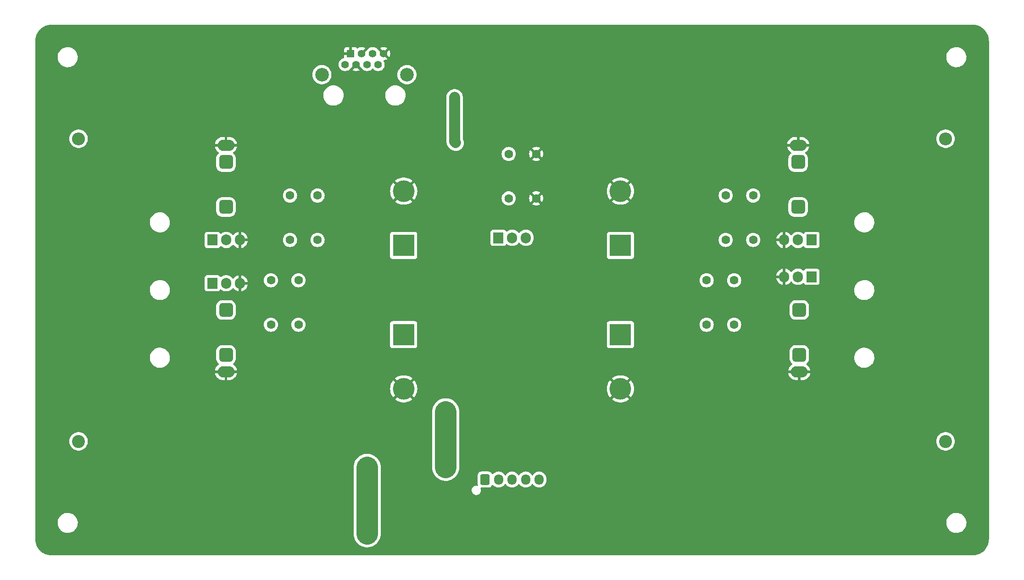
<source format=gbr>
%TF.GenerationSoftware,KiCad,Pcbnew,7.0.7-7.0.7~ubuntu20.04.1*%
%TF.CreationDate,2023-09-07T15:22:02-07:00*%
%TF.ProjectId,strobe-controller,7374726f-6265-42d6-936f-6e74726f6c6c,rev?*%
%TF.SameCoordinates,Original*%
%TF.FileFunction,Copper,L2,Bot*%
%TF.FilePolarity,Positive*%
%FSLAX46Y46*%
G04 Gerber Fmt 4.6, Leading zero omitted, Abs format (unit mm)*
G04 Created by KiCad (PCBNEW 7.0.7-7.0.7~ubuntu20.04.1) date 2023-09-07 15:22:02*
%MOMM*%
%LPD*%
G01*
G04 APERTURE LIST*
G04 Aperture macros list*
%AMRoundRect*
0 Rectangle with rounded corners*
0 $1 Rounding radius*
0 $2 $3 $4 $5 $6 $7 $8 $9 X,Y pos of 4 corners*
0 Add a 4 corners polygon primitive as box body*
4,1,4,$2,$3,$4,$5,$6,$7,$8,$9,$2,$3,0*
0 Add four circle primitives for the rounded corners*
1,1,$1+$1,$2,$3*
1,1,$1+$1,$4,$5*
1,1,$1+$1,$6,$7*
1,1,$1+$1,$8,$9*
0 Add four rect primitives between the rounded corners*
20,1,$1+$1,$2,$3,$4,$5,0*
20,1,$1+$1,$4,$5,$6,$7,0*
20,1,$1+$1,$6,$7,$8,$9,0*
20,1,$1+$1,$8,$9,$2,$3,0*%
G04 Aperture macros list end*
%TA.AperFunction,ComponentPad*%
%ADD10C,1.600200*%
%TD*%
%TA.AperFunction,ComponentPad*%
%ADD11R,1.905000X2.000000*%
%TD*%
%TA.AperFunction,ComponentPad*%
%ADD12O,1.905000X2.000000*%
%TD*%
%TA.AperFunction,ComponentPad*%
%ADD13O,3.100000X2.100000*%
%TD*%
%TA.AperFunction,ComponentPad*%
%ADD14RoundRect,0.650000X0.650000X0.650000X-0.650000X0.650000X-0.650000X-0.650000X0.650000X-0.650000X0*%
%TD*%
%TA.AperFunction,ComponentPad*%
%ADD15RoundRect,0.650000X-0.650000X-0.650000X0.650000X-0.650000X0.650000X0.650000X-0.650000X0.650000X0*%
%TD*%
%TA.AperFunction,ComponentPad*%
%ADD16R,4.000000X4.000000*%
%TD*%
%TA.AperFunction,ComponentPad*%
%ADD17C,4.000000*%
%TD*%
%TA.AperFunction,ComponentPad*%
%ADD18C,2.400000*%
%TD*%
%TA.AperFunction,ComponentPad*%
%ADD19O,2.400000X2.400000*%
%TD*%
%TA.AperFunction,ComponentPad*%
%ADD20RoundRect,0.250000X-0.600000X-0.725000X0.600000X-0.725000X0.600000X0.725000X-0.600000X0.725000X0*%
%TD*%
%TA.AperFunction,ComponentPad*%
%ADD21O,1.700000X1.950000*%
%TD*%
%TA.AperFunction,ComponentPad*%
%ADD22C,2.520000*%
%TD*%
%TA.AperFunction,ComponentPad*%
%ADD23R,1.398000X1.398000*%
%TD*%
%TA.AperFunction,ComponentPad*%
%ADD24C,1.398000*%
%TD*%
%TA.AperFunction,ViaPad*%
%ADD25C,0.800000*%
%TD*%
%TA.AperFunction,Conductor*%
%ADD26C,2.000000*%
%TD*%
%TA.AperFunction,Conductor*%
%ADD27C,4.000000*%
%TD*%
G04 APERTURE END LIST*
D10*
%TO.P,J105,2,Pin_2*%
%TO.N,VDC*%
X60580000Y-106404200D03*
X60580000Y-98200000D03*
%TO.P,J105,1,Pin_1*%
%TO.N,drain_G*%
X55500000Y-106404200D03*
X55500000Y-98200000D03*
%TD*%
%TO.P,J104,2,Pin_2*%
%TO.N,drain_R*%
X59020000Y-82545800D03*
X59020000Y-90750000D03*
%TO.P,J104,1,Pin_1*%
%TO.N,VDC*%
X64100000Y-82545800D03*
X64100000Y-90750000D03*
%TD*%
%TO.P,J103,1,Pin_1*%
%TO.N,VDC*%
X135900000Y-98200000D03*
X135900000Y-106404200D03*
%TO.P,J103,2,Pin_2*%
%TO.N,drain_W*%
X140980000Y-98200000D03*
X140980000Y-106404200D03*
%TD*%
%TO.P,J102,1,Pin_1*%
%TO.N,drain_B*%
X144500000Y-90750000D03*
X144500000Y-82545800D03*
%TO.P,J102,2,Pin_2*%
%TO.N,VDC*%
X139420000Y-90750000D03*
X139420000Y-82545800D03*
%TD*%
D11*
%TO.P,Q501,1,G*%
%TO.N,Net-(Q501-G)*%
X44700000Y-90750000D03*
D12*
%TO.P,Q501,2,D*%
%TO.N,drain_R*%
X47240000Y-90750000D03*
%TO.P,Q501,3,S*%
%TO.N,GND*%
X49780000Y-90750000D03*
%TD*%
D11*
%TO.P,Q401,1,G*%
%TO.N,Net-(Q401-G)*%
X44700000Y-98750000D03*
D12*
%TO.P,Q401,2,D*%
%TO.N,drain_G*%
X47240000Y-98750000D03*
%TO.P,Q401,3,S*%
%TO.N,GND*%
X49780000Y-98750000D03*
%TD*%
D11*
%TO.P,Q301,1,G*%
%TO.N,Net-(Q301-G)*%
X155300000Y-97550000D03*
D12*
%TO.P,Q301,2,D*%
%TO.N,drain_W*%
X152760000Y-97550000D03*
%TO.P,Q301,3,S*%
%TO.N,GND*%
X150220000Y-97550000D03*
%TD*%
D13*
%TO.P,J502,S*%
%TO.N,GND*%
X47200000Y-73270000D03*
D14*
%TO.P,J502,T*%
%TO.N,LED_R*%
X47200000Y-84670000D03*
%TO.P,J502,TN*%
%TO.N,unconnected-(J502-PadTN)*%
X47200000Y-76370000D03*
%TD*%
D13*
%TO.P,J402,S*%
%TO.N,GND*%
X47200000Y-115080000D03*
D15*
%TO.P,J402,T*%
%TO.N,LED_G*%
X47200000Y-103680000D03*
%TO.P,J402,TN*%
%TO.N,unconnected-(J402-PadTN)*%
X47200000Y-111980000D03*
%TD*%
D13*
%TO.P,J302,S*%
%TO.N,GND*%
X153000000Y-115080000D03*
D15*
%TO.P,J302,T*%
%TO.N,LED_W*%
X153000000Y-103680000D03*
%TO.P,J302,TN*%
%TO.N,unconnected-(J302-PadTN)*%
X153000000Y-111980000D03*
%TD*%
D16*
%TO.P,C501,1*%
%TO.N,VDC*%
X80000000Y-91750000D03*
D17*
%TO.P,C501,2*%
%TO.N,GND*%
X80000000Y-81750000D03*
%TD*%
%TO.P,C401,2*%
%TO.N,GND*%
X80000000Y-118250000D03*
D16*
%TO.P,C401,1*%
%TO.N,VDC*%
X80000000Y-108250000D03*
%TD*%
D17*
%TO.P,C301,2*%
%TO.N,GND*%
X120000000Y-118250000D03*
D16*
%TO.P,C301,1*%
%TO.N,VDC*%
X120000000Y-108250000D03*
%TD*%
D11*
%TO.P,Q201,1,G*%
%TO.N,Net-(Q201-G)*%
X155300000Y-90750000D03*
D12*
%TO.P,Q201,2,D*%
%TO.N,drain_B*%
X152760000Y-90750000D03*
%TO.P,Q201,3,S*%
%TO.N,GND*%
X150220000Y-90750000D03*
%TD*%
D13*
%TO.P,J202,S*%
%TO.N,GND*%
X152800000Y-73270000D03*
D14*
%TO.P,J202,T*%
%TO.N,LED_B*%
X152800000Y-84670000D03*
%TO.P,J202,TN*%
%TO.N,unconnected-(J202-PadTN)*%
X152800000Y-76370000D03*
%TD*%
D16*
%TO.P,C201,1*%
%TO.N,VDC*%
X120000000Y-91750000D03*
D17*
%TO.P,C201,2*%
%TO.N,GND*%
X120000000Y-81750000D03*
%TD*%
D18*
%TO.P,R110,1*%
%TO.N,VDC*%
X20000000Y-127940000D03*
D19*
%TO.P,R110,2*%
%TO.N,Drain_shunt*%
X20000000Y-72060000D03*
%TD*%
%TO.P,R109,2*%
%TO.N,Drain_shunt*%
X180000000Y-72060000D03*
D18*
%TO.P,R109,1*%
%TO.N,VDC*%
X180000000Y-127940000D03*
%TD*%
D20*
%TO.P,D101,1,+V*%
%TO.N,VDC*%
X95000000Y-135000000D03*
D21*
%TO.P,D101,2,GK*%
%TO.N,drain_G*%
X97500000Y-135000000D03*
%TO.P,D101,3,RK*%
%TO.N,drain_R*%
X100000000Y-135000000D03*
%TO.P,D101,4,BK*%
%TO.N,drain_B*%
X102500000Y-135000000D03*
%TO.P,D101,5,WK*%
%TO.N,drain_W*%
X105000000Y-135000000D03*
%TD*%
D22*
%TO.P,CO101,S*%
%TO.N,unconnected-(CO101-PadS)*%
X80600000Y-60225340D03*
X64900000Y-60225340D03*
D23*
%TO.P,CO101,Or\u002A*%
%TO.N,GND*%
X70215000Y-56335340D03*
D24*
%TO.P,CO101,Or*%
%TO.N,LED_R*%
X69195000Y-58365340D03*
%TO.P,CO101,Gr\u002A*%
%TO.N,GND*%
X71225000Y-58365340D03*
%TO.P,CO101,Gr*%
%TO.N,LED_G*%
X74275000Y-56335340D03*
%TO.P,CO101,Br\u002A*%
%TO.N,GND*%
X76305000Y-56335340D03*
%TO.P,CO101,Br*%
%TO.N,LED_W*%
X75285000Y-58365340D03*
%TO.P,CO101,Bl\u002A*%
%TO.N,GND*%
X72245000Y-56335340D03*
%TO.P,CO101,Bl*%
%TO.N,LED_B*%
X73255000Y-58365340D03*
%TD*%
D10*
%TO.P,J101,2,Pin_2*%
%TO.N,Vin*%
X99379200Y-74874500D03*
X99379200Y-83078700D03*
%TO.P,J101,1,Pin_1*%
%TO.N,GND*%
X104459200Y-74874500D03*
X104459200Y-83078700D03*
%TD*%
D12*
%TO.P,D103,3,A*%
%TO.N,Vin*%
X102540000Y-90355000D03*
%TO.P,D103,2,K*%
%TO.N,VDC*%
X100000000Y-90355000D03*
D11*
%TO.P,D103,1,A*%
%TO.N,Vin*%
X97460000Y-90355000D03*
%TD*%
D25*
%TO.N,GND*%
X93600000Y-72400000D03*
%TO.N,Drain_shunt*%
X89600000Y-72800000D03*
X89400000Y-64400000D03*
%TO.N,VDC*%
X87750000Y-122500000D03*
X87750000Y-132750000D03*
X73250000Y-132750000D03*
X73250000Y-145000000D03*
%TO.N,GND*%
X159000000Y-91000000D03*
X159000000Y-97000000D03*
X41000000Y-96000000D03*
X41000000Y-90500000D03*
%TD*%
D26*
%TO.N,Drain_shunt*%
X89400000Y-72600000D02*
X89600000Y-72800000D01*
X89400000Y-64400000D02*
X89400000Y-72600000D01*
D27*
%TO.N,VDC*%
X73250000Y-145000000D02*
X73250000Y-132750000D01*
X87750000Y-132750000D02*
X87750000Y-122500000D01*
%TD*%
%TA.AperFunction,Conductor*%
%TO.N,GND*%
G36*
X185001619Y-51000584D02*
G01*
X185133628Y-51007503D01*
X185317027Y-51017803D01*
X185323212Y-51018465D01*
X185475647Y-51042608D01*
X185638194Y-51070226D01*
X185643811Y-51071453D01*
X185796693Y-51112418D01*
X185889122Y-51139046D01*
X185951724Y-51157082D01*
X185956759Y-51158769D01*
X186106183Y-51216127D01*
X186254007Y-51277358D01*
X186258412Y-51279388D01*
X186324180Y-51312899D01*
X186401921Y-51352511D01*
X186477428Y-51394241D01*
X186541480Y-51429641D01*
X186545215Y-51431882D01*
X186619487Y-51480115D01*
X186680872Y-51519980D01*
X186768357Y-51582053D01*
X186810764Y-51612142D01*
X186813886Y-51614510D01*
X186938748Y-51715621D01*
X186941034Y-51717567D01*
X187058721Y-51822738D01*
X187061248Y-51825128D01*
X187174870Y-51938750D01*
X187177260Y-51941277D01*
X187282431Y-52058964D01*
X187284385Y-52061260D01*
X187385480Y-52186102D01*
X187387862Y-52189243D01*
X187480019Y-52319127D01*
X187533758Y-52401875D01*
X187568106Y-52454767D01*
X187570364Y-52458531D01*
X187647488Y-52598078D01*
X187720604Y-52741575D01*
X187722643Y-52745997D01*
X187783877Y-52893829D01*
X187841221Y-53043217D01*
X187842916Y-53048273D01*
X187887579Y-53203297D01*
X187928541Y-53356171D01*
X187929778Y-53361835D01*
X187957394Y-53524369D01*
X187981530Y-53676758D01*
X187982196Y-53682985D01*
X187992509Y-53866617D01*
X187999415Y-53998377D01*
X187999500Y-54001623D01*
X187999500Y-145998376D01*
X187999415Y-146001622D01*
X187992509Y-146133382D01*
X187982196Y-146317013D01*
X187981530Y-146323240D01*
X187957394Y-146475630D01*
X187929778Y-146638163D01*
X187928541Y-146643827D01*
X187887579Y-146796702D01*
X187842916Y-146951725D01*
X187841221Y-146956781D01*
X187783877Y-147106170D01*
X187722643Y-147254001D01*
X187720604Y-147258423D01*
X187647488Y-147401921D01*
X187570364Y-147541467D01*
X187568097Y-147545246D01*
X187480019Y-147680872D01*
X187387862Y-147810755D01*
X187385480Y-147813896D01*
X187284385Y-147938738D01*
X187282431Y-147941034D01*
X187177260Y-148058721D01*
X187174870Y-148061248D01*
X187061248Y-148174870D01*
X187058721Y-148177260D01*
X186941034Y-148282431D01*
X186938738Y-148284385D01*
X186813896Y-148385480D01*
X186810755Y-148387862D01*
X186680872Y-148480019D01*
X186545246Y-148568097D01*
X186541467Y-148570364D01*
X186401921Y-148647488D01*
X186258423Y-148720604D01*
X186254001Y-148722643D01*
X186106170Y-148783877D01*
X185956781Y-148841221D01*
X185951725Y-148842916D01*
X185796702Y-148887579D01*
X185643827Y-148928541D01*
X185638163Y-148929778D01*
X185475630Y-148957394D01*
X185323240Y-148981530D01*
X185317013Y-148982196D01*
X185133382Y-148992509D01*
X185001622Y-148999415D01*
X184998376Y-148999500D01*
X15001624Y-148999500D01*
X14998378Y-148999415D01*
X14866617Y-148992509D01*
X14682985Y-148982196D01*
X14676758Y-148981530D01*
X14524369Y-148957394D01*
X14361835Y-148929778D01*
X14356171Y-148928541D01*
X14203297Y-148887579D01*
X14048273Y-148842916D01*
X14043217Y-148841221D01*
X13893829Y-148783877D01*
X13745997Y-148722643D01*
X13741575Y-148720604D01*
X13598078Y-148647488D01*
X13458531Y-148570364D01*
X13454767Y-148568106D01*
X13401875Y-148533758D01*
X13319127Y-148480019D01*
X13189243Y-148387862D01*
X13186102Y-148385480D01*
X13061260Y-148284385D01*
X13058964Y-148282431D01*
X12941277Y-148177260D01*
X12938750Y-148174870D01*
X12825128Y-148061248D01*
X12822738Y-148058721D01*
X12717567Y-147941034D01*
X12715613Y-147938738D01*
X12676848Y-147890867D01*
X12614510Y-147813886D01*
X12612136Y-147810755D01*
X12519980Y-147680872D01*
X12487406Y-147630715D01*
X12431882Y-147545215D01*
X12429641Y-147541480D01*
X12385198Y-147461065D01*
X12352511Y-147401921D01*
X12283763Y-147266998D01*
X12279388Y-147258412D01*
X12277358Y-147254007D01*
X12216122Y-147106170D01*
X12158769Y-146956759D01*
X12157082Y-146951724D01*
X12112420Y-146796702D01*
X12107316Y-146777652D01*
X12071453Y-146643811D01*
X12070226Y-146638194D01*
X12042601Y-146475606D01*
X12018465Y-146323212D01*
X12017803Y-146317027D01*
X12007490Y-146133382D01*
X12000584Y-146001620D01*
X12000500Y-145998377D01*
X12000500Y-145078589D01*
X70749500Y-145078589D01*
X70764310Y-145314004D01*
X70764311Y-145314011D01*
X70823270Y-145623083D01*
X70920497Y-145922316D01*
X70920499Y-145922321D01*
X71054461Y-146207003D01*
X71054464Y-146207009D01*
X71223051Y-146472661D01*
X71223054Y-146472665D01*
X71423606Y-146715090D01*
X71423608Y-146715092D01*
X71423610Y-146715094D01*
X71510514Y-146796702D01*
X71652968Y-146930476D01*
X71652978Y-146930484D01*
X71907504Y-147115408D01*
X71907509Y-147115410D01*
X71907516Y-147115416D01*
X72183234Y-147266994D01*
X72183239Y-147266996D01*
X72183241Y-147266997D01*
X72183242Y-147266998D01*
X72475771Y-147382818D01*
X72475774Y-147382819D01*
X72550172Y-147401921D01*
X72780527Y-147461066D01*
X72846010Y-147469338D01*
X73092670Y-147500499D01*
X73092679Y-147500499D01*
X73092682Y-147500500D01*
X73092684Y-147500500D01*
X73407316Y-147500500D01*
X73407318Y-147500500D01*
X73407321Y-147500499D01*
X73407329Y-147500499D01*
X73593593Y-147476968D01*
X73719473Y-147461066D01*
X74024225Y-147382819D01*
X74071585Y-147364068D01*
X74316757Y-147266998D01*
X74316758Y-147266997D01*
X74316756Y-147266997D01*
X74316766Y-147266994D01*
X74592484Y-147115416D01*
X74847030Y-146930478D01*
X75076390Y-146715094D01*
X75276947Y-146472663D01*
X75445537Y-146207007D01*
X75579503Y-145922315D01*
X75676731Y-145623079D01*
X75735688Y-145314015D01*
X75750500Y-145078583D01*
X75750500Y-143067763D01*
X180145787Y-143067763D01*
X180175413Y-143337013D01*
X180175415Y-143337024D01*
X180243926Y-143599082D01*
X180243928Y-143599088D01*
X180349870Y-143848390D01*
X180421998Y-143966575D01*
X180490979Y-144079605D01*
X180490986Y-144079615D01*
X180664253Y-144287819D01*
X180664259Y-144287824D01*
X180865998Y-144468582D01*
X181091910Y-144618044D01*
X181337176Y-144733020D01*
X181337183Y-144733022D01*
X181337185Y-144733023D01*
X181596557Y-144811057D01*
X181596564Y-144811058D01*
X181596569Y-144811060D01*
X181864561Y-144850500D01*
X181864566Y-144850500D01*
X182067636Y-144850500D01*
X182119133Y-144846730D01*
X182270156Y-144835677D01*
X182382758Y-144810593D01*
X182534546Y-144776782D01*
X182534548Y-144776781D01*
X182534553Y-144776780D01*
X182787558Y-144680014D01*
X183023777Y-144547441D01*
X183238177Y-144381888D01*
X183426186Y-144186881D01*
X183583799Y-143966579D01*
X183657787Y-143822669D01*
X183707649Y-143725690D01*
X183707651Y-143725684D01*
X183707656Y-143725675D01*
X183795118Y-143469305D01*
X183844319Y-143202933D01*
X183854212Y-142932235D01*
X183824586Y-142662982D01*
X183756072Y-142400912D01*
X183650130Y-142151610D01*
X183509018Y-141920390D01*
X183419747Y-141813119D01*
X183335746Y-141712180D01*
X183335740Y-141712175D01*
X183134002Y-141531418D01*
X182908092Y-141381957D01*
X182908090Y-141381956D01*
X182662824Y-141266980D01*
X182662819Y-141266978D01*
X182662814Y-141266976D01*
X182403442Y-141188942D01*
X182403428Y-141188939D01*
X182287791Y-141171921D01*
X182135439Y-141149500D01*
X181932369Y-141149500D01*
X181932364Y-141149500D01*
X181729844Y-141164323D01*
X181729831Y-141164325D01*
X181465453Y-141223217D01*
X181465446Y-141223220D01*
X181212439Y-141319987D01*
X180976226Y-141452557D01*
X180761822Y-141618112D01*
X180573822Y-141813109D01*
X180573816Y-141813116D01*
X180416202Y-142033419D01*
X180416199Y-142033424D01*
X180292350Y-142274309D01*
X180292343Y-142274327D01*
X180204884Y-142530685D01*
X180204881Y-142530699D01*
X180155681Y-142797068D01*
X180155680Y-142797075D01*
X180145787Y-143067763D01*
X75750500Y-143067763D01*
X75750500Y-136953685D01*
X92545740Y-136953685D01*
X92555755Y-137138406D01*
X92555755Y-137138411D01*
X92605244Y-137316656D01*
X92605247Y-137316662D01*
X92691898Y-137480102D01*
X92754540Y-137553850D01*
X92811663Y-137621100D01*
X92958936Y-137733054D01*
X93126833Y-137810732D01*
X93126834Y-137810732D01*
X93126836Y-137810733D01*
X93181648Y-137822797D01*
X93307503Y-137850500D01*
X93307506Y-137850500D01*
X93446107Y-137850500D01*
X93446113Y-137850500D01*
X93583910Y-137835514D01*
X93759221Y-137776444D01*
X93917736Y-137681070D01*
X94052041Y-137553849D01*
X94155858Y-137400730D01*
X94224331Y-137228875D01*
X94254260Y-137046317D01*
X94244245Y-136861593D01*
X94194754Y-136683341D01*
X94178061Y-136651856D01*
X94164051Y-136583406D01*
X94189271Y-136518247D01*
X94245716Y-136477067D01*
X94300218Y-136470415D01*
X94349991Y-136475500D01*
X95650008Y-136475499D01*
X95752797Y-136464999D01*
X95919334Y-136409814D01*
X96068656Y-136317712D01*
X96192712Y-136193656D01*
X96284814Y-136044334D01*
X96284814Y-136044331D01*
X96288178Y-136038879D01*
X96340126Y-135992154D01*
X96409088Y-135980931D01*
X96473170Y-136008774D01*
X96481398Y-136016294D01*
X96628599Y-136163495D01*
X96714375Y-136223556D01*
X96822165Y-136299032D01*
X96822167Y-136299033D01*
X96822170Y-136299035D01*
X97036337Y-136398903D01*
X97264592Y-136460063D01*
X97441034Y-136475500D01*
X97499999Y-136480659D01*
X97500000Y-136480659D01*
X97500001Y-136480659D01*
X97558966Y-136475500D01*
X97735408Y-136460063D01*
X97963663Y-136398903D01*
X98177829Y-136299035D01*
X98371401Y-136163495D01*
X98538495Y-135996401D01*
X98648427Y-135839400D01*
X98703000Y-135795778D01*
X98772498Y-135788584D01*
X98834853Y-135820106D01*
X98851574Y-135839403D01*
X98961505Y-135996402D01*
X99098644Y-136133540D01*
X99128599Y-136163495D01*
X99214375Y-136223556D01*
X99322165Y-136299032D01*
X99322167Y-136299033D01*
X99322170Y-136299035D01*
X99536337Y-136398903D01*
X99764592Y-136460063D01*
X99941034Y-136475500D01*
X99999999Y-136480659D01*
X100000000Y-136480659D01*
X100000001Y-136480659D01*
X100058966Y-136475500D01*
X100235408Y-136460063D01*
X100463663Y-136398903D01*
X100677829Y-136299035D01*
X100871401Y-136163495D01*
X101038495Y-135996401D01*
X101148426Y-135839401D01*
X101203001Y-135795778D01*
X101272500Y-135788584D01*
X101334855Y-135820106D01*
X101351571Y-135839398D01*
X101422144Y-135940187D01*
X101461506Y-135996403D01*
X101598644Y-136133540D01*
X101628599Y-136163495D01*
X101714375Y-136223556D01*
X101822165Y-136299032D01*
X101822167Y-136299033D01*
X101822170Y-136299035D01*
X102036337Y-136398903D01*
X102264592Y-136460063D01*
X102441034Y-136475500D01*
X102499999Y-136480659D01*
X102500000Y-136480659D01*
X102500001Y-136480659D01*
X102558966Y-136475500D01*
X102735408Y-136460063D01*
X102963663Y-136398903D01*
X103177829Y-136299035D01*
X103371401Y-136163495D01*
X103538495Y-135996401D01*
X103648426Y-135839401D01*
X103703001Y-135795778D01*
X103772500Y-135788584D01*
X103834855Y-135820106D01*
X103851571Y-135839398D01*
X103922144Y-135940187D01*
X103961506Y-135996403D01*
X104098644Y-136133540D01*
X104128599Y-136163495D01*
X104214375Y-136223556D01*
X104322165Y-136299032D01*
X104322167Y-136299033D01*
X104322170Y-136299035D01*
X104536337Y-136398903D01*
X104764592Y-136460063D01*
X104941034Y-136475500D01*
X104999999Y-136480659D01*
X105000000Y-136480659D01*
X105000001Y-136480659D01*
X105058966Y-136475500D01*
X105235408Y-136460063D01*
X105463663Y-136398903D01*
X105677829Y-136299035D01*
X105871401Y-136163495D01*
X106038495Y-135996401D01*
X106174035Y-135802829D01*
X106273903Y-135588663D01*
X106335063Y-135360408D01*
X106350500Y-135183966D01*
X106350500Y-134816034D01*
X106335063Y-134639592D01*
X106273903Y-134411337D01*
X106174035Y-134197171D01*
X106161936Y-134179891D01*
X106038494Y-134003597D01*
X105871402Y-133836506D01*
X105871395Y-133836501D01*
X105677834Y-133700967D01*
X105677830Y-133700965D01*
X105616390Y-133672315D01*
X105463663Y-133601097D01*
X105463659Y-133601096D01*
X105463655Y-133601094D01*
X105235413Y-133539938D01*
X105235403Y-133539936D01*
X105000001Y-133519341D01*
X104999999Y-133519341D01*
X104764596Y-133539936D01*
X104764586Y-133539938D01*
X104536344Y-133601094D01*
X104536335Y-133601098D01*
X104322171Y-133700964D01*
X104322169Y-133700965D01*
X104128597Y-133836505D01*
X103961505Y-134003597D01*
X103851575Y-134160595D01*
X103796998Y-134204220D01*
X103727500Y-134211414D01*
X103665145Y-134179891D01*
X103648425Y-134160595D01*
X103538494Y-134003597D01*
X103371402Y-133836506D01*
X103371395Y-133836501D01*
X103177834Y-133700967D01*
X103177830Y-133700965D01*
X103116390Y-133672315D01*
X102963663Y-133601097D01*
X102963659Y-133601096D01*
X102963655Y-133601094D01*
X102735413Y-133539938D01*
X102735403Y-133539936D01*
X102500001Y-133519341D01*
X102499999Y-133519341D01*
X102264596Y-133539936D01*
X102264586Y-133539938D01*
X102036344Y-133601094D01*
X102036335Y-133601098D01*
X101822171Y-133700964D01*
X101822169Y-133700965D01*
X101628597Y-133836505D01*
X101461505Y-134003597D01*
X101351575Y-134160595D01*
X101296998Y-134204220D01*
X101227500Y-134211414D01*
X101165145Y-134179891D01*
X101148425Y-134160595D01*
X101038494Y-134003597D01*
X100871402Y-133836506D01*
X100871395Y-133836501D01*
X100677834Y-133700967D01*
X100677830Y-133700965D01*
X100616390Y-133672315D01*
X100463663Y-133601097D01*
X100463659Y-133601096D01*
X100463655Y-133601094D01*
X100235413Y-133539938D01*
X100235403Y-133539936D01*
X100000001Y-133519341D01*
X99999999Y-133519341D01*
X99764596Y-133539936D01*
X99764586Y-133539938D01*
X99536344Y-133601094D01*
X99536335Y-133601098D01*
X99322171Y-133700964D01*
X99322169Y-133700965D01*
X99128597Y-133836505D01*
X98961508Y-134003594D01*
X98851574Y-134160596D01*
X98796997Y-134204221D01*
X98727498Y-134211413D01*
X98665144Y-134179891D01*
X98648424Y-134160595D01*
X98538494Y-134003597D01*
X98371402Y-133836506D01*
X98371395Y-133836501D01*
X98177834Y-133700967D01*
X98177830Y-133700965D01*
X98116390Y-133672315D01*
X97963663Y-133601097D01*
X97963659Y-133601096D01*
X97963655Y-133601094D01*
X97735413Y-133539938D01*
X97735403Y-133539936D01*
X97500001Y-133519341D01*
X97499999Y-133519341D01*
X97264596Y-133539936D01*
X97264586Y-133539938D01*
X97036344Y-133601094D01*
X97036335Y-133601098D01*
X96822171Y-133700964D01*
X96822169Y-133700965D01*
X96628597Y-133836505D01*
X96481398Y-133983705D01*
X96420075Y-134017190D01*
X96350383Y-134012206D01*
X96294450Y-133970334D01*
X96288178Y-133961120D01*
X96192712Y-133806344D01*
X96068657Y-133682289D01*
X96068656Y-133682288D01*
X95975888Y-133625069D01*
X95919336Y-133590187D01*
X95919331Y-133590185D01*
X95917862Y-133589698D01*
X95752797Y-133535001D01*
X95752795Y-133535000D01*
X95650010Y-133524500D01*
X94349998Y-133524500D01*
X94349981Y-133524501D01*
X94247203Y-133535000D01*
X94247200Y-133535001D01*
X94080668Y-133590185D01*
X94080663Y-133590187D01*
X93931342Y-133682289D01*
X93807289Y-133806342D01*
X93715187Y-133955663D01*
X93715185Y-133955668D01*
X93696450Y-134012206D01*
X93660001Y-134122203D01*
X93660001Y-134122204D01*
X93660000Y-134122204D01*
X93649500Y-134224983D01*
X93649500Y-135775001D01*
X93649501Y-135775018D01*
X93660000Y-135877796D01*
X93660001Y-135877799D01*
X93701711Y-136003670D01*
X93704113Y-136073498D01*
X93668381Y-136133540D01*
X93605861Y-136164733D01*
X93557349Y-136163775D01*
X93492497Y-136149500D01*
X93353887Y-136149500D01*
X93353883Y-136149500D01*
X93216088Y-136164486D01*
X93040776Y-136223557D01*
X93040774Y-136223558D01*
X92882262Y-136318931D01*
X92882261Y-136318932D01*
X92747959Y-136446149D01*
X92644138Y-136599276D01*
X92575669Y-136771122D01*
X92545740Y-136953685D01*
X75750500Y-136953685D01*
X75750500Y-132828589D01*
X85249500Y-132828589D01*
X85264310Y-133064004D01*
X85264311Y-133064011D01*
X85323270Y-133373083D01*
X85420497Y-133672316D01*
X85420499Y-133672321D01*
X85554461Y-133957003D01*
X85554464Y-133957009D01*
X85723051Y-134222661D01*
X85723054Y-134222665D01*
X85923606Y-134465090D01*
X85923608Y-134465092D01*
X86152968Y-134680476D01*
X86152978Y-134680484D01*
X86407504Y-134865408D01*
X86407509Y-134865410D01*
X86407516Y-134865416D01*
X86683234Y-135016994D01*
X86683239Y-135016996D01*
X86683241Y-135016997D01*
X86683242Y-135016998D01*
X86975771Y-135132818D01*
X86975774Y-135132819D01*
X87174979Y-135183966D01*
X87280527Y-135211066D01*
X87346010Y-135219338D01*
X87592670Y-135250499D01*
X87592679Y-135250499D01*
X87592682Y-135250500D01*
X87592684Y-135250500D01*
X87907316Y-135250500D01*
X87907318Y-135250500D01*
X87907321Y-135250499D01*
X87907329Y-135250499D01*
X88093593Y-135226968D01*
X88219473Y-135211066D01*
X88524225Y-135132819D01*
X88524228Y-135132818D01*
X88816757Y-135016998D01*
X88816758Y-135016997D01*
X88816756Y-135016997D01*
X88816766Y-135016994D01*
X89092484Y-134865416D01*
X89347030Y-134680478D01*
X89576390Y-134465094D01*
X89776947Y-134222663D01*
X89945537Y-133957007D01*
X90079503Y-133672315D01*
X90176731Y-133373079D01*
X90235688Y-133064015D01*
X90250500Y-132828583D01*
X90250500Y-127940004D01*
X178294732Y-127940004D01*
X178313777Y-128194154D01*
X178313778Y-128194157D01*
X178370492Y-128442637D01*
X178463607Y-128679888D01*
X178591041Y-128900612D01*
X178749950Y-129099877D01*
X178936783Y-129273232D01*
X179147366Y-129416805D01*
X179147371Y-129416807D01*
X179147372Y-129416808D01*
X179147373Y-129416809D01*
X179269328Y-129475538D01*
X179376992Y-129527387D01*
X179376993Y-129527387D01*
X179376996Y-129527389D01*
X179620542Y-129602513D01*
X179872565Y-129640500D01*
X180127435Y-129640500D01*
X180379458Y-129602513D01*
X180623004Y-129527389D01*
X180852634Y-129416805D01*
X181063217Y-129273232D01*
X181250050Y-129099877D01*
X181408959Y-128900612D01*
X181536393Y-128679888D01*
X181629508Y-128442637D01*
X181686222Y-128194157D01*
X181705268Y-127940000D01*
X181686222Y-127685843D01*
X181629508Y-127437363D01*
X181536393Y-127200112D01*
X181408959Y-126979388D01*
X181250050Y-126780123D01*
X181063217Y-126606768D01*
X180852634Y-126463195D01*
X180852630Y-126463193D01*
X180852627Y-126463191D01*
X180852626Y-126463190D01*
X180623006Y-126352612D01*
X180623008Y-126352612D01*
X180379466Y-126277489D01*
X180379462Y-126277488D01*
X180379458Y-126277487D01*
X180258231Y-126259214D01*
X180127440Y-126239500D01*
X180127435Y-126239500D01*
X179872565Y-126239500D01*
X179872559Y-126239500D01*
X179715609Y-126263157D01*
X179620542Y-126277487D01*
X179620538Y-126277488D01*
X179620539Y-126277488D01*
X179620533Y-126277489D01*
X179376992Y-126352612D01*
X179147373Y-126463190D01*
X179147372Y-126463191D01*
X178936782Y-126606768D01*
X178749952Y-126780121D01*
X178749950Y-126780123D01*
X178591041Y-126979388D01*
X178463608Y-127200109D01*
X178370492Y-127437362D01*
X178370490Y-127437369D01*
X178313777Y-127685845D01*
X178294732Y-127939995D01*
X178294732Y-127940004D01*
X90250500Y-127940004D01*
X90250500Y-122421417D01*
X90235688Y-122185985D01*
X90176731Y-121876921D01*
X90079503Y-121577685D01*
X89945537Y-121292993D01*
X89776947Y-121027337D01*
X89776945Y-121027334D01*
X89576393Y-120784909D01*
X89576391Y-120784907D01*
X89347031Y-120569523D01*
X89347021Y-120569515D01*
X89092495Y-120384591D01*
X89092488Y-120384586D01*
X89092484Y-120384584D01*
X88816766Y-120233006D01*
X88816763Y-120233004D01*
X88816758Y-120233002D01*
X88816757Y-120233001D01*
X88524228Y-120117181D01*
X88524225Y-120117180D01*
X88219476Y-120038934D01*
X88219463Y-120038932D01*
X87907329Y-119999500D01*
X87907318Y-119999500D01*
X87592682Y-119999500D01*
X87592670Y-119999500D01*
X87280536Y-120038932D01*
X87280523Y-120038934D01*
X86975774Y-120117180D01*
X86975771Y-120117181D01*
X86683242Y-120233001D01*
X86683241Y-120233002D01*
X86407516Y-120384584D01*
X86407504Y-120384591D01*
X86152978Y-120569515D01*
X86152968Y-120569523D01*
X85923608Y-120784907D01*
X85923606Y-120784909D01*
X85723054Y-121027334D01*
X85723051Y-121027338D01*
X85554464Y-121292990D01*
X85554461Y-121292996D01*
X85420499Y-121577678D01*
X85420497Y-121577683D01*
X85323270Y-121876916D01*
X85264311Y-122185988D01*
X85264310Y-122185995D01*
X85249500Y-122421411D01*
X85249500Y-132828589D01*
X75750500Y-132828589D01*
X75750500Y-132671417D01*
X75735688Y-132435985D01*
X75676731Y-132126921D01*
X75579503Y-131827685D01*
X75445537Y-131542993D01*
X75276947Y-131277337D01*
X75276945Y-131277334D01*
X75076393Y-131034909D01*
X75076391Y-131034907D01*
X74847031Y-130819523D01*
X74847021Y-130819515D01*
X74592495Y-130634591D01*
X74592488Y-130634586D01*
X74592484Y-130634584D01*
X74316766Y-130483006D01*
X74316763Y-130483004D01*
X74316758Y-130483002D01*
X74316757Y-130483001D01*
X74024228Y-130367181D01*
X74024225Y-130367180D01*
X73719476Y-130288934D01*
X73719463Y-130288932D01*
X73407329Y-130249500D01*
X73407318Y-130249500D01*
X73092682Y-130249500D01*
X73092670Y-130249500D01*
X72780536Y-130288932D01*
X72780523Y-130288934D01*
X72475774Y-130367180D01*
X72475771Y-130367181D01*
X72183242Y-130483001D01*
X72183241Y-130483002D01*
X71907516Y-130634584D01*
X71907504Y-130634591D01*
X71652978Y-130819515D01*
X71652968Y-130819523D01*
X71423608Y-131034907D01*
X71423606Y-131034909D01*
X71223054Y-131277334D01*
X71223051Y-131277338D01*
X71054464Y-131542990D01*
X71054461Y-131542996D01*
X70920499Y-131827678D01*
X70920497Y-131827683D01*
X70823270Y-132126916D01*
X70764311Y-132435988D01*
X70764310Y-132435995D01*
X70749500Y-132671411D01*
X70749500Y-145078589D01*
X12000500Y-145078589D01*
X12000500Y-143067763D01*
X16145787Y-143067763D01*
X16175413Y-143337013D01*
X16175415Y-143337024D01*
X16243926Y-143599082D01*
X16243928Y-143599088D01*
X16349870Y-143848390D01*
X16421998Y-143966575D01*
X16490979Y-144079605D01*
X16490986Y-144079615D01*
X16664253Y-144287819D01*
X16664259Y-144287824D01*
X16865998Y-144468582D01*
X17091910Y-144618044D01*
X17337176Y-144733020D01*
X17337183Y-144733022D01*
X17337185Y-144733023D01*
X17596557Y-144811057D01*
X17596564Y-144811058D01*
X17596569Y-144811060D01*
X17864561Y-144850500D01*
X17864566Y-144850500D01*
X18067636Y-144850500D01*
X18119133Y-144846730D01*
X18270156Y-144835677D01*
X18382758Y-144810593D01*
X18534546Y-144776782D01*
X18534548Y-144776781D01*
X18534553Y-144776780D01*
X18787558Y-144680014D01*
X19023777Y-144547441D01*
X19238177Y-144381888D01*
X19426186Y-144186881D01*
X19583799Y-143966579D01*
X19657787Y-143822669D01*
X19707649Y-143725690D01*
X19707651Y-143725684D01*
X19707656Y-143725675D01*
X19795118Y-143469305D01*
X19844319Y-143202933D01*
X19854212Y-142932235D01*
X19824586Y-142662982D01*
X19756072Y-142400912D01*
X19650130Y-142151610D01*
X19509018Y-141920390D01*
X19419747Y-141813119D01*
X19335746Y-141712180D01*
X19335740Y-141712175D01*
X19134002Y-141531418D01*
X18908092Y-141381957D01*
X18908090Y-141381956D01*
X18662824Y-141266980D01*
X18662819Y-141266978D01*
X18662814Y-141266976D01*
X18403442Y-141188942D01*
X18403428Y-141188939D01*
X18287791Y-141171921D01*
X18135439Y-141149500D01*
X17932369Y-141149500D01*
X17932364Y-141149500D01*
X17729844Y-141164323D01*
X17729831Y-141164325D01*
X17465453Y-141223217D01*
X17465446Y-141223220D01*
X17212439Y-141319987D01*
X16976226Y-141452557D01*
X16761822Y-141618112D01*
X16573822Y-141813109D01*
X16573816Y-141813116D01*
X16416202Y-142033419D01*
X16416199Y-142033424D01*
X16292350Y-142274309D01*
X16292343Y-142274327D01*
X16204884Y-142530685D01*
X16204881Y-142530699D01*
X16155681Y-142797068D01*
X16155680Y-142797075D01*
X16145787Y-143067763D01*
X12000500Y-143067763D01*
X12000500Y-127940004D01*
X18294732Y-127940004D01*
X18313777Y-128194154D01*
X18313778Y-128194157D01*
X18370492Y-128442637D01*
X18463607Y-128679888D01*
X18591041Y-128900612D01*
X18749950Y-129099877D01*
X18936783Y-129273232D01*
X19147366Y-129416805D01*
X19147371Y-129416807D01*
X19147372Y-129416808D01*
X19147373Y-129416809D01*
X19269328Y-129475538D01*
X19376992Y-129527387D01*
X19376993Y-129527387D01*
X19376996Y-129527389D01*
X19620542Y-129602513D01*
X19872565Y-129640500D01*
X20127435Y-129640500D01*
X20379458Y-129602513D01*
X20623004Y-129527389D01*
X20852634Y-129416805D01*
X21063217Y-129273232D01*
X21250050Y-129099877D01*
X21408959Y-128900612D01*
X21536393Y-128679888D01*
X21629508Y-128442637D01*
X21686222Y-128194157D01*
X21705268Y-127940000D01*
X21686222Y-127685843D01*
X21629508Y-127437363D01*
X21536393Y-127200112D01*
X21408959Y-126979388D01*
X21250050Y-126780123D01*
X21063217Y-126606768D01*
X20852634Y-126463195D01*
X20852630Y-126463193D01*
X20852627Y-126463191D01*
X20852626Y-126463190D01*
X20623006Y-126352612D01*
X20623008Y-126352612D01*
X20379466Y-126277489D01*
X20379462Y-126277488D01*
X20379458Y-126277487D01*
X20258231Y-126259214D01*
X20127440Y-126239500D01*
X20127435Y-126239500D01*
X19872565Y-126239500D01*
X19872559Y-126239500D01*
X19715609Y-126263157D01*
X19620542Y-126277487D01*
X19620538Y-126277488D01*
X19620539Y-126277488D01*
X19620533Y-126277489D01*
X19376992Y-126352612D01*
X19147373Y-126463190D01*
X19147372Y-126463191D01*
X18936782Y-126606768D01*
X18749952Y-126780121D01*
X18749950Y-126780123D01*
X18591041Y-126979388D01*
X18463608Y-127200109D01*
X18370492Y-127437362D01*
X18370490Y-127437369D01*
X18313777Y-127685845D01*
X18294732Y-127939995D01*
X18294732Y-127940004D01*
X12000500Y-127940004D01*
X12000500Y-118250005D01*
X77495057Y-118250005D01*
X77514807Y-118563942D01*
X77514808Y-118563949D01*
X77573755Y-118872958D01*
X77670963Y-119172132D01*
X77670965Y-119172137D01*
X77804900Y-119456761D01*
X77804903Y-119456767D01*
X77973457Y-119722367D01*
X77973460Y-119722371D01*
X78064286Y-119832160D01*
X79030437Y-118866008D01*
X79091760Y-118832523D01*
X79161451Y-118837507D01*
X79207992Y-118868257D01*
X79345268Y-119012671D01*
X79368447Y-119028804D01*
X79412226Y-119083258D01*
X79419614Y-119152736D01*
X79388267Y-119215179D01*
X79385291Y-119218260D01*
X78414971Y-120188579D01*
X78414972Y-120188581D01*
X78657772Y-120364985D01*
X78657790Y-120364996D01*
X78933447Y-120516540D01*
X78933455Y-120516544D01*
X79225926Y-120632340D01*
X79530620Y-120710573D01*
X79530629Y-120710575D01*
X79842701Y-120749999D01*
X79842715Y-120750000D01*
X80157285Y-120750000D01*
X80157298Y-120749999D01*
X80469370Y-120710575D01*
X80469379Y-120710573D01*
X80774073Y-120632340D01*
X81066544Y-120516544D01*
X81066552Y-120516540D01*
X81342209Y-120364996D01*
X81342219Y-120364990D01*
X81585026Y-120188579D01*
X81585027Y-120188579D01*
X80613527Y-119217080D01*
X80580042Y-119155757D01*
X80585026Y-119086065D01*
X80620436Y-119035315D01*
X80728531Y-118942520D01*
X80780900Y-118874863D01*
X80837500Y-118833900D01*
X80907263Y-118830039D01*
X80966637Y-118863084D01*
X81935712Y-119832160D01*
X82026544Y-119722364D01*
X82195096Y-119456767D01*
X82195099Y-119456761D01*
X82329034Y-119172137D01*
X82329036Y-119172132D01*
X82426244Y-118872958D01*
X82485191Y-118563949D01*
X82485192Y-118563942D01*
X82504943Y-118250005D01*
X117495056Y-118250005D01*
X117514807Y-118563942D01*
X117514808Y-118563949D01*
X117573755Y-118872958D01*
X117670963Y-119172132D01*
X117670965Y-119172137D01*
X117804900Y-119456761D01*
X117804903Y-119456767D01*
X117973457Y-119722367D01*
X117973460Y-119722371D01*
X118064286Y-119832160D01*
X119030437Y-118866008D01*
X119091760Y-118832523D01*
X119161451Y-118837507D01*
X119207992Y-118868257D01*
X119345268Y-119012671D01*
X119368447Y-119028804D01*
X119412226Y-119083258D01*
X119419614Y-119152736D01*
X119388267Y-119215179D01*
X119385291Y-119218260D01*
X118414971Y-120188579D01*
X118414972Y-120188581D01*
X118657772Y-120364985D01*
X118657790Y-120364996D01*
X118933447Y-120516540D01*
X118933455Y-120516544D01*
X119225926Y-120632340D01*
X119530620Y-120710573D01*
X119530629Y-120710575D01*
X119842701Y-120749999D01*
X119842715Y-120750000D01*
X120157285Y-120750000D01*
X120157298Y-120749999D01*
X120469370Y-120710575D01*
X120469379Y-120710573D01*
X120774073Y-120632340D01*
X121066544Y-120516544D01*
X121066552Y-120516540D01*
X121342209Y-120364996D01*
X121342219Y-120364990D01*
X121585026Y-120188579D01*
X121585027Y-120188579D01*
X120613527Y-119217080D01*
X120580042Y-119155757D01*
X120585026Y-119086065D01*
X120620436Y-119035315D01*
X120728531Y-118942520D01*
X120780900Y-118874863D01*
X120837500Y-118833900D01*
X120907263Y-118830039D01*
X120966637Y-118863084D01*
X121935712Y-119832160D01*
X122026544Y-119722364D01*
X122195096Y-119456767D01*
X122195099Y-119456761D01*
X122329034Y-119172137D01*
X122329036Y-119172132D01*
X122426244Y-118872958D01*
X122485191Y-118563949D01*
X122485192Y-118563942D01*
X122504943Y-118250005D01*
X122504943Y-118249994D01*
X122485192Y-117936057D01*
X122485191Y-117936050D01*
X122426244Y-117627041D01*
X122329036Y-117327867D01*
X122329034Y-117327862D01*
X122195099Y-117043238D01*
X122195096Y-117043232D01*
X122026542Y-116777632D01*
X122026539Y-116777628D01*
X121935712Y-116667838D01*
X120969561Y-117633990D01*
X120908238Y-117667475D01*
X120838546Y-117662491D01*
X120792006Y-117631741D01*
X120785727Y-117625136D01*
X120654734Y-117487331D01*
X120654735Y-117487331D01*
X120631549Y-117471193D01*
X120587772Y-117416738D01*
X120580384Y-117347260D01*
X120611732Y-117284817D01*
X120614707Y-117281738D01*
X121585027Y-116311419D01*
X121585026Y-116311417D01*
X121342227Y-116135014D01*
X121342209Y-116135003D01*
X121066552Y-115983459D01*
X121066544Y-115983455D01*
X120774073Y-115867659D01*
X120469379Y-115789426D01*
X120469370Y-115789424D01*
X120157298Y-115750000D01*
X119842701Y-115750000D01*
X119530629Y-115789424D01*
X119530620Y-115789426D01*
X119225926Y-115867659D01*
X118933455Y-115983455D01*
X118933447Y-115983459D01*
X118657787Y-116135004D01*
X118657782Y-116135007D01*
X118414972Y-116311418D01*
X118414971Y-116311419D01*
X119386472Y-117282919D01*
X119419957Y-117344242D01*
X119414973Y-117413934D01*
X119379561Y-117464686D01*
X119271471Y-117557477D01*
X119219099Y-117625136D01*
X119162497Y-117666100D01*
X119092734Y-117669959D01*
X119033362Y-117636915D01*
X118064286Y-116667838D01*
X118064285Y-116667838D01*
X117973459Y-116777629D01*
X117973457Y-116777632D01*
X117804903Y-117043232D01*
X117804900Y-117043238D01*
X117670965Y-117327862D01*
X117670963Y-117327867D01*
X117573755Y-117627041D01*
X117514808Y-117936050D01*
X117514807Y-117936057D01*
X117495056Y-118249994D01*
X117495056Y-118250005D01*
X82504943Y-118250005D01*
X82504943Y-118249994D01*
X82485192Y-117936057D01*
X82485191Y-117936050D01*
X82426244Y-117627041D01*
X82329036Y-117327867D01*
X82329034Y-117327862D01*
X82195099Y-117043238D01*
X82195096Y-117043232D01*
X82026542Y-116777632D01*
X82026539Y-116777628D01*
X81935712Y-116667838D01*
X80969561Y-117633990D01*
X80908238Y-117667475D01*
X80838546Y-117662491D01*
X80792006Y-117631741D01*
X80785727Y-117625136D01*
X80654734Y-117487331D01*
X80654735Y-117487331D01*
X80631549Y-117471193D01*
X80587772Y-117416738D01*
X80580384Y-117347260D01*
X80611732Y-117284817D01*
X80614707Y-117281738D01*
X81585027Y-116311419D01*
X81585026Y-116311417D01*
X81342227Y-116135014D01*
X81342209Y-116135003D01*
X81066552Y-115983459D01*
X81066544Y-115983455D01*
X80774073Y-115867659D01*
X80469379Y-115789426D01*
X80469370Y-115789424D01*
X80157298Y-115750000D01*
X79842701Y-115750000D01*
X79530629Y-115789424D01*
X79530620Y-115789426D01*
X79225926Y-115867659D01*
X78933455Y-115983455D01*
X78933447Y-115983459D01*
X78657787Y-116135004D01*
X78657782Y-116135007D01*
X78414972Y-116311418D01*
X78414971Y-116311419D01*
X79386472Y-117282919D01*
X79419957Y-117344242D01*
X79414973Y-117413934D01*
X79379561Y-117464686D01*
X79271471Y-117557477D01*
X79219099Y-117625136D01*
X79162497Y-117666100D01*
X79092734Y-117669959D01*
X79033362Y-117636915D01*
X78064286Y-116667838D01*
X78064285Y-116667838D01*
X77973459Y-116777629D01*
X77973457Y-116777632D01*
X77804903Y-117043232D01*
X77804900Y-117043238D01*
X77670965Y-117327862D01*
X77670963Y-117327867D01*
X77573755Y-117627041D01*
X77514808Y-117936050D01*
X77514807Y-117936057D01*
X77495057Y-118249994D01*
X77495057Y-118250005D01*
X12000500Y-118250005D01*
X12000500Y-115330000D01*
X45168970Y-115330000D01*
X45176384Y-115391052D01*
X45246008Y-115631420D01*
X45246009Y-115631423D01*
X45353293Y-115857521D01*
X45495456Y-116063480D01*
X45495457Y-116063481D01*
X45668817Y-116243966D01*
X45868885Y-116394308D01*
X46090469Y-116510605D01*
X46327859Y-116589857D01*
X46574868Y-116630000D01*
X46950000Y-116630000D01*
X46950000Y-115504000D01*
X46969685Y-115436961D01*
X47022489Y-115391206D01*
X47074000Y-115380000D01*
X47326000Y-115380000D01*
X47393039Y-115399685D01*
X47438794Y-115452489D01*
X47450000Y-115504000D01*
X47450000Y-116630000D01*
X47762471Y-116630000D01*
X47949445Y-116614906D01*
X48192429Y-116555015D01*
X48422661Y-116456922D01*
X48634184Y-116323164D01*
X48821499Y-116157218D01*
X48979774Y-115963364D01*
X48979778Y-115963358D01*
X49104903Y-115746636D01*
X49193647Y-115512637D01*
X49230933Y-115330000D01*
X150968970Y-115330000D01*
X150976384Y-115391052D01*
X151046008Y-115631420D01*
X151046009Y-115631423D01*
X151153293Y-115857521D01*
X151295456Y-116063480D01*
X151295457Y-116063481D01*
X151468817Y-116243966D01*
X151668885Y-116394308D01*
X151890469Y-116510605D01*
X152127859Y-116589857D01*
X152374868Y-116630000D01*
X152750000Y-116630000D01*
X152750000Y-115504000D01*
X152769685Y-115436961D01*
X152822489Y-115391206D01*
X152874000Y-115380000D01*
X153126000Y-115380000D01*
X153193039Y-115399685D01*
X153238794Y-115452489D01*
X153250000Y-115504000D01*
X153250000Y-116630000D01*
X153562471Y-116630000D01*
X153749445Y-116614906D01*
X153992429Y-116555015D01*
X154222661Y-116456922D01*
X154434184Y-116323164D01*
X154621499Y-116157218D01*
X154779774Y-115963364D01*
X154779778Y-115963358D01*
X154904903Y-115746636D01*
X154993647Y-115512637D01*
X155030933Y-115330000D01*
X153904979Y-115330000D01*
X153837940Y-115310315D01*
X153792185Y-115257511D01*
X153782241Y-115188353D01*
X153785713Y-115172066D01*
X153803894Y-115108162D01*
X153803895Y-115108160D01*
X153793546Y-114996482D01*
X153793546Y-114996479D01*
X153793544Y-114996475D01*
X153791115Y-114987937D01*
X153791701Y-114918070D01*
X153829966Y-114859610D01*
X153893763Y-114831119D01*
X153910381Y-114830000D01*
X155031030Y-114830000D01*
X155023615Y-114768947D01*
X154953991Y-114528579D01*
X154953990Y-114528576D01*
X154846706Y-114302478D01*
X154704543Y-114096519D01*
X154704542Y-114096518D01*
X154531182Y-113916033D01*
X154327122Y-113762691D01*
X154328053Y-113761451D01*
X154286481Y-113714168D01*
X154276039Y-113645083D01*
X154304604Y-113581320D01*
X154328825Y-113559544D01*
X154388142Y-113518911D01*
X154538911Y-113368142D01*
X154659409Y-113192237D01*
X154745532Y-112997185D01*
X154783202Y-112837024D01*
X154794347Y-112789640D01*
X154794347Y-112789636D01*
X154794349Y-112789630D01*
X154800500Y-112701012D01*
X154800500Y-112567763D01*
X163145787Y-112567763D01*
X163175413Y-112837013D01*
X163175415Y-112837024D01*
X163217286Y-112997182D01*
X163243928Y-113099088D01*
X163349870Y-113348390D01*
X163361924Y-113368141D01*
X163490979Y-113579605D01*
X163490986Y-113579615D01*
X163664253Y-113787819D01*
X163664259Y-113787824D01*
X163769240Y-113881887D01*
X163865998Y-113968582D01*
X164091910Y-114118044D01*
X164337176Y-114233020D01*
X164337183Y-114233022D01*
X164337185Y-114233023D01*
X164596557Y-114311057D01*
X164596564Y-114311058D01*
X164596569Y-114311060D01*
X164864561Y-114350500D01*
X164864566Y-114350500D01*
X165067636Y-114350500D01*
X165119133Y-114346730D01*
X165270156Y-114335677D01*
X165382758Y-114310593D01*
X165534546Y-114276782D01*
X165534548Y-114276781D01*
X165534553Y-114276780D01*
X165787558Y-114180014D01*
X166023777Y-114047441D01*
X166238177Y-113881888D01*
X166426186Y-113686881D01*
X166583799Y-113466579D01*
X166657787Y-113322669D01*
X166707649Y-113225690D01*
X166707651Y-113225684D01*
X166707656Y-113225675D01*
X166795118Y-112969305D01*
X166844319Y-112702933D01*
X166854212Y-112432235D01*
X166824586Y-112162982D01*
X166756072Y-111900912D01*
X166650130Y-111651610D01*
X166509018Y-111420390D01*
X166419747Y-111313119D01*
X166335746Y-111212180D01*
X166335740Y-111212175D01*
X166134002Y-111031418D01*
X165908092Y-110881957D01*
X165908090Y-110881956D01*
X165662824Y-110766980D01*
X165662819Y-110766978D01*
X165662814Y-110766976D01*
X165403442Y-110688942D01*
X165403428Y-110688939D01*
X165287791Y-110671921D01*
X165135439Y-110649500D01*
X164932369Y-110649500D01*
X164932364Y-110649500D01*
X164729844Y-110664323D01*
X164729831Y-110664325D01*
X164465453Y-110723217D01*
X164465446Y-110723220D01*
X164212439Y-110819987D01*
X163976226Y-110952557D01*
X163976224Y-110952558D01*
X163976223Y-110952559D01*
X163962931Y-110962823D01*
X163761822Y-111118112D01*
X163573822Y-111313109D01*
X163573816Y-111313116D01*
X163416202Y-111533419D01*
X163416199Y-111533424D01*
X163292350Y-111774309D01*
X163292343Y-111774327D01*
X163204884Y-112030685D01*
X163204881Y-112030699D01*
X163155681Y-112297068D01*
X163155680Y-112297075D01*
X163145787Y-112567763D01*
X154800500Y-112567763D01*
X154800500Y-111258988D01*
X154794349Y-111170370D01*
X154794347Y-111170364D01*
X154794347Y-111170359D01*
X154745534Y-110962823D01*
X154745532Y-110962817D01*
X154745532Y-110962815D01*
X154659409Y-110767763D01*
X154538911Y-110591858D01*
X154538906Y-110591852D01*
X154388147Y-110441093D01*
X154388141Y-110441088D01*
X154300189Y-110380840D01*
X154212237Y-110320591D01*
X154017185Y-110234468D01*
X154017183Y-110234467D01*
X154017182Y-110234467D01*
X154017176Y-110234465D01*
X153809640Y-110185652D01*
X153809625Y-110185650D01*
X153736546Y-110180578D01*
X153721012Y-110179500D01*
X152278988Y-110179500D01*
X152264705Y-110180491D01*
X152190374Y-110185650D01*
X152190359Y-110185652D01*
X151982823Y-110234465D01*
X151982817Y-110234467D01*
X151787761Y-110320592D01*
X151611858Y-110441088D01*
X151611852Y-110441093D01*
X151461093Y-110591852D01*
X151461088Y-110591858D01*
X151340592Y-110767761D01*
X151254467Y-110962817D01*
X151254465Y-110962823D01*
X151205652Y-111170359D01*
X151205650Y-111170374D01*
X151199500Y-111258990D01*
X151199500Y-112701010D01*
X151205650Y-112789625D01*
X151205652Y-112789640D01*
X151254465Y-112997176D01*
X151254467Y-112997182D01*
X151254468Y-112997185D01*
X151340591Y-113192237D01*
X151340592Y-113192238D01*
X151461088Y-113368141D01*
X151461093Y-113368147D01*
X151611852Y-113518906D01*
X151611862Y-113518914D01*
X151675703Y-113562646D01*
X151719887Y-113616772D01*
X151727793Y-113686193D01*
X151696913Y-113748868D01*
X151671901Y-113769749D01*
X151565819Y-113836831D01*
X151378500Y-114002781D01*
X151220225Y-114196635D01*
X151220221Y-114196641D01*
X151095096Y-114413363D01*
X151006352Y-114647362D01*
X150969066Y-114830000D01*
X152095021Y-114830000D01*
X152162060Y-114849685D01*
X152207815Y-114902489D01*
X152217759Y-114971647D01*
X152214287Y-114987934D01*
X152196105Y-115051837D01*
X152196104Y-115051837D01*
X152206453Y-115163517D01*
X152208885Y-115172063D01*
X152208299Y-115241930D01*
X152170034Y-115300390D01*
X152106237Y-115328881D01*
X152089619Y-115330000D01*
X150968970Y-115330000D01*
X49230933Y-115330000D01*
X48104979Y-115330000D01*
X48037940Y-115310315D01*
X47992185Y-115257511D01*
X47982241Y-115188353D01*
X47985713Y-115172066D01*
X48003894Y-115108162D01*
X48003895Y-115108160D01*
X47993546Y-114996482D01*
X47993546Y-114996479D01*
X47993544Y-114996475D01*
X47991115Y-114987937D01*
X47991701Y-114918070D01*
X48029966Y-114859610D01*
X48093763Y-114831119D01*
X48110381Y-114830000D01*
X49231030Y-114830000D01*
X49223615Y-114768947D01*
X49153991Y-114528579D01*
X49153990Y-114528576D01*
X49046706Y-114302478D01*
X48904543Y-114096519D01*
X48904542Y-114096518D01*
X48731182Y-113916033D01*
X48527122Y-113762691D01*
X48528053Y-113761451D01*
X48486481Y-113714168D01*
X48476039Y-113645083D01*
X48504604Y-113581320D01*
X48528825Y-113559544D01*
X48588142Y-113518911D01*
X48738911Y-113368142D01*
X48859409Y-113192237D01*
X48945532Y-112997185D01*
X48983202Y-112837024D01*
X48994347Y-112789640D01*
X48994347Y-112789636D01*
X48994349Y-112789630D01*
X49000500Y-112701012D01*
X49000500Y-111258988D01*
X48994349Y-111170370D01*
X48994347Y-111170364D01*
X48994347Y-111170359D01*
X48945534Y-110962823D01*
X48945532Y-110962817D01*
X48945532Y-110962815D01*
X48859409Y-110767763D01*
X48738911Y-110591858D01*
X48738906Y-110591852D01*
X48588147Y-110441093D01*
X48588141Y-110441088D01*
X48500189Y-110380840D01*
X48412237Y-110320591D01*
X48360778Y-110297870D01*
X77499500Y-110297870D01*
X77499501Y-110297876D01*
X77505908Y-110357483D01*
X77556202Y-110492328D01*
X77556206Y-110492335D01*
X77642452Y-110607544D01*
X77642455Y-110607547D01*
X77757664Y-110693793D01*
X77757671Y-110693797D01*
X77892517Y-110744091D01*
X77892516Y-110744091D01*
X77899444Y-110744835D01*
X77952127Y-110750500D01*
X82047872Y-110750499D01*
X82107483Y-110744091D01*
X82242331Y-110693796D01*
X82357546Y-110607546D01*
X82443796Y-110492331D01*
X82494091Y-110357483D01*
X82500500Y-110297873D01*
X82500500Y-110297870D01*
X117499500Y-110297870D01*
X117499501Y-110297876D01*
X117505908Y-110357483D01*
X117556202Y-110492328D01*
X117556206Y-110492335D01*
X117642452Y-110607544D01*
X117642455Y-110607547D01*
X117757664Y-110693793D01*
X117757671Y-110693797D01*
X117892517Y-110744091D01*
X117892516Y-110744091D01*
X117899444Y-110744835D01*
X117952127Y-110750500D01*
X122047872Y-110750499D01*
X122107483Y-110744091D01*
X122242331Y-110693796D01*
X122357546Y-110607546D01*
X122443796Y-110492331D01*
X122494091Y-110357483D01*
X122500500Y-110297873D01*
X122500499Y-106404200D01*
X134594432Y-106404200D01*
X134614266Y-106630905D01*
X134614268Y-106630915D01*
X134673164Y-106850723D01*
X134673166Y-106850727D01*
X134673167Y-106850731D01*
X134721256Y-106953857D01*
X134769344Y-107056983D01*
X134769345Y-107056985D01*
X134899873Y-107243398D01*
X134899878Y-107243404D01*
X135060795Y-107404321D01*
X135060801Y-107404326D01*
X135247214Y-107534854D01*
X135247216Y-107534855D01*
X135453469Y-107631033D01*
X135673290Y-107689933D01*
X135854658Y-107705801D01*
X135899999Y-107709768D01*
X135900000Y-107709768D01*
X135900001Y-107709768D01*
X135937785Y-107706462D01*
X136126710Y-107689933D01*
X136346531Y-107631033D01*
X136552784Y-107534855D01*
X136739203Y-107404323D01*
X136900123Y-107243403D01*
X137030655Y-107056984D01*
X137126833Y-106850731D01*
X137185733Y-106630910D01*
X137205568Y-106404200D01*
X139674432Y-106404200D01*
X139694266Y-106630905D01*
X139694268Y-106630915D01*
X139753164Y-106850723D01*
X139753166Y-106850727D01*
X139753167Y-106850731D01*
X139801255Y-106953857D01*
X139849344Y-107056983D01*
X139849345Y-107056985D01*
X139979873Y-107243398D01*
X139979878Y-107243404D01*
X140140795Y-107404321D01*
X140140801Y-107404326D01*
X140327214Y-107534854D01*
X140327216Y-107534855D01*
X140533469Y-107631033D01*
X140753290Y-107689933D01*
X140934657Y-107705801D01*
X140979999Y-107709768D01*
X140980000Y-107709768D01*
X140980001Y-107709768D01*
X141017785Y-107706462D01*
X141206710Y-107689933D01*
X141426531Y-107631033D01*
X141632784Y-107534855D01*
X141819203Y-107404323D01*
X141980123Y-107243403D01*
X142110655Y-107056984D01*
X142206833Y-106850731D01*
X142265733Y-106630910D01*
X142285568Y-106404200D01*
X142265733Y-106177490D01*
X142206833Y-105957669D01*
X142110655Y-105751416D01*
X142109314Y-105749501D01*
X141980126Y-105565001D01*
X141980121Y-105564995D01*
X141819204Y-105404078D01*
X141819198Y-105404073D01*
X141632785Y-105273545D01*
X141632783Y-105273544D01*
X141515611Y-105218906D01*
X141426531Y-105177367D01*
X141426527Y-105177366D01*
X141426523Y-105177364D01*
X141206715Y-105118468D01*
X141206705Y-105118466D01*
X140980001Y-105098632D01*
X140979999Y-105098632D01*
X140753294Y-105118466D01*
X140753284Y-105118468D01*
X140533476Y-105177364D01*
X140533467Y-105177368D01*
X140327216Y-105273544D01*
X140327214Y-105273545D01*
X140140801Y-105404073D01*
X140140795Y-105404078D01*
X139979878Y-105564995D01*
X139979873Y-105565001D01*
X139849345Y-105751414D01*
X139849344Y-105751416D01*
X139753168Y-105957667D01*
X139753164Y-105957676D01*
X139694268Y-106177484D01*
X139694266Y-106177494D01*
X139674432Y-106404199D01*
X139674432Y-106404200D01*
X137205568Y-106404200D01*
X137185733Y-106177490D01*
X137126833Y-105957669D01*
X137030655Y-105751416D01*
X137029314Y-105749501D01*
X136900126Y-105565001D01*
X136900121Y-105564995D01*
X136739204Y-105404078D01*
X136739198Y-105404073D01*
X136552785Y-105273545D01*
X136552783Y-105273544D01*
X136435611Y-105218906D01*
X136346531Y-105177367D01*
X136346527Y-105177366D01*
X136346523Y-105177364D01*
X136126715Y-105118468D01*
X136126705Y-105118466D01*
X135900001Y-105098632D01*
X135899999Y-105098632D01*
X135673294Y-105118466D01*
X135673284Y-105118468D01*
X135453476Y-105177364D01*
X135453467Y-105177368D01*
X135247216Y-105273544D01*
X135247214Y-105273545D01*
X135060801Y-105404073D01*
X135060795Y-105404078D01*
X134899878Y-105564995D01*
X134899873Y-105565001D01*
X134769345Y-105751414D01*
X134769344Y-105751416D01*
X134673168Y-105957667D01*
X134673164Y-105957676D01*
X134614268Y-106177484D01*
X134614266Y-106177494D01*
X134594432Y-106404199D01*
X134594432Y-106404200D01*
X122500499Y-106404200D01*
X122500499Y-106202128D01*
X122494091Y-106142517D01*
X122443796Y-106007669D01*
X122443795Y-106007668D01*
X122443793Y-106007664D01*
X122357547Y-105892455D01*
X122357544Y-105892452D01*
X122242335Y-105806206D01*
X122242328Y-105806202D01*
X122107482Y-105755908D01*
X122107483Y-105755908D01*
X122047883Y-105749501D01*
X122047881Y-105749500D01*
X122047873Y-105749500D01*
X122047864Y-105749500D01*
X117952129Y-105749500D01*
X117952123Y-105749501D01*
X117892516Y-105755908D01*
X117757671Y-105806202D01*
X117757664Y-105806206D01*
X117642455Y-105892452D01*
X117642452Y-105892455D01*
X117556206Y-106007664D01*
X117556202Y-106007671D01*
X117505908Y-106142517D01*
X117502148Y-106177494D01*
X117499501Y-106202123D01*
X117499500Y-106202135D01*
X117499500Y-110297870D01*
X82500500Y-110297870D01*
X82500499Y-106202128D01*
X82494091Y-106142517D01*
X82443796Y-106007669D01*
X82443795Y-106007668D01*
X82443793Y-106007664D01*
X82357547Y-105892455D01*
X82357544Y-105892452D01*
X82242335Y-105806206D01*
X82242328Y-105806202D01*
X82107482Y-105755908D01*
X82107483Y-105755908D01*
X82047883Y-105749501D01*
X82047881Y-105749500D01*
X82047873Y-105749500D01*
X82047864Y-105749500D01*
X77952129Y-105749500D01*
X77952123Y-105749501D01*
X77892516Y-105755908D01*
X77757671Y-105806202D01*
X77757664Y-105806206D01*
X77642455Y-105892452D01*
X77642452Y-105892455D01*
X77556206Y-106007664D01*
X77556202Y-106007671D01*
X77505908Y-106142517D01*
X77502148Y-106177494D01*
X77499501Y-106202123D01*
X77499500Y-106202135D01*
X77499500Y-110297870D01*
X48360778Y-110297870D01*
X48217185Y-110234468D01*
X48217183Y-110234467D01*
X48217182Y-110234467D01*
X48217176Y-110234465D01*
X48009640Y-110185652D01*
X48009625Y-110185650D01*
X47936546Y-110180578D01*
X47921012Y-110179500D01*
X46478988Y-110179500D01*
X46464705Y-110180491D01*
X46390374Y-110185650D01*
X46390359Y-110185652D01*
X46182823Y-110234465D01*
X46182817Y-110234467D01*
X45987761Y-110320592D01*
X45811858Y-110441088D01*
X45811852Y-110441093D01*
X45661093Y-110591852D01*
X45661088Y-110591858D01*
X45540592Y-110767761D01*
X45454467Y-110962817D01*
X45454465Y-110962823D01*
X45405652Y-111170359D01*
X45405650Y-111170374D01*
X45399500Y-111258990D01*
X45399500Y-112701010D01*
X45405650Y-112789625D01*
X45405652Y-112789640D01*
X45454465Y-112997176D01*
X45454467Y-112997182D01*
X45454468Y-112997185D01*
X45540591Y-113192237D01*
X45540592Y-113192238D01*
X45661088Y-113368141D01*
X45661093Y-113368147D01*
X45811852Y-113518906D01*
X45811862Y-113518914D01*
X45875703Y-113562646D01*
X45919887Y-113616772D01*
X45927793Y-113686193D01*
X45896913Y-113748868D01*
X45871901Y-113769749D01*
X45765819Y-113836831D01*
X45578500Y-114002781D01*
X45420225Y-114196635D01*
X45420221Y-114196641D01*
X45295096Y-114413363D01*
X45206352Y-114647362D01*
X45169066Y-114830000D01*
X46295021Y-114830000D01*
X46362060Y-114849685D01*
X46407815Y-114902489D01*
X46417759Y-114971647D01*
X46414287Y-114987934D01*
X46396105Y-115051837D01*
X46396104Y-115051837D01*
X46406453Y-115163517D01*
X46408885Y-115172063D01*
X46408299Y-115241930D01*
X46370034Y-115300390D01*
X46306237Y-115328881D01*
X46289619Y-115330000D01*
X45168970Y-115330000D01*
X12000500Y-115330000D01*
X12000500Y-112567763D01*
X33145787Y-112567763D01*
X33175413Y-112837013D01*
X33175415Y-112837024D01*
X33217286Y-112997182D01*
X33243928Y-113099088D01*
X33349870Y-113348390D01*
X33361924Y-113368141D01*
X33490979Y-113579605D01*
X33490986Y-113579615D01*
X33664253Y-113787819D01*
X33664259Y-113787824D01*
X33769240Y-113881887D01*
X33865998Y-113968582D01*
X34091910Y-114118044D01*
X34337176Y-114233020D01*
X34337183Y-114233022D01*
X34337185Y-114233023D01*
X34596557Y-114311057D01*
X34596564Y-114311058D01*
X34596569Y-114311060D01*
X34864561Y-114350500D01*
X34864566Y-114350500D01*
X35067636Y-114350500D01*
X35119133Y-114346730D01*
X35270156Y-114335677D01*
X35382758Y-114310593D01*
X35534546Y-114276782D01*
X35534548Y-114276781D01*
X35534553Y-114276780D01*
X35787558Y-114180014D01*
X36023777Y-114047441D01*
X36238177Y-113881888D01*
X36426186Y-113686881D01*
X36583799Y-113466579D01*
X36657787Y-113322669D01*
X36707649Y-113225690D01*
X36707651Y-113225684D01*
X36707656Y-113225675D01*
X36795118Y-112969305D01*
X36844319Y-112702933D01*
X36854212Y-112432235D01*
X36824586Y-112162982D01*
X36756072Y-111900912D01*
X36650130Y-111651610D01*
X36509018Y-111420390D01*
X36419747Y-111313119D01*
X36335746Y-111212180D01*
X36335740Y-111212175D01*
X36134002Y-111031418D01*
X35908092Y-110881957D01*
X35908090Y-110881956D01*
X35662824Y-110766980D01*
X35662819Y-110766978D01*
X35662814Y-110766976D01*
X35403442Y-110688942D01*
X35403428Y-110688939D01*
X35287791Y-110671921D01*
X35135439Y-110649500D01*
X34932369Y-110649500D01*
X34932364Y-110649500D01*
X34729844Y-110664323D01*
X34729831Y-110664325D01*
X34465453Y-110723217D01*
X34465446Y-110723220D01*
X34212439Y-110819987D01*
X33976226Y-110952557D01*
X33976224Y-110952558D01*
X33976223Y-110952559D01*
X33962931Y-110962823D01*
X33761822Y-111118112D01*
X33573822Y-111313109D01*
X33573816Y-111313116D01*
X33416202Y-111533419D01*
X33416199Y-111533424D01*
X33292350Y-111774309D01*
X33292343Y-111774327D01*
X33204884Y-112030685D01*
X33204881Y-112030699D01*
X33155681Y-112297068D01*
X33155680Y-112297075D01*
X33145787Y-112567763D01*
X12000500Y-112567763D01*
X12000500Y-106404200D01*
X54194432Y-106404200D01*
X54214266Y-106630905D01*
X54214268Y-106630915D01*
X54273164Y-106850723D01*
X54273166Y-106850727D01*
X54273167Y-106850731D01*
X54321256Y-106953857D01*
X54369344Y-107056983D01*
X54369345Y-107056985D01*
X54499873Y-107243398D01*
X54499878Y-107243404D01*
X54660795Y-107404321D01*
X54660801Y-107404326D01*
X54847214Y-107534854D01*
X54847216Y-107534855D01*
X55053469Y-107631033D01*
X55273290Y-107689933D01*
X55454657Y-107705801D01*
X55499999Y-107709768D01*
X55500000Y-107709768D01*
X55500001Y-107709768D01*
X55537785Y-107706462D01*
X55726710Y-107689933D01*
X55946531Y-107631033D01*
X56152784Y-107534855D01*
X56339203Y-107404323D01*
X56500123Y-107243403D01*
X56630655Y-107056984D01*
X56726833Y-106850731D01*
X56785733Y-106630910D01*
X56805568Y-106404200D01*
X59274432Y-106404200D01*
X59294266Y-106630905D01*
X59294268Y-106630915D01*
X59353164Y-106850723D01*
X59353166Y-106850727D01*
X59353167Y-106850731D01*
X59401255Y-106953857D01*
X59449344Y-107056983D01*
X59449345Y-107056985D01*
X59579873Y-107243398D01*
X59579878Y-107243404D01*
X59740795Y-107404321D01*
X59740801Y-107404326D01*
X59927214Y-107534854D01*
X59927216Y-107534855D01*
X60133469Y-107631033D01*
X60353290Y-107689933D01*
X60534658Y-107705801D01*
X60579999Y-107709768D01*
X60580000Y-107709768D01*
X60580001Y-107709768D01*
X60617785Y-107706462D01*
X60806710Y-107689933D01*
X61026531Y-107631033D01*
X61232784Y-107534855D01*
X61419203Y-107404323D01*
X61580123Y-107243403D01*
X61710655Y-107056984D01*
X61806833Y-106850731D01*
X61865733Y-106630910D01*
X61885568Y-106404200D01*
X61865733Y-106177490D01*
X61806833Y-105957669D01*
X61710655Y-105751416D01*
X61709314Y-105749501D01*
X61580126Y-105565001D01*
X61580121Y-105564995D01*
X61419204Y-105404078D01*
X61419198Y-105404073D01*
X61232785Y-105273545D01*
X61232783Y-105273544D01*
X61115611Y-105218906D01*
X61026531Y-105177367D01*
X61026527Y-105177366D01*
X61026523Y-105177364D01*
X60806715Y-105118468D01*
X60806705Y-105118466D01*
X60580001Y-105098632D01*
X60579999Y-105098632D01*
X60353294Y-105118466D01*
X60353284Y-105118468D01*
X60133476Y-105177364D01*
X60133467Y-105177368D01*
X59927216Y-105273544D01*
X59927214Y-105273545D01*
X59740801Y-105404073D01*
X59740795Y-105404078D01*
X59579878Y-105564995D01*
X59579873Y-105565001D01*
X59449345Y-105751414D01*
X59449344Y-105751416D01*
X59353168Y-105957667D01*
X59353164Y-105957676D01*
X59294268Y-106177484D01*
X59294266Y-106177494D01*
X59274432Y-106404199D01*
X59274432Y-106404200D01*
X56805568Y-106404200D01*
X56785733Y-106177490D01*
X56726833Y-105957669D01*
X56630655Y-105751416D01*
X56629314Y-105749501D01*
X56500126Y-105565001D01*
X56500121Y-105564995D01*
X56339204Y-105404078D01*
X56339198Y-105404073D01*
X56152785Y-105273545D01*
X56152783Y-105273544D01*
X56035611Y-105218906D01*
X55946531Y-105177367D01*
X55946527Y-105177366D01*
X55946523Y-105177364D01*
X55726715Y-105118468D01*
X55726705Y-105118466D01*
X55500001Y-105098632D01*
X55499999Y-105098632D01*
X55273294Y-105118466D01*
X55273284Y-105118468D01*
X55053476Y-105177364D01*
X55053467Y-105177368D01*
X54847216Y-105273544D01*
X54847214Y-105273545D01*
X54660801Y-105404073D01*
X54660795Y-105404078D01*
X54499878Y-105564995D01*
X54499873Y-105565001D01*
X54369345Y-105751414D01*
X54369344Y-105751416D01*
X54273168Y-105957667D01*
X54273164Y-105957676D01*
X54214268Y-106177484D01*
X54214266Y-106177494D01*
X54194432Y-106404199D01*
X54194432Y-106404200D01*
X12000500Y-106404200D01*
X12000500Y-104401010D01*
X45399500Y-104401010D01*
X45405650Y-104489625D01*
X45405652Y-104489640D01*
X45454465Y-104697176D01*
X45454467Y-104697182D01*
X45454468Y-104697185D01*
X45540591Y-104892237D01*
X45540592Y-104892238D01*
X45661088Y-105068141D01*
X45661093Y-105068147D01*
X45811852Y-105218906D01*
X45811858Y-105218911D01*
X45987763Y-105339409D01*
X46182815Y-105425532D01*
X46182821Y-105425533D01*
X46182823Y-105425534D01*
X46390359Y-105474347D01*
X46390364Y-105474347D01*
X46390370Y-105474349D01*
X46478988Y-105480500D01*
X46478990Y-105480500D01*
X47921010Y-105480500D01*
X47921012Y-105480500D01*
X48009630Y-105474349D01*
X48009636Y-105474347D01*
X48009640Y-105474347D01*
X48217176Y-105425534D01*
X48217174Y-105425534D01*
X48217185Y-105425532D01*
X48412237Y-105339409D01*
X48588142Y-105218911D01*
X48738911Y-105068142D01*
X48859409Y-104892237D01*
X48945532Y-104697185D01*
X48994349Y-104489630D01*
X49000500Y-104401012D01*
X49000500Y-104401010D01*
X151199500Y-104401010D01*
X151205650Y-104489625D01*
X151205652Y-104489640D01*
X151254465Y-104697176D01*
X151254467Y-104697182D01*
X151254468Y-104697185D01*
X151340591Y-104892237D01*
X151340592Y-104892238D01*
X151461088Y-105068141D01*
X151461093Y-105068147D01*
X151611852Y-105218906D01*
X151611858Y-105218911D01*
X151787763Y-105339409D01*
X151982815Y-105425532D01*
X151982821Y-105425533D01*
X151982823Y-105425534D01*
X152190359Y-105474347D01*
X152190364Y-105474347D01*
X152190370Y-105474349D01*
X152278988Y-105480500D01*
X152278990Y-105480500D01*
X153721010Y-105480500D01*
X153721012Y-105480500D01*
X153809630Y-105474349D01*
X153809636Y-105474347D01*
X153809640Y-105474347D01*
X154017176Y-105425534D01*
X154017174Y-105425534D01*
X154017185Y-105425532D01*
X154212237Y-105339409D01*
X154388142Y-105218911D01*
X154538911Y-105068142D01*
X154659409Y-104892237D01*
X154745532Y-104697185D01*
X154794349Y-104489630D01*
X154800500Y-104401012D01*
X154800500Y-102958988D01*
X154794349Y-102870370D01*
X154794347Y-102870364D01*
X154794347Y-102870359D01*
X154745534Y-102662823D01*
X154745532Y-102662817D01*
X154745532Y-102662815D01*
X154659409Y-102467763D01*
X154538911Y-102291858D01*
X154538906Y-102291852D01*
X154388147Y-102141093D01*
X154388141Y-102141088D01*
X154212238Y-102020592D01*
X154212239Y-102020592D01*
X154212237Y-102020591D01*
X154017185Y-101934468D01*
X154017183Y-101934467D01*
X154017182Y-101934467D01*
X154017176Y-101934465D01*
X153809640Y-101885652D01*
X153809625Y-101885650D01*
X153736546Y-101880578D01*
X153721012Y-101879500D01*
X152278988Y-101879500D01*
X152264705Y-101880491D01*
X152190374Y-101885650D01*
X152190359Y-101885652D01*
X151982823Y-101934465D01*
X151982817Y-101934467D01*
X151787761Y-102020592D01*
X151611858Y-102141088D01*
X151611852Y-102141093D01*
X151461093Y-102291852D01*
X151461088Y-102291858D01*
X151340592Y-102467761D01*
X151254467Y-102662817D01*
X151254465Y-102662823D01*
X151205652Y-102870359D01*
X151205650Y-102870374D01*
X151199500Y-102958990D01*
X151199500Y-104401010D01*
X49000500Y-104401010D01*
X49000500Y-102958988D01*
X48994349Y-102870370D01*
X48994347Y-102870364D01*
X48994347Y-102870359D01*
X48945534Y-102662823D01*
X48945532Y-102662817D01*
X48945532Y-102662815D01*
X48859409Y-102467763D01*
X48738911Y-102291858D01*
X48738906Y-102291852D01*
X48588147Y-102141093D01*
X48588141Y-102141088D01*
X48412238Y-102020592D01*
X48412239Y-102020592D01*
X48412237Y-102020591D01*
X48217185Y-101934468D01*
X48217183Y-101934467D01*
X48217182Y-101934467D01*
X48217176Y-101934465D01*
X48009640Y-101885652D01*
X48009625Y-101885650D01*
X47936546Y-101880578D01*
X47921012Y-101879500D01*
X46478988Y-101879500D01*
X46464705Y-101880491D01*
X46390374Y-101885650D01*
X46390359Y-101885652D01*
X46182823Y-101934465D01*
X46182817Y-101934467D01*
X45987761Y-102020592D01*
X45811858Y-102141088D01*
X45811852Y-102141093D01*
X45661093Y-102291852D01*
X45661088Y-102291858D01*
X45540592Y-102467761D01*
X45454467Y-102662817D01*
X45454465Y-102662823D01*
X45405652Y-102870359D01*
X45405650Y-102870374D01*
X45399500Y-102958990D01*
X45399500Y-104401010D01*
X12000500Y-104401010D01*
X12000500Y-100067763D01*
X33145787Y-100067763D01*
X33175413Y-100337013D01*
X33175415Y-100337024D01*
X33243926Y-100599082D01*
X33243928Y-100599088D01*
X33349870Y-100848390D01*
X33421998Y-100966575D01*
X33490979Y-101079605D01*
X33490986Y-101079615D01*
X33664253Y-101287819D01*
X33664259Y-101287824D01*
X33865998Y-101468582D01*
X34091910Y-101618044D01*
X34337176Y-101733020D01*
X34337183Y-101733022D01*
X34337185Y-101733023D01*
X34596557Y-101811057D01*
X34596564Y-101811058D01*
X34596569Y-101811060D01*
X34864561Y-101850500D01*
X34864566Y-101850500D01*
X35067636Y-101850500D01*
X35119133Y-101846730D01*
X35270156Y-101835677D01*
X35382758Y-101810593D01*
X35534546Y-101776782D01*
X35534548Y-101776781D01*
X35534553Y-101776780D01*
X35787558Y-101680014D01*
X36023777Y-101547441D01*
X36238177Y-101381888D01*
X36426186Y-101186881D01*
X36583799Y-100966579D01*
X36657787Y-100822669D01*
X36707649Y-100725690D01*
X36707651Y-100725684D01*
X36707656Y-100725675D01*
X36795118Y-100469305D01*
X36844319Y-100202933D01*
X36854212Y-99932235D01*
X36839428Y-99797870D01*
X43247000Y-99797870D01*
X43247001Y-99797876D01*
X43253408Y-99857483D01*
X43303702Y-99992328D01*
X43303706Y-99992335D01*
X43389952Y-100107544D01*
X43389955Y-100107547D01*
X43505164Y-100193793D01*
X43505171Y-100193797D01*
X43640017Y-100244091D01*
X43640016Y-100244091D01*
X43646944Y-100244835D01*
X43699627Y-100250500D01*
X45700372Y-100250499D01*
X45759983Y-100244091D01*
X45894831Y-100193796D01*
X46010046Y-100107546D01*
X46096296Y-99992331D01*
X46107725Y-99961687D01*
X46149594Y-99905755D01*
X46215058Y-99881336D01*
X46283331Y-99896186D01*
X46300069Y-99907167D01*
X46442552Y-100018066D01*
X46442558Y-100018070D01*
X46442561Y-100018072D01*
X46534382Y-100067763D01*
X46653478Y-100132215D01*
X46654336Y-100132679D01*
X46772598Y-100173278D01*
X46882083Y-100210865D01*
X46882085Y-100210865D01*
X46882087Y-100210866D01*
X47119601Y-100250500D01*
X47119602Y-100250500D01*
X47360398Y-100250500D01*
X47360399Y-100250500D01*
X47597913Y-100210866D01*
X47825664Y-100132679D01*
X48037439Y-100018072D01*
X48227463Y-99870171D01*
X48390551Y-99693010D01*
X48406489Y-99668613D01*
X48459631Y-99623258D01*
X48528862Y-99613831D01*
X48592199Y-99643330D01*
X48614106Y-99668611D01*
X48629847Y-99692704D01*
X48629851Y-99692710D01*
X48792873Y-99869797D01*
X48792883Y-99869806D01*
X48982831Y-100017649D01*
X48982840Y-100017655D01*
X49194531Y-100132215D01*
X49194545Y-100132221D01*
X49422207Y-100210379D01*
X49529999Y-100228366D01*
X49529999Y-99414652D01*
X49549684Y-99347613D01*
X49602488Y-99301858D01*
X49671646Y-99291914D01*
X49687453Y-99295250D01*
X49704404Y-99300000D01*
X49704406Y-99300000D01*
X49817622Y-99300000D01*
X49889116Y-99290173D01*
X49958210Y-99300545D01*
X50010729Y-99346627D01*
X50030000Y-99413018D01*
X50030000Y-100228365D01*
X50137792Y-100210379D01*
X50365454Y-100132221D01*
X50365468Y-100132215D01*
X50484566Y-100067763D01*
X163145787Y-100067763D01*
X163175413Y-100337013D01*
X163175415Y-100337024D01*
X163243926Y-100599082D01*
X163243928Y-100599088D01*
X163349870Y-100848390D01*
X163421998Y-100966575D01*
X163490979Y-101079605D01*
X163490986Y-101079615D01*
X163664253Y-101287819D01*
X163664259Y-101287824D01*
X163865998Y-101468582D01*
X164091910Y-101618044D01*
X164337176Y-101733020D01*
X164337183Y-101733022D01*
X164337185Y-101733023D01*
X164596557Y-101811057D01*
X164596564Y-101811058D01*
X164596569Y-101811060D01*
X164864561Y-101850500D01*
X164864566Y-101850500D01*
X165067636Y-101850500D01*
X165119133Y-101846730D01*
X165270156Y-101835677D01*
X165382758Y-101810593D01*
X165534546Y-101776782D01*
X165534548Y-101776781D01*
X165534553Y-101776780D01*
X165787558Y-101680014D01*
X166023777Y-101547441D01*
X166238177Y-101381888D01*
X166426186Y-101186881D01*
X166583799Y-100966579D01*
X166657787Y-100822669D01*
X166707649Y-100725690D01*
X166707651Y-100725684D01*
X166707656Y-100725675D01*
X166795118Y-100469305D01*
X166844319Y-100202933D01*
X166854212Y-99932235D01*
X166824586Y-99662982D01*
X166756072Y-99400912D01*
X166650130Y-99151610D01*
X166509018Y-98920390D01*
X166452756Y-98852784D01*
X166335746Y-98712180D01*
X166335740Y-98712175D01*
X166134002Y-98531418D01*
X165908092Y-98381957D01*
X165908090Y-98381956D01*
X165662824Y-98266980D01*
X165662819Y-98266978D01*
X165662814Y-98266976D01*
X165403442Y-98188942D01*
X165403428Y-98188939D01*
X165287791Y-98171921D01*
X165135439Y-98149500D01*
X164932369Y-98149500D01*
X164932364Y-98149500D01*
X164729844Y-98164323D01*
X164729831Y-98164325D01*
X164465453Y-98223217D01*
X164465446Y-98223220D01*
X164212439Y-98319987D01*
X163976226Y-98452557D01*
X163976224Y-98452558D01*
X163976223Y-98452559D01*
X163924240Y-98492699D01*
X163761822Y-98618112D01*
X163573822Y-98813109D01*
X163573816Y-98813116D01*
X163416202Y-99033419D01*
X163416199Y-99033424D01*
X163292350Y-99274309D01*
X163292343Y-99274327D01*
X163204884Y-99530685D01*
X163204881Y-99530699D01*
X163155681Y-99797068D01*
X163155680Y-99797075D01*
X163145787Y-100067763D01*
X50484566Y-100067763D01*
X50577159Y-100017655D01*
X50577168Y-100017649D01*
X50767116Y-99869806D01*
X50767126Y-99869797D01*
X50930148Y-99692710D01*
X50930156Y-99692699D01*
X51061813Y-99491184D01*
X51158508Y-99270740D01*
X51217599Y-99037395D01*
X51217599Y-99037394D01*
X51220697Y-99000000D01*
X50446956Y-99000000D01*
X50379917Y-98980315D01*
X50334162Y-98927511D01*
X50323245Y-98867537D01*
X50323925Y-98857600D01*
X50333877Y-98712114D01*
X50320809Y-98649227D01*
X50326443Y-98579586D01*
X50368834Y-98524045D01*
X50434523Y-98500239D01*
X50442216Y-98500000D01*
X51220697Y-98500000D01*
X51217599Y-98462605D01*
X51217599Y-98462604D01*
X51158508Y-98229259D01*
X51145674Y-98200000D01*
X54194432Y-98200000D01*
X54214266Y-98426705D01*
X54214268Y-98426715D01*
X54273164Y-98646523D01*
X54273166Y-98646527D01*
X54273167Y-98646531D01*
X54284189Y-98670167D01*
X54369344Y-98852783D01*
X54369345Y-98852785D01*
X54499873Y-99039198D01*
X54499878Y-99039204D01*
X54660795Y-99200121D01*
X54660801Y-99200126D01*
X54847214Y-99330654D01*
X54847216Y-99330655D01*
X55053469Y-99426833D01*
X55273290Y-99485733D01*
X55454658Y-99501601D01*
X55499999Y-99505568D01*
X55500000Y-99505568D01*
X55500001Y-99505568D01*
X55537784Y-99502262D01*
X55726710Y-99485733D01*
X55946531Y-99426833D01*
X56152784Y-99330655D01*
X56339203Y-99200123D01*
X56500123Y-99039203D01*
X56630655Y-98852784D01*
X56726833Y-98646531D01*
X56785733Y-98426710D01*
X56805568Y-98200000D01*
X59274432Y-98200000D01*
X59294266Y-98426705D01*
X59294268Y-98426715D01*
X59353164Y-98646523D01*
X59353166Y-98646527D01*
X59353167Y-98646531D01*
X59364189Y-98670167D01*
X59449344Y-98852783D01*
X59449345Y-98852785D01*
X59579873Y-99039198D01*
X59579878Y-99039204D01*
X59740795Y-99200121D01*
X59740801Y-99200126D01*
X59927214Y-99330654D01*
X59927216Y-99330655D01*
X60133469Y-99426833D01*
X60353290Y-99485733D01*
X60534658Y-99501600D01*
X60579999Y-99505568D01*
X60580000Y-99505568D01*
X60580001Y-99505568D01*
X60617785Y-99502262D01*
X60806710Y-99485733D01*
X61026531Y-99426833D01*
X61232784Y-99330655D01*
X61419203Y-99200123D01*
X61580123Y-99039203D01*
X61710655Y-98852784D01*
X61806833Y-98646531D01*
X61865733Y-98426710D01*
X61885568Y-98200000D01*
X134594432Y-98200000D01*
X134614266Y-98426705D01*
X134614268Y-98426715D01*
X134673164Y-98646523D01*
X134673166Y-98646527D01*
X134673167Y-98646531D01*
X134684189Y-98670167D01*
X134769344Y-98852783D01*
X134769345Y-98852785D01*
X134899873Y-99039198D01*
X134899878Y-99039204D01*
X135060795Y-99200121D01*
X135060801Y-99200126D01*
X135247214Y-99330654D01*
X135247216Y-99330655D01*
X135453469Y-99426833D01*
X135673290Y-99485733D01*
X135854657Y-99501601D01*
X135899999Y-99505568D01*
X135900000Y-99505568D01*
X135900001Y-99505568D01*
X135937784Y-99502262D01*
X136126710Y-99485733D01*
X136346531Y-99426833D01*
X136552784Y-99330655D01*
X136739203Y-99200123D01*
X136900123Y-99039203D01*
X137030655Y-98852784D01*
X137126833Y-98646531D01*
X137185733Y-98426710D01*
X137205568Y-98200000D01*
X139674432Y-98200000D01*
X139694266Y-98426705D01*
X139694268Y-98426715D01*
X139753164Y-98646523D01*
X139753166Y-98646527D01*
X139753167Y-98646531D01*
X139764189Y-98670167D01*
X139849344Y-98852783D01*
X139849345Y-98852785D01*
X139979873Y-99039198D01*
X139979878Y-99039204D01*
X140140795Y-99200121D01*
X140140801Y-99200126D01*
X140327214Y-99330654D01*
X140327216Y-99330655D01*
X140533469Y-99426833D01*
X140753290Y-99485733D01*
X140934658Y-99501600D01*
X140979999Y-99505568D01*
X140980000Y-99505568D01*
X140980001Y-99505568D01*
X141017785Y-99502262D01*
X141206710Y-99485733D01*
X141426531Y-99426833D01*
X141632784Y-99330655D01*
X141819203Y-99200123D01*
X141980123Y-99039203D01*
X142110655Y-98852784D01*
X142206833Y-98646531D01*
X142265733Y-98426710D01*
X142285568Y-98200000D01*
X142265733Y-97973290D01*
X142206833Y-97753469D01*
X142110655Y-97547216D01*
X142086076Y-97512114D01*
X141980126Y-97360801D01*
X141980121Y-97360795D01*
X141919326Y-97300000D01*
X148779302Y-97300000D01*
X149553044Y-97300000D01*
X149620083Y-97319685D01*
X149665838Y-97372489D01*
X149676755Y-97432463D01*
X149676441Y-97437045D01*
X149676441Y-97437047D01*
X149666123Y-97587886D01*
X149677476Y-97642517D01*
X149679191Y-97650772D01*
X149673557Y-97720414D01*
X149631166Y-97775955D01*
X149565477Y-97799761D01*
X149557784Y-97800000D01*
X148779303Y-97800000D01*
X148782400Y-97837394D01*
X148782400Y-97837395D01*
X148841491Y-98070740D01*
X148938186Y-98291184D01*
X149069843Y-98492699D01*
X149069851Y-98492710D01*
X149232873Y-98669797D01*
X149232883Y-98669806D01*
X149422831Y-98817649D01*
X149422840Y-98817655D01*
X149634531Y-98932215D01*
X149634545Y-98932221D01*
X149862207Y-99010379D01*
X149970000Y-99028366D01*
X149970000Y-98214652D01*
X149989685Y-98147613D01*
X150042489Y-98101858D01*
X150111647Y-98091914D01*
X150127447Y-98095248D01*
X150144404Y-98100000D01*
X150144406Y-98100000D01*
X150257622Y-98100000D01*
X150329116Y-98090173D01*
X150398210Y-98100545D01*
X150450729Y-98146627D01*
X150470000Y-98213018D01*
X150470000Y-99028365D01*
X150577792Y-99010379D01*
X150805454Y-98932221D01*
X150805468Y-98932215D01*
X151017159Y-98817655D01*
X151017168Y-98817649D01*
X151207116Y-98669806D01*
X151207126Y-98669797D01*
X151370154Y-98492702D01*
X151370155Y-98492701D01*
X151385891Y-98468616D01*
X151439036Y-98423258D01*
X151508267Y-98413833D01*
X151571604Y-98443333D01*
X151593510Y-98468614D01*
X151609446Y-98493007D01*
X151609449Y-98493010D01*
X151772537Y-98670171D01*
X151923778Y-98787886D01*
X151962017Y-98817649D01*
X151962561Y-98818072D01*
X152127891Y-98907544D01*
X152173478Y-98932215D01*
X152174336Y-98932679D01*
X152292598Y-98973278D01*
X152402083Y-99010865D01*
X152402085Y-99010865D01*
X152402087Y-99010866D01*
X152639601Y-99050500D01*
X152639602Y-99050500D01*
X152880398Y-99050500D01*
X152880399Y-99050500D01*
X153117913Y-99010866D01*
X153345664Y-98932679D01*
X153557439Y-98818072D01*
X153699931Y-98707165D01*
X153764923Y-98681524D01*
X153833463Y-98695090D01*
X153883788Y-98743558D01*
X153892274Y-98761687D01*
X153903702Y-98792328D01*
X153903706Y-98792335D01*
X153989952Y-98907544D01*
X153989955Y-98907547D01*
X154105164Y-98993793D01*
X154105171Y-98993797D01*
X154240017Y-99044091D01*
X154240016Y-99044091D01*
X154246944Y-99044835D01*
X154299627Y-99050500D01*
X156300372Y-99050499D01*
X156359983Y-99044091D01*
X156494831Y-98993796D01*
X156610046Y-98907546D01*
X156696296Y-98792331D01*
X156746591Y-98657483D01*
X156753000Y-98597873D01*
X156752999Y-96502128D01*
X156746591Y-96442517D01*
X156741994Y-96430193D01*
X156696297Y-96307671D01*
X156696293Y-96307664D01*
X156610047Y-96192455D01*
X156610044Y-96192452D01*
X156494835Y-96106206D01*
X156494828Y-96106202D01*
X156359982Y-96055908D01*
X156359983Y-96055908D01*
X156300383Y-96049501D01*
X156300381Y-96049500D01*
X156300373Y-96049500D01*
X156300364Y-96049500D01*
X154299629Y-96049500D01*
X154299623Y-96049501D01*
X154240016Y-96055908D01*
X154105171Y-96106202D01*
X154105164Y-96106206D01*
X153989955Y-96192452D01*
X153989952Y-96192455D01*
X153903706Y-96307664D01*
X153903700Y-96307675D01*
X153892273Y-96338313D01*
X153850402Y-96394247D01*
X153784937Y-96418663D01*
X153716664Y-96403811D01*
X153699930Y-96392832D01*
X153557447Y-96281933D01*
X153557441Y-96281929D01*
X153345665Y-96167321D01*
X153345656Y-96167318D01*
X153117916Y-96089134D01*
X152918800Y-96055908D01*
X152880399Y-96049500D01*
X152639601Y-96049500D01*
X152601200Y-96055908D01*
X152402083Y-96089134D01*
X152174343Y-96167318D01*
X152174334Y-96167321D01*
X151962558Y-96281929D01*
X151828456Y-96386305D01*
X151772537Y-96429829D01*
X151772534Y-96429831D01*
X151772534Y-96429832D01*
X151609450Y-96606988D01*
X151609446Y-96606994D01*
X151593507Y-96631389D01*
X151540359Y-96676744D01*
X151471127Y-96686165D01*
X151407793Y-96656661D01*
X151385892Y-96631385D01*
X151370154Y-96607296D01*
X151207126Y-96430202D01*
X151207116Y-96430193D01*
X151017168Y-96282350D01*
X151017159Y-96282344D01*
X150805468Y-96167784D01*
X150805454Y-96167778D01*
X150577791Y-96089619D01*
X150470000Y-96071633D01*
X150470000Y-96885347D01*
X150450315Y-96952386D01*
X150397511Y-96998141D01*
X150328353Y-97008085D01*
X150312547Y-97004749D01*
X150295598Y-97000000D01*
X150295596Y-97000000D01*
X150182378Y-97000000D01*
X150182376Y-97000000D01*
X150110884Y-97009826D01*
X150041789Y-96999453D01*
X149989270Y-96953371D01*
X149970000Y-96886981D01*
X149970000Y-96071633D01*
X149969999Y-96071633D01*
X149862208Y-96089619D01*
X149634545Y-96167778D01*
X149634531Y-96167784D01*
X149422840Y-96282344D01*
X149422831Y-96282350D01*
X149232883Y-96430193D01*
X149232873Y-96430202D01*
X149069851Y-96607289D01*
X149069843Y-96607300D01*
X148938186Y-96808815D01*
X148841491Y-97029259D01*
X148782400Y-97262604D01*
X148782400Y-97262605D01*
X148779302Y-97300000D01*
X141919326Y-97300000D01*
X141819204Y-97199878D01*
X141819198Y-97199873D01*
X141632785Y-97069345D01*
X141632783Y-97069344D01*
X141482901Y-96999453D01*
X141426531Y-96973167D01*
X141426527Y-96973166D01*
X141426523Y-96973164D01*
X141206715Y-96914268D01*
X141206705Y-96914266D01*
X140980001Y-96894432D01*
X140979999Y-96894432D01*
X140753294Y-96914266D01*
X140753284Y-96914268D01*
X140533476Y-96973164D01*
X140533467Y-96973168D01*
X140327216Y-97069344D01*
X140327214Y-97069345D01*
X140140801Y-97199873D01*
X140140795Y-97199878D01*
X139979878Y-97360795D01*
X139979873Y-97360801D01*
X139849345Y-97547214D01*
X139849344Y-97547216D01*
X139753168Y-97753467D01*
X139753164Y-97753476D01*
X139694268Y-97973284D01*
X139694266Y-97973294D01*
X139674432Y-98199999D01*
X139674432Y-98200000D01*
X137205568Y-98200000D01*
X137185733Y-97973290D01*
X137126833Y-97753469D01*
X137030655Y-97547216D01*
X137006076Y-97512114D01*
X136900126Y-97360801D01*
X136900121Y-97360795D01*
X136739204Y-97199878D01*
X136739198Y-97199873D01*
X136552785Y-97069345D01*
X136552783Y-97069344D01*
X136402901Y-96999453D01*
X136346531Y-96973167D01*
X136346527Y-96973166D01*
X136346523Y-96973164D01*
X136126715Y-96914268D01*
X136126705Y-96914266D01*
X135900001Y-96894432D01*
X135899999Y-96894432D01*
X135673294Y-96914266D01*
X135673284Y-96914268D01*
X135453476Y-96973164D01*
X135453467Y-96973168D01*
X135247216Y-97069344D01*
X135247214Y-97069345D01*
X135060801Y-97199873D01*
X135060795Y-97199878D01*
X134899878Y-97360795D01*
X134899873Y-97360801D01*
X134769345Y-97547214D01*
X134769344Y-97547216D01*
X134673168Y-97753467D01*
X134673164Y-97753476D01*
X134614268Y-97973284D01*
X134614266Y-97973294D01*
X134594432Y-98199999D01*
X134594432Y-98200000D01*
X61885568Y-98200000D01*
X61865733Y-97973290D01*
X61806833Y-97753469D01*
X61710655Y-97547216D01*
X61686076Y-97512114D01*
X61580126Y-97360801D01*
X61580121Y-97360795D01*
X61419204Y-97199878D01*
X61419198Y-97199873D01*
X61232785Y-97069345D01*
X61232783Y-97069344D01*
X61082901Y-96999453D01*
X61026531Y-96973167D01*
X61026527Y-96973166D01*
X61026523Y-96973164D01*
X60806715Y-96914268D01*
X60806705Y-96914266D01*
X60580001Y-96894432D01*
X60579999Y-96894432D01*
X60353294Y-96914266D01*
X60353284Y-96914268D01*
X60133476Y-96973164D01*
X60133467Y-96973168D01*
X59927216Y-97069344D01*
X59927214Y-97069345D01*
X59740801Y-97199873D01*
X59740795Y-97199878D01*
X59579878Y-97360795D01*
X59579873Y-97360801D01*
X59449345Y-97547214D01*
X59449344Y-97547216D01*
X59353168Y-97753467D01*
X59353164Y-97753476D01*
X59294268Y-97973284D01*
X59294266Y-97973294D01*
X59274432Y-98199999D01*
X59274432Y-98200000D01*
X56805568Y-98200000D01*
X56785733Y-97973290D01*
X56726833Y-97753469D01*
X56630655Y-97547216D01*
X56606076Y-97512114D01*
X56500126Y-97360801D01*
X56500121Y-97360795D01*
X56339204Y-97199878D01*
X56339198Y-97199873D01*
X56152785Y-97069345D01*
X56152783Y-97069344D01*
X56002901Y-96999453D01*
X55946531Y-96973167D01*
X55946527Y-96973166D01*
X55946523Y-96973164D01*
X55726715Y-96914268D01*
X55726705Y-96914266D01*
X55500001Y-96894432D01*
X55499999Y-96894432D01*
X55273294Y-96914266D01*
X55273284Y-96914268D01*
X55053476Y-96973164D01*
X55053467Y-96973168D01*
X54847216Y-97069344D01*
X54847214Y-97069345D01*
X54660801Y-97199873D01*
X54660795Y-97199878D01*
X54499878Y-97360795D01*
X54499873Y-97360801D01*
X54369345Y-97547214D01*
X54369344Y-97547216D01*
X54273168Y-97753467D01*
X54273164Y-97753476D01*
X54214268Y-97973284D01*
X54214266Y-97973294D01*
X54194432Y-98199999D01*
X54194432Y-98200000D01*
X51145674Y-98200000D01*
X51061813Y-98008815D01*
X50930156Y-97807300D01*
X50930148Y-97807289D01*
X50767126Y-97630202D01*
X50767116Y-97630193D01*
X50577168Y-97482350D01*
X50577159Y-97482344D01*
X50365468Y-97367784D01*
X50365454Y-97367778D01*
X50137791Y-97289619D01*
X50030000Y-97271633D01*
X50030000Y-98085347D01*
X50010315Y-98152386D01*
X49957511Y-98198141D01*
X49888353Y-98208085D01*
X49872547Y-98204749D01*
X49855598Y-98200000D01*
X49855596Y-98200000D01*
X49742378Y-98200000D01*
X49742376Y-98200000D01*
X49670883Y-98209826D01*
X49601788Y-98199453D01*
X49549269Y-98153371D01*
X49529999Y-98086981D01*
X49529999Y-97271633D01*
X49529998Y-97271633D01*
X49422213Y-97289619D01*
X49194545Y-97367778D01*
X49194531Y-97367784D01*
X48982840Y-97482344D01*
X48982831Y-97482350D01*
X48792883Y-97630193D01*
X48792873Y-97630202D01*
X48629851Y-97807289D01*
X48629846Y-97807297D01*
X48614104Y-97831390D01*
X48560955Y-97876745D01*
X48491724Y-97886165D01*
X48428389Y-97856660D01*
X48406489Y-97831384D01*
X48390555Y-97806994D01*
X48341288Y-97753476D01*
X48227463Y-97629829D01*
X48076222Y-97512114D01*
X48037441Y-97481929D01*
X47825665Y-97367321D01*
X47825656Y-97367318D01*
X47597916Y-97289134D01*
X47398800Y-97255908D01*
X47360399Y-97249500D01*
X47119601Y-97249500D01*
X47081200Y-97255908D01*
X46882083Y-97289134D01*
X46654343Y-97367318D01*
X46654334Y-97367321D01*
X46442559Y-97481929D01*
X46300069Y-97592833D01*
X46235075Y-97618475D01*
X46166535Y-97604908D01*
X46116210Y-97556440D01*
X46107725Y-97538311D01*
X46096298Y-97507673D01*
X46096293Y-97507664D01*
X46010047Y-97392455D01*
X46010044Y-97392452D01*
X45894835Y-97306206D01*
X45894828Y-97306202D01*
X45759982Y-97255908D01*
X45759983Y-97255908D01*
X45700383Y-97249501D01*
X45700381Y-97249500D01*
X45700373Y-97249500D01*
X45700364Y-97249500D01*
X43699629Y-97249500D01*
X43699623Y-97249501D01*
X43640016Y-97255908D01*
X43505171Y-97306202D01*
X43505164Y-97306206D01*
X43389955Y-97392452D01*
X43389952Y-97392455D01*
X43303706Y-97507664D01*
X43303702Y-97507671D01*
X43253408Y-97642517D01*
X43247001Y-97702116D01*
X43247000Y-97702135D01*
X43247000Y-99797870D01*
X36839428Y-99797870D01*
X36824586Y-99662982D01*
X36756072Y-99400912D01*
X36650130Y-99151610D01*
X36509018Y-98920390D01*
X36452756Y-98852784D01*
X36335746Y-98712180D01*
X36335740Y-98712175D01*
X36134002Y-98531418D01*
X35908092Y-98381957D01*
X35908090Y-98381956D01*
X35662824Y-98266980D01*
X35662819Y-98266978D01*
X35662814Y-98266976D01*
X35403442Y-98188942D01*
X35403428Y-98188939D01*
X35287791Y-98171921D01*
X35135439Y-98149500D01*
X34932369Y-98149500D01*
X34932364Y-98149500D01*
X34729844Y-98164323D01*
X34729831Y-98164325D01*
X34465453Y-98223217D01*
X34465446Y-98223220D01*
X34212439Y-98319987D01*
X33976226Y-98452557D01*
X33976224Y-98452558D01*
X33976223Y-98452559D01*
X33924240Y-98492699D01*
X33761822Y-98618112D01*
X33573822Y-98813109D01*
X33573816Y-98813116D01*
X33416202Y-99033419D01*
X33416199Y-99033424D01*
X33292350Y-99274309D01*
X33292343Y-99274327D01*
X33204884Y-99530685D01*
X33204881Y-99530699D01*
X33155681Y-99797068D01*
X33155680Y-99797075D01*
X33145787Y-100067763D01*
X12000500Y-100067763D01*
X12000500Y-93797870D01*
X77499500Y-93797870D01*
X77499501Y-93797876D01*
X77505908Y-93857483D01*
X77556202Y-93992328D01*
X77556206Y-93992335D01*
X77642452Y-94107544D01*
X77642455Y-94107547D01*
X77757664Y-94193793D01*
X77757671Y-94193797D01*
X77892517Y-94244091D01*
X77892516Y-94244091D01*
X77899444Y-94244835D01*
X77952127Y-94250500D01*
X82047872Y-94250499D01*
X82107483Y-94244091D01*
X82242331Y-94193796D01*
X82357546Y-94107546D01*
X82443796Y-93992331D01*
X82494091Y-93857483D01*
X82500500Y-93797873D01*
X82500500Y-93797870D01*
X117499500Y-93797870D01*
X117499501Y-93797876D01*
X117505908Y-93857483D01*
X117556202Y-93992328D01*
X117556206Y-93992335D01*
X117642452Y-94107544D01*
X117642455Y-94107547D01*
X117757664Y-94193793D01*
X117757671Y-94193797D01*
X117892517Y-94244091D01*
X117892516Y-94244091D01*
X117899444Y-94244835D01*
X117952127Y-94250500D01*
X122047872Y-94250499D01*
X122107483Y-94244091D01*
X122242331Y-94193796D01*
X122357546Y-94107546D01*
X122443796Y-93992331D01*
X122494091Y-93857483D01*
X122500500Y-93797873D01*
X122500499Y-90750000D01*
X138114432Y-90750000D01*
X138134266Y-90976705D01*
X138134268Y-90976715D01*
X138193164Y-91196523D01*
X138193166Y-91196527D01*
X138193167Y-91196531D01*
X138229325Y-91274072D01*
X138289344Y-91402783D01*
X138289345Y-91402785D01*
X138419873Y-91589198D01*
X138419878Y-91589204D01*
X138580795Y-91750121D01*
X138580801Y-91750126D01*
X138767214Y-91880654D01*
X138767216Y-91880655D01*
X138973469Y-91976833D01*
X139193290Y-92035733D01*
X139374657Y-92051600D01*
X139419999Y-92055568D01*
X139420000Y-92055568D01*
X139420001Y-92055568D01*
X139457785Y-92052262D01*
X139646710Y-92035733D01*
X139866531Y-91976833D01*
X140072784Y-91880655D01*
X140259203Y-91750123D01*
X140420123Y-91589203D01*
X140550655Y-91402784D01*
X140646833Y-91196531D01*
X140705733Y-90976710D01*
X140725568Y-90750000D01*
X143194432Y-90750000D01*
X143214266Y-90976705D01*
X143214268Y-90976715D01*
X143273164Y-91196523D01*
X143273166Y-91196527D01*
X143273167Y-91196531D01*
X143309325Y-91274072D01*
X143369344Y-91402783D01*
X143369345Y-91402785D01*
X143499873Y-91589198D01*
X143499878Y-91589204D01*
X143660795Y-91750121D01*
X143660801Y-91750126D01*
X143847214Y-91880654D01*
X143847216Y-91880655D01*
X144053469Y-91976833D01*
X144273290Y-92035733D01*
X144454658Y-92051600D01*
X144499999Y-92055568D01*
X144500000Y-92055568D01*
X144500001Y-92055568D01*
X144537785Y-92052262D01*
X144726710Y-92035733D01*
X144946531Y-91976833D01*
X145152784Y-91880655D01*
X145339203Y-91750123D01*
X145500123Y-91589203D01*
X145630655Y-91402784D01*
X145726833Y-91196531D01*
X145785733Y-90976710D01*
X145805568Y-90750000D01*
X145785733Y-90523290D01*
X145779493Y-90500000D01*
X148779302Y-90500000D01*
X149553044Y-90500000D01*
X149620083Y-90519685D01*
X149665838Y-90572489D01*
X149676755Y-90632463D01*
X149676441Y-90637045D01*
X149676441Y-90637047D01*
X149666123Y-90787886D01*
X149679191Y-90850772D01*
X149673557Y-90920414D01*
X149631166Y-90975955D01*
X149565477Y-90999761D01*
X149557784Y-91000000D01*
X148779303Y-91000000D01*
X148782400Y-91037394D01*
X148782400Y-91037395D01*
X148841491Y-91270740D01*
X148938186Y-91491184D01*
X149069843Y-91692699D01*
X149069851Y-91692710D01*
X149232873Y-91869797D01*
X149232883Y-91869806D01*
X149422831Y-92017649D01*
X149422840Y-92017655D01*
X149634531Y-92132215D01*
X149634545Y-92132221D01*
X149862207Y-92210379D01*
X149970000Y-92228366D01*
X149970000Y-91414652D01*
X149989685Y-91347613D01*
X150042489Y-91301858D01*
X150111647Y-91291914D01*
X150127447Y-91295248D01*
X150144404Y-91300000D01*
X150144406Y-91300000D01*
X150257622Y-91300000D01*
X150329116Y-91290173D01*
X150398210Y-91300545D01*
X150450729Y-91346627D01*
X150470000Y-91413018D01*
X150470000Y-92228365D01*
X150577792Y-92210379D01*
X150805454Y-92132221D01*
X150805468Y-92132215D01*
X151017159Y-92017655D01*
X151017168Y-92017649D01*
X151207116Y-91869806D01*
X151207126Y-91869797D01*
X151370154Y-91692702D01*
X151370155Y-91692701D01*
X151385891Y-91668616D01*
X151439036Y-91623258D01*
X151508267Y-91613833D01*
X151571604Y-91643333D01*
X151593510Y-91668614D01*
X151609446Y-91693007D01*
X151651664Y-91738868D01*
X151772537Y-91870171D01*
X151928908Y-91991879D01*
X151962017Y-92017649D01*
X151962561Y-92018072D01*
X152127891Y-92107544D01*
X152173478Y-92132215D01*
X152174336Y-92132679D01*
X152292598Y-92173278D01*
X152402083Y-92210865D01*
X152402085Y-92210865D01*
X152402087Y-92210866D01*
X152639601Y-92250500D01*
X152639602Y-92250500D01*
X152880398Y-92250500D01*
X152880399Y-92250500D01*
X153117913Y-92210866D01*
X153345664Y-92132679D01*
X153557439Y-92018072D01*
X153699931Y-91907165D01*
X153764923Y-91881524D01*
X153833463Y-91895090D01*
X153883788Y-91943558D01*
X153892274Y-91961687D01*
X153903702Y-91992328D01*
X153903706Y-91992335D01*
X153989952Y-92107544D01*
X153989955Y-92107547D01*
X154105164Y-92193793D01*
X154105171Y-92193797D01*
X154240017Y-92244091D01*
X154240016Y-92244091D01*
X154246944Y-92244835D01*
X154299627Y-92250500D01*
X156300372Y-92250499D01*
X156359983Y-92244091D01*
X156494831Y-92193796D01*
X156610046Y-92107546D01*
X156696296Y-91992331D01*
X156746591Y-91857483D01*
X156753000Y-91797873D01*
X156752999Y-89702128D01*
X156746591Y-89642517D01*
X156741994Y-89630193D01*
X156696297Y-89507671D01*
X156696293Y-89507664D01*
X156610047Y-89392455D01*
X156610044Y-89392452D01*
X156494835Y-89306206D01*
X156494828Y-89306202D01*
X156359982Y-89255908D01*
X156359983Y-89255908D01*
X156300383Y-89249501D01*
X156300381Y-89249500D01*
X156300373Y-89249500D01*
X156300364Y-89249500D01*
X154299629Y-89249500D01*
X154299623Y-89249501D01*
X154240016Y-89255908D01*
X154105171Y-89306202D01*
X154105164Y-89306206D01*
X153989955Y-89392452D01*
X153989952Y-89392455D01*
X153903706Y-89507664D01*
X153903700Y-89507675D01*
X153892273Y-89538313D01*
X153850402Y-89594247D01*
X153784937Y-89618663D01*
X153716664Y-89603811D01*
X153699930Y-89592832D01*
X153557447Y-89481933D01*
X153557441Y-89481929D01*
X153345665Y-89367321D01*
X153345656Y-89367318D01*
X153117916Y-89289134D01*
X152918800Y-89255908D01*
X152880399Y-89249500D01*
X152639601Y-89249500D01*
X152601200Y-89255908D01*
X152402083Y-89289134D01*
X152174343Y-89367318D01*
X152174334Y-89367321D01*
X151962558Y-89481929D01*
X151828456Y-89586305D01*
X151772537Y-89629829D01*
X151772534Y-89629831D01*
X151772534Y-89629832D01*
X151609450Y-89806988D01*
X151609446Y-89806994D01*
X151593507Y-89831389D01*
X151540359Y-89876744D01*
X151471127Y-89886165D01*
X151407793Y-89856661D01*
X151385892Y-89831385D01*
X151370154Y-89807296D01*
X151207126Y-89630202D01*
X151207116Y-89630193D01*
X151017168Y-89482350D01*
X151017159Y-89482344D01*
X150805468Y-89367784D01*
X150805454Y-89367778D01*
X150577791Y-89289619D01*
X150470000Y-89271633D01*
X150470000Y-90085347D01*
X150450315Y-90152386D01*
X150397511Y-90198141D01*
X150328353Y-90208085D01*
X150312547Y-90204749D01*
X150295598Y-90200000D01*
X150295596Y-90200000D01*
X150182378Y-90200000D01*
X150182376Y-90200000D01*
X150110884Y-90209826D01*
X150041789Y-90199453D01*
X149989270Y-90153371D01*
X149970000Y-90086981D01*
X149970000Y-89271633D01*
X149969999Y-89271633D01*
X149862208Y-89289619D01*
X149634545Y-89367778D01*
X149634531Y-89367784D01*
X149422840Y-89482344D01*
X149422831Y-89482350D01*
X149232883Y-89630193D01*
X149232873Y-89630202D01*
X149069851Y-89807289D01*
X149069843Y-89807300D01*
X148938186Y-90008815D01*
X148841491Y-90229259D01*
X148782402Y-90462598D01*
X148782400Y-90462605D01*
X148779302Y-90500000D01*
X145779493Y-90500000D01*
X145726833Y-90303469D01*
X145630655Y-90097216D01*
X145623488Y-90086981D01*
X145500126Y-89910801D01*
X145500121Y-89910795D01*
X145339204Y-89749878D01*
X145339198Y-89749873D01*
X145152785Y-89619345D01*
X145152783Y-89619344D01*
X145049657Y-89571255D01*
X144946531Y-89523167D01*
X144946527Y-89523166D01*
X144946523Y-89523164D01*
X144726715Y-89464268D01*
X144726705Y-89464266D01*
X144500001Y-89444432D01*
X144499999Y-89444432D01*
X144273294Y-89464266D01*
X144273284Y-89464268D01*
X144053476Y-89523164D01*
X144053467Y-89523168D01*
X143847216Y-89619344D01*
X143847214Y-89619345D01*
X143660801Y-89749873D01*
X143660795Y-89749878D01*
X143499878Y-89910795D01*
X143499873Y-89910801D01*
X143369345Y-90097214D01*
X143369344Y-90097216D01*
X143273168Y-90303467D01*
X143273164Y-90303476D01*
X143214268Y-90523284D01*
X143214266Y-90523294D01*
X143194432Y-90749999D01*
X143194432Y-90750000D01*
X140725568Y-90750000D01*
X140705733Y-90523290D01*
X140646833Y-90303469D01*
X140550655Y-90097216D01*
X140543488Y-90086981D01*
X140420126Y-89910801D01*
X140420121Y-89910795D01*
X140259204Y-89749878D01*
X140259198Y-89749873D01*
X140072785Y-89619345D01*
X140072783Y-89619344D01*
X139969657Y-89571255D01*
X139866531Y-89523167D01*
X139866527Y-89523166D01*
X139866523Y-89523164D01*
X139646715Y-89464268D01*
X139646705Y-89464266D01*
X139420001Y-89444432D01*
X139419999Y-89444432D01*
X139193294Y-89464266D01*
X139193284Y-89464268D01*
X138973476Y-89523164D01*
X138973467Y-89523168D01*
X138767216Y-89619344D01*
X138767214Y-89619345D01*
X138580801Y-89749873D01*
X138580795Y-89749878D01*
X138419878Y-89910795D01*
X138419873Y-89910801D01*
X138289345Y-90097214D01*
X138289344Y-90097216D01*
X138193168Y-90303467D01*
X138193164Y-90303476D01*
X138134268Y-90523284D01*
X138134266Y-90523294D01*
X138114432Y-90749999D01*
X138114432Y-90750000D01*
X122500499Y-90750000D01*
X122500499Y-89702128D01*
X122494091Y-89642517D01*
X122489494Y-89630193D01*
X122443797Y-89507671D01*
X122443793Y-89507664D01*
X122357547Y-89392455D01*
X122357544Y-89392452D01*
X122242335Y-89306206D01*
X122242328Y-89306202D01*
X122107482Y-89255908D01*
X122107483Y-89255908D01*
X122047883Y-89249501D01*
X122047881Y-89249500D01*
X122047873Y-89249500D01*
X122047864Y-89249500D01*
X117952129Y-89249500D01*
X117952123Y-89249501D01*
X117892516Y-89255908D01*
X117757671Y-89306202D01*
X117757664Y-89306206D01*
X117642455Y-89392452D01*
X117642452Y-89392455D01*
X117556206Y-89507664D01*
X117556202Y-89507671D01*
X117505908Y-89642517D01*
X117499501Y-89702116D01*
X117499501Y-89702123D01*
X117499500Y-89702135D01*
X117499500Y-93797870D01*
X82500500Y-93797870D01*
X82500499Y-91402870D01*
X96007000Y-91402870D01*
X96007001Y-91402876D01*
X96013408Y-91462483D01*
X96063702Y-91597328D01*
X96063706Y-91597335D01*
X96149952Y-91712544D01*
X96149955Y-91712547D01*
X96265164Y-91798793D01*
X96265171Y-91798797D01*
X96400017Y-91849091D01*
X96400016Y-91849091D01*
X96406944Y-91849835D01*
X96459627Y-91855500D01*
X98460372Y-91855499D01*
X98519983Y-91849091D01*
X98654831Y-91798796D01*
X98770046Y-91712546D01*
X98856296Y-91597331D01*
X98867725Y-91566687D01*
X98909594Y-91510755D01*
X98975058Y-91486336D01*
X99043331Y-91501186D01*
X99060069Y-91512167D01*
X99202552Y-91623066D01*
X99202558Y-91623070D01*
X99202561Y-91623072D01*
X99414336Y-91737679D01*
X99485306Y-91762043D01*
X99642083Y-91815865D01*
X99642085Y-91815865D01*
X99642087Y-91815866D01*
X99879601Y-91855500D01*
X99879602Y-91855500D01*
X100120398Y-91855500D01*
X100120399Y-91855500D01*
X100357913Y-91815866D01*
X100585664Y-91737679D01*
X100797439Y-91623072D01*
X100987463Y-91475171D01*
X101150551Y-91298010D01*
X101166190Y-91274071D01*
X101219336Y-91228714D01*
X101288567Y-91219290D01*
X101351904Y-91248791D01*
X101373808Y-91274070D01*
X101389449Y-91298010D01*
X101552537Y-91475171D01*
X101670120Y-91566689D01*
X101730690Y-91613833D01*
X101742561Y-91623072D01*
X101954336Y-91737679D01*
X102025306Y-91762043D01*
X102182083Y-91815865D01*
X102182085Y-91815865D01*
X102182087Y-91815866D01*
X102419601Y-91855500D01*
X102419602Y-91855500D01*
X102660398Y-91855500D01*
X102660399Y-91855500D01*
X102897913Y-91815866D01*
X103125664Y-91737679D01*
X103337439Y-91623072D01*
X103527463Y-91475171D01*
X103690551Y-91298010D01*
X103822255Y-91096422D01*
X103918983Y-90875905D01*
X103978095Y-90642476D01*
X103993000Y-90462600D01*
X103993000Y-90247400D01*
X103978095Y-90067524D01*
X103918983Y-89834095D01*
X103822255Y-89613578D01*
X103690551Y-89411990D01*
X103527463Y-89234829D01*
X103377417Y-89118044D01*
X103337441Y-89086929D01*
X103125665Y-88972321D01*
X103125656Y-88972318D01*
X102897916Y-88894134D01*
X102698800Y-88860908D01*
X102660399Y-88854500D01*
X102419601Y-88854500D01*
X102381200Y-88860908D01*
X102182083Y-88894134D01*
X101954343Y-88972318D01*
X101954334Y-88972321D01*
X101742558Y-89086929D01*
X101608456Y-89191305D01*
X101552537Y-89234829D01*
X101552534Y-89234831D01*
X101552534Y-89234832D01*
X101459703Y-89335674D01*
X101389449Y-89411990D01*
X101373808Y-89435931D01*
X101320661Y-89481287D01*
X101251430Y-89490710D01*
X101188094Y-89461207D01*
X101166192Y-89435931D01*
X101150551Y-89411990D01*
X100987463Y-89234829D01*
X100837417Y-89118044D01*
X100797441Y-89086929D01*
X100585665Y-88972321D01*
X100585656Y-88972318D01*
X100357916Y-88894134D01*
X100158800Y-88860908D01*
X100120399Y-88854500D01*
X99879601Y-88854500D01*
X99841200Y-88860908D01*
X99642083Y-88894134D01*
X99414343Y-88972318D01*
X99414334Y-88972321D01*
X99202559Y-89086929D01*
X99060069Y-89197833D01*
X98995075Y-89223475D01*
X98926535Y-89209908D01*
X98876210Y-89161440D01*
X98867725Y-89143311D01*
X98856298Y-89112673D01*
X98856293Y-89112664D01*
X98770047Y-88997455D01*
X98770044Y-88997452D01*
X98654835Y-88911206D01*
X98654828Y-88911202D01*
X98519982Y-88860908D01*
X98519983Y-88860908D01*
X98460383Y-88854501D01*
X98460381Y-88854500D01*
X98460373Y-88854500D01*
X98460364Y-88854500D01*
X96459629Y-88854500D01*
X96459623Y-88854501D01*
X96400016Y-88860908D01*
X96265171Y-88911202D01*
X96265164Y-88911206D01*
X96149955Y-88997452D01*
X96149952Y-88997455D01*
X96063706Y-89112664D01*
X96063702Y-89112671D01*
X96013408Y-89247517D01*
X96007001Y-89307116D01*
X96007000Y-89307135D01*
X96007000Y-91402870D01*
X82500499Y-91402870D01*
X82500499Y-89702128D01*
X82494091Y-89642517D01*
X82489494Y-89630193D01*
X82443797Y-89507671D01*
X82443793Y-89507664D01*
X82357547Y-89392455D01*
X82357544Y-89392452D01*
X82242335Y-89306206D01*
X82242328Y-89306202D01*
X82107482Y-89255908D01*
X82107483Y-89255908D01*
X82047883Y-89249501D01*
X82047881Y-89249500D01*
X82047873Y-89249500D01*
X82047864Y-89249500D01*
X77952129Y-89249500D01*
X77952123Y-89249501D01*
X77892516Y-89255908D01*
X77757671Y-89306202D01*
X77757664Y-89306206D01*
X77642455Y-89392452D01*
X77642452Y-89392455D01*
X77556206Y-89507664D01*
X77556202Y-89507671D01*
X77505908Y-89642517D01*
X77499501Y-89702116D01*
X77499501Y-89702123D01*
X77499500Y-89702135D01*
X77499500Y-93797870D01*
X12000500Y-93797870D01*
X12000500Y-91797870D01*
X43247000Y-91797870D01*
X43247001Y-91797876D01*
X43253408Y-91857483D01*
X43303702Y-91992328D01*
X43303706Y-91992335D01*
X43389952Y-92107544D01*
X43389955Y-92107547D01*
X43505164Y-92193793D01*
X43505171Y-92193797D01*
X43640017Y-92244091D01*
X43640016Y-92244091D01*
X43646944Y-92244835D01*
X43699627Y-92250500D01*
X45700372Y-92250499D01*
X45759983Y-92244091D01*
X45894831Y-92193796D01*
X46010046Y-92107546D01*
X46096296Y-91992331D01*
X46107725Y-91961687D01*
X46149594Y-91905755D01*
X46215058Y-91881336D01*
X46283331Y-91896186D01*
X46300069Y-91907167D01*
X46442552Y-92018066D01*
X46442558Y-92018070D01*
X46442561Y-92018072D01*
X46607891Y-92107544D01*
X46653478Y-92132215D01*
X46654336Y-92132679D01*
X46772598Y-92173278D01*
X46882083Y-92210865D01*
X46882085Y-92210865D01*
X46882087Y-92210866D01*
X47119601Y-92250500D01*
X47119602Y-92250500D01*
X47360398Y-92250500D01*
X47360399Y-92250500D01*
X47597913Y-92210866D01*
X47825664Y-92132679D01*
X48037439Y-92018072D01*
X48227463Y-91870171D01*
X48390551Y-91693010D01*
X48406489Y-91668613D01*
X48459631Y-91623258D01*
X48528862Y-91613831D01*
X48592199Y-91643330D01*
X48614106Y-91668611D01*
X48629847Y-91692704D01*
X48629851Y-91692710D01*
X48792873Y-91869797D01*
X48792883Y-91869806D01*
X48982831Y-92017649D01*
X48982840Y-92017655D01*
X49194531Y-92132215D01*
X49194545Y-92132221D01*
X49422207Y-92210379D01*
X49529999Y-92228366D01*
X49529999Y-91414652D01*
X49549684Y-91347613D01*
X49602488Y-91301858D01*
X49671646Y-91291914D01*
X49687453Y-91295250D01*
X49704404Y-91300000D01*
X49704406Y-91300000D01*
X49817622Y-91300000D01*
X49889116Y-91290173D01*
X49958210Y-91300545D01*
X50010729Y-91346627D01*
X50030000Y-91413018D01*
X50030000Y-92228365D01*
X50137792Y-92210379D01*
X50365454Y-92132221D01*
X50365468Y-92132215D01*
X50577159Y-92017655D01*
X50577168Y-92017649D01*
X50767116Y-91869806D01*
X50767126Y-91869797D01*
X50930148Y-91692710D01*
X50930156Y-91692699D01*
X51061813Y-91491184D01*
X51158508Y-91270740D01*
X51217599Y-91037395D01*
X51217599Y-91037394D01*
X51220697Y-91000000D01*
X50446956Y-91000000D01*
X50379917Y-90980315D01*
X50334162Y-90927511D01*
X50323245Y-90867537D01*
X50324392Y-90850772D01*
X50331285Y-90750000D01*
X57714432Y-90750000D01*
X57734266Y-90976705D01*
X57734268Y-90976715D01*
X57793164Y-91196523D01*
X57793166Y-91196527D01*
X57793167Y-91196531D01*
X57829325Y-91274072D01*
X57889344Y-91402783D01*
X57889345Y-91402785D01*
X58019873Y-91589198D01*
X58019878Y-91589204D01*
X58180795Y-91750121D01*
X58180801Y-91750126D01*
X58367214Y-91880654D01*
X58367216Y-91880655D01*
X58573469Y-91976833D01*
X58793290Y-92035733D01*
X58974658Y-92051600D01*
X59019999Y-92055568D01*
X59020000Y-92055568D01*
X59020001Y-92055568D01*
X59057785Y-92052262D01*
X59246710Y-92035733D01*
X59466531Y-91976833D01*
X59672784Y-91880655D01*
X59859203Y-91750123D01*
X60020123Y-91589203D01*
X60150655Y-91402784D01*
X60246833Y-91196531D01*
X60305733Y-90976710D01*
X60325568Y-90750000D01*
X62794432Y-90750000D01*
X62814266Y-90976705D01*
X62814268Y-90976715D01*
X62873164Y-91196523D01*
X62873166Y-91196527D01*
X62873167Y-91196531D01*
X62909325Y-91274072D01*
X62969344Y-91402783D01*
X62969345Y-91402785D01*
X63099873Y-91589198D01*
X63099878Y-91589204D01*
X63260795Y-91750121D01*
X63260801Y-91750126D01*
X63447214Y-91880654D01*
X63447216Y-91880655D01*
X63653469Y-91976833D01*
X63873290Y-92035733D01*
X64054657Y-92051600D01*
X64099999Y-92055568D01*
X64100000Y-92055568D01*
X64100001Y-92055568D01*
X64137785Y-92052262D01*
X64326710Y-92035733D01*
X64546531Y-91976833D01*
X64752784Y-91880655D01*
X64939203Y-91750123D01*
X65100123Y-91589203D01*
X65230655Y-91402784D01*
X65326833Y-91196531D01*
X65385733Y-90976710D01*
X65405568Y-90750000D01*
X65385733Y-90523290D01*
X65326833Y-90303469D01*
X65230655Y-90097216D01*
X65223488Y-90086981D01*
X65100126Y-89910801D01*
X65100121Y-89910795D01*
X64939204Y-89749878D01*
X64939198Y-89749873D01*
X64752785Y-89619345D01*
X64752783Y-89619344D01*
X64649657Y-89571256D01*
X64546531Y-89523167D01*
X64546527Y-89523166D01*
X64546523Y-89523164D01*
X64326715Y-89464268D01*
X64326705Y-89464266D01*
X64100001Y-89444432D01*
X64099999Y-89444432D01*
X63873294Y-89464266D01*
X63873284Y-89464268D01*
X63653476Y-89523164D01*
X63653467Y-89523168D01*
X63447216Y-89619344D01*
X63447214Y-89619345D01*
X63260801Y-89749873D01*
X63260795Y-89749878D01*
X63099878Y-89910795D01*
X63099873Y-89910801D01*
X62969345Y-90097214D01*
X62969344Y-90097216D01*
X62873168Y-90303467D01*
X62873164Y-90303476D01*
X62814268Y-90523284D01*
X62814266Y-90523294D01*
X62794432Y-90749999D01*
X62794432Y-90750000D01*
X60325568Y-90750000D01*
X60305733Y-90523290D01*
X60246833Y-90303469D01*
X60150655Y-90097216D01*
X60143488Y-90086981D01*
X60020126Y-89910801D01*
X60020121Y-89910795D01*
X59859204Y-89749878D01*
X59859198Y-89749873D01*
X59672785Y-89619345D01*
X59672783Y-89619344D01*
X59569657Y-89571256D01*
X59466531Y-89523167D01*
X59466527Y-89523166D01*
X59466523Y-89523164D01*
X59246715Y-89464268D01*
X59246705Y-89464266D01*
X59020001Y-89444432D01*
X59019999Y-89444432D01*
X58793294Y-89464266D01*
X58793284Y-89464268D01*
X58573476Y-89523164D01*
X58573467Y-89523168D01*
X58367216Y-89619344D01*
X58367214Y-89619345D01*
X58180801Y-89749873D01*
X58180795Y-89749878D01*
X58019878Y-89910795D01*
X58019873Y-89910801D01*
X57889345Y-90097214D01*
X57889344Y-90097216D01*
X57793168Y-90303467D01*
X57793164Y-90303476D01*
X57734268Y-90523284D01*
X57734266Y-90523294D01*
X57714432Y-90749999D01*
X57714432Y-90750000D01*
X50331285Y-90750000D01*
X50333877Y-90712114D01*
X50320809Y-90649227D01*
X50326443Y-90579586D01*
X50368834Y-90524045D01*
X50434523Y-90500239D01*
X50442216Y-90500000D01*
X51220697Y-90500000D01*
X51217599Y-90462605D01*
X51217598Y-90462598D01*
X51158508Y-90229259D01*
X51061813Y-90008815D01*
X50930156Y-89807300D01*
X50930148Y-89807289D01*
X50767126Y-89630202D01*
X50767116Y-89630193D01*
X50577168Y-89482350D01*
X50577159Y-89482344D01*
X50365468Y-89367784D01*
X50365454Y-89367778D01*
X50137791Y-89289619D01*
X50030000Y-89271633D01*
X50030000Y-90085347D01*
X50010315Y-90152386D01*
X49957511Y-90198141D01*
X49888353Y-90208085D01*
X49872547Y-90204749D01*
X49855598Y-90200000D01*
X49855596Y-90200000D01*
X49742378Y-90200000D01*
X49742376Y-90200000D01*
X49670883Y-90209826D01*
X49601788Y-90199453D01*
X49549269Y-90153371D01*
X49529999Y-90086981D01*
X49529999Y-89271633D01*
X49529998Y-89271633D01*
X49422213Y-89289619D01*
X49194545Y-89367778D01*
X49194531Y-89367784D01*
X48982840Y-89482344D01*
X48982831Y-89482350D01*
X48792883Y-89630193D01*
X48792873Y-89630202D01*
X48629851Y-89807289D01*
X48629846Y-89807297D01*
X48614104Y-89831390D01*
X48560955Y-89876745D01*
X48491724Y-89886165D01*
X48428389Y-89856660D01*
X48406489Y-89831384D01*
X48390555Y-89806994D01*
X48294025Y-89702135D01*
X48227463Y-89629829D01*
X48070519Y-89507675D01*
X48037441Y-89481929D01*
X47825665Y-89367321D01*
X47825656Y-89367318D01*
X47597916Y-89289134D01*
X47398800Y-89255908D01*
X47360399Y-89249500D01*
X47119601Y-89249500D01*
X47081200Y-89255908D01*
X46882083Y-89289134D01*
X46654343Y-89367318D01*
X46654334Y-89367321D01*
X46442559Y-89481929D01*
X46300069Y-89592833D01*
X46235075Y-89618475D01*
X46166535Y-89604908D01*
X46116210Y-89556440D01*
X46107725Y-89538311D01*
X46096298Y-89507673D01*
X46096293Y-89507664D01*
X46010047Y-89392455D01*
X46010044Y-89392452D01*
X45894835Y-89306206D01*
X45894828Y-89306202D01*
X45759982Y-89255908D01*
X45759983Y-89255908D01*
X45700383Y-89249501D01*
X45700381Y-89249500D01*
X45700373Y-89249500D01*
X45700364Y-89249500D01*
X43699629Y-89249500D01*
X43699623Y-89249501D01*
X43640016Y-89255908D01*
X43505171Y-89306202D01*
X43505164Y-89306206D01*
X43389955Y-89392452D01*
X43389952Y-89392455D01*
X43303706Y-89507664D01*
X43303702Y-89507671D01*
X43253408Y-89642517D01*
X43247001Y-89702116D01*
X43247001Y-89702123D01*
X43247000Y-89702135D01*
X43247000Y-91797870D01*
X12000500Y-91797870D01*
X12000500Y-87567763D01*
X33145787Y-87567763D01*
X33175413Y-87837013D01*
X33175415Y-87837024D01*
X33243926Y-88099082D01*
X33243928Y-88099088D01*
X33349870Y-88348390D01*
X33421998Y-88466575D01*
X33490979Y-88579605D01*
X33490986Y-88579615D01*
X33664253Y-88787819D01*
X33664259Y-88787824D01*
X33745826Y-88860908D01*
X33865998Y-88968582D01*
X34091910Y-89118044D01*
X34337176Y-89233020D01*
X34337183Y-89233022D01*
X34337185Y-89233023D01*
X34596557Y-89311057D01*
X34596564Y-89311058D01*
X34596569Y-89311060D01*
X34864561Y-89350500D01*
X34864566Y-89350500D01*
X35067636Y-89350500D01*
X35119133Y-89346730D01*
X35270156Y-89335677D01*
X35398321Y-89307127D01*
X35534546Y-89276782D01*
X35534548Y-89276781D01*
X35534553Y-89276780D01*
X35787558Y-89180014D01*
X36023777Y-89047441D01*
X36238177Y-88881888D01*
X36426186Y-88686881D01*
X36583799Y-88466579D01*
X36657787Y-88322669D01*
X36707649Y-88225690D01*
X36707651Y-88225684D01*
X36707656Y-88225675D01*
X36795118Y-87969305D01*
X36844319Y-87702933D01*
X36849259Y-87567763D01*
X163145787Y-87567763D01*
X163175413Y-87837013D01*
X163175415Y-87837024D01*
X163243926Y-88099082D01*
X163243928Y-88099088D01*
X163349870Y-88348390D01*
X163421998Y-88466575D01*
X163490979Y-88579605D01*
X163490986Y-88579615D01*
X163664253Y-88787819D01*
X163664259Y-88787824D01*
X163745826Y-88860908D01*
X163865998Y-88968582D01*
X164091910Y-89118044D01*
X164337176Y-89233020D01*
X164337183Y-89233022D01*
X164337185Y-89233023D01*
X164596557Y-89311057D01*
X164596564Y-89311058D01*
X164596569Y-89311060D01*
X164864561Y-89350500D01*
X164864566Y-89350500D01*
X165067636Y-89350500D01*
X165119133Y-89346730D01*
X165270156Y-89335677D01*
X165398321Y-89307127D01*
X165534546Y-89276782D01*
X165534548Y-89276781D01*
X165534553Y-89276780D01*
X165787558Y-89180014D01*
X166023777Y-89047441D01*
X166238177Y-88881888D01*
X166426186Y-88686881D01*
X166583799Y-88466579D01*
X166657787Y-88322669D01*
X166707649Y-88225690D01*
X166707651Y-88225684D01*
X166707656Y-88225675D01*
X166795118Y-87969305D01*
X166844319Y-87702933D01*
X166854212Y-87432235D01*
X166824586Y-87162982D01*
X166756072Y-86900912D01*
X166650130Y-86651610D01*
X166509018Y-86420390D01*
X166504975Y-86415532D01*
X166335746Y-86212180D01*
X166335740Y-86212175D01*
X166134002Y-86031418D01*
X165908092Y-85881957D01*
X165908090Y-85881956D01*
X165662824Y-85766980D01*
X165662819Y-85766978D01*
X165662814Y-85766976D01*
X165403442Y-85688942D01*
X165403428Y-85688939D01*
X165287791Y-85671921D01*
X165135439Y-85649500D01*
X164932369Y-85649500D01*
X164932364Y-85649500D01*
X164729844Y-85664323D01*
X164729831Y-85664325D01*
X164465453Y-85723217D01*
X164465446Y-85723220D01*
X164212439Y-85819987D01*
X163976226Y-85952557D01*
X163761822Y-86118112D01*
X163573822Y-86313109D01*
X163573816Y-86313116D01*
X163416202Y-86533419D01*
X163416199Y-86533424D01*
X163292350Y-86774309D01*
X163292343Y-86774327D01*
X163204884Y-87030685D01*
X163204881Y-87030699D01*
X163155681Y-87297068D01*
X163155680Y-87297075D01*
X163145787Y-87567763D01*
X36849259Y-87567763D01*
X36854212Y-87432235D01*
X36824586Y-87162982D01*
X36756072Y-86900912D01*
X36650130Y-86651610D01*
X36509018Y-86420390D01*
X36504975Y-86415532D01*
X36335746Y-86212180D01*
X36335740Y-86212175D01*
X36134002Y-86031418D01*
X35908092Y-85881957D01*
X35908090Y-85881956D01*
X35662824Y-85766980D01*
X35662819Y-85766978D01*
X35662814Y-85766976D01*
X35403442Y-85688942D01*
X35403428Y-85688939D01*
X35287791Y-85671921D01*
X35135439Y-85649500D01*
X34932369Y-85649500D01*
X34932364Y-85649500D01*
X34729844Y-85664323D01*
X34729831Y-85664325D01*
X34465453Y-85723217D01*
X34465446Y-85723220D01*
X34212439Y-85819987D01*
X33976226Y-85952557D01*
X33761822Y-86118112D01*
X33573822Y-86313109D01*
X33573816Y-86313116D01*
X33416202Y-86533419D01*
X33416199Y-86533424D01*
X33292350Y-86774309D01*
X33292343Y-86774327D01*
X33204884Y-87030685D01*
X33204881Y-87030699D01*
X33155681Y-87297068D01*
X33155680Y-87297075D01*
X33145787Y-87567763D01*
X12000500Y-87567763D01*
X12000500Y-85391010D01*
X45399500Y-85391010D01*
X45405650Y-85479625D01*
X45405652Y-85479640D01*
X45454465Y-85687176D01*
X45454467Y-85687182D01*
X45454468Y-85687185D01*
X45540591Y-85882237D01*
X45540592Y-85882238D01*
X45661088Y-86058141D01*
X45661093Y-86058147D01*
X45811852Y-86208906D01*
X45811858Y-86208911D01*
X45987763Y-86329409D01*
X46182815Y-86415532D01*
X46182821Y-86415533D01*
X46182823Y-86415534D01*
X46390359Y-86464347D01*
X46390364Y-86464347D01*
X46390370Y-86464349D01*
X46478988Y-86470500D01*
X46478990Y-86470500D01*
X47921010Y-86470500D01*
X47921012Y-86470500D01*
X48009630Y-86464349D01*
X48009636Y-86464347D01*
X48009640Y-86464347D01*
X48196530Y-86420390D01*
X48217185Y-86415532D01*
X48412237Y-86329409D01*
X48588142Y-86208911D01*
X48738911Y-86058142D01*
X48859409Y-85882237D01*
X48945532Y-85687185D01*
X48994349Y-85479630D01*
X49000500Y-85391012D01*
X49000500Y-85391010D01*
X150999500Y-85391010D01*
X151005650Y-85479625D01*
X151005652Y-85479640D01*
X151054465Y-85687176D01*
X151054467Y-85687182D01*
X151054468Y-85687185D01*
X151140591Y-85882237D01*
X151140592Y-85882238D01*
X151261088Y-86058141D01*
X151261093Y-86058147D01*
X151411852Y-86208906D01*
X151411858Y-86208911D01*
X151587763Y-86329409D01*
X151782815Y-86415532D01*
X151782821Y-86415533D01*
X151782823Y-86415534D01*
X151990359Y-86464347D01*
X151990364Y-86464347D01*
X151990370Y-86464349D01*
X152078988Y-86470500D01*
X152078990Y-86470500D01*
X153521010Y-86470500D01*
X153521012Y-86470500D01*
X153609630Y-86464349D01*
X153609636Y-86464347D01*
X153609640Y-86464347D01*
X153796530Y-86420390D01*
X153817185Y-86415532D01*
X154012237Y-86329409D01*
X154188142Y-86208911D01*
X154338911Y-86058142D01*
X154459409Y-85882237D01*
X154545532Y-85687185D01*
X154594349Y-85479630D01*
X154600500Y-85391012D01*
X154600500Y-83948988D01*
X154594349Y-83860370D01*
X154594347Y-83860364D01*
X154594347Y-83860359D01*
X154545534Y-83652823D01*
X154545532Y-83652817D01*
X154545532Y-83652815D01*
X154459409Y-83457763D01*
X154338911Y-83281858D01*
X154338906Y-83281852D01*
X154188147Y-83131093D01*
X154188141Y-83131088D01*
X154012238Y-83010592D01*
X154012239Y-83010592D01*
X154012237Y-83010591D01*
X153817185Y-82924468D01*
X153817183Y-82924467D01*
X153817182Y-82924467D01*
X153817176Y-82924465D01*
X153609640Y-82875652D01*
X153609625Y-82875650D01*
X153536546Y-82870578D01*
X153521012Y-82869500D01*
X152078988Y-82869500D01*
X152064705Y-82870491D01*
X151990374Y-82875650D01*
X151990359Y-82875652D01*
X151782823Y-82924465D01*
X151782817Y-82924467D01*
X151782814Y-82924468D01*
X151782815Y-82924468D01*
X151629119Y-82992331D01*
X151587761Y-83010592D01*
X151411858Y-83131088D01*
X151411852Y-83131093D01*
X151261093Y-83281852D01*
X151261088Y-83281858D01*
X151140592Y-83457761D01*
X151054467Y-83652817D01*
X151054465Y-83652823D01*
X151005652Y-83860359D01*
X151005650Y-83860374D01*
X150999500Y-83948990D01*
X150999500Y-85391010D01*
X49000500Y-85391010D01*
X49000500Y-83948988D01*
X48994349Y-83860370D01*
X48994347Y-83860364D01*
X48994347Y-83860359D01*
X48945534Y-83652823D01*
X48945532Y-83652817D01*
X48945532Y-83652815D01*
X48859409Y-83457763D01*
X48738911Y-83281858D01*
X48738906Y-83281852D01*
X48588147Y-83131093D01*
X48588141Y-83131088D01*
X48412238Y-83010592D01*
X48412239Y-83010592D01*
X48412237Y-83010591D01*
X48217185Y-82924468D01*
X48217183Y-82924467D01*
X48217182Y-82924467D01*
X48217176Y-82924465D01*
X48009640Y-82875652D01*
X48009625Y-82875650D01*
X47936546Y-82870578D01*
X47921012Y-82869500D01*
X46478988Y-82869500D01*
X46464705Y-82870491D01*
X46390374Y-82875650D01*
X46390359Y-82875652D01*
X46182823Y-82924465D01*
X46182817Y-82924467D01*
X46182814Y-82924468D01*
X46182815Y-82924468D01*
X46029119Y-82992331D01*
X45987761Y-83010592D01*
X45811858Y-83131088D01*
X45811852Y-83131093D01*
X45661093Y-83281852D01*
X45661088Y-83281858D01*
X45540592Y-83457761D01*
X45454467Y-83652817D01*
X45454465Y-83652823D01*
X45405652Y-83860359D01*
X45405650Y-83860374D01*
X45399500Y-83948990D01*
X45399500Y-85391010D01*
X12000500Y-85391010D01*
X12000500Y-82545800D01*
X57714432Y-82545800D01*
X57734266Y-82772505D01*
X57734268Y-82772515D01*
X57793164Y-82992323D01*
X57793166Y-82992327D01*
X57793167Y-82992331D01*
X57815900Y-83041082D01*
X57889344Y-83198583D01*
X57889345Y-83198585D01*
X58019873Y-83384998D01*
X58019878Y-83385004D01*
X58180795Y-83545921D01*
X58180801Y-83545926D01*
X58367214Y-83676454D01*
X58367216Y-83676455D01*
X58573469Y-83772633D01*
X58793290Y-83831533D01*
X58974657Y-83847401D01*
X59019999Y-83851368D01*
X59020000Y-83851368D01*
X59020001Y-83851368D01*
X59057785Y-83848062D01*
X59246710Y-83831533D01*
X59466531Y-83772633D01*
X59672784Y-83676455D01*
X59859203Y-83545923D01*
X60020123Y-83385003D01*
X60150655Y-83198584D01*
X60246833Y-82992331D01*
X60305733Y-82772510D01*
X60325568Y-82545800D01*
X62794432Y-82545800D01*
X62814266Y-82772505D01*
X62814268Y-82772515D01*
X62873164Y-82992323D01*
X62873166Y-82992327D01*
X62873167Y-82992331D01*
X62895900Y-83041082D01*
X62969344Y-83198583D01*
X62969345Y-83198585D01*
X63099873Y-83384998D01*
X63099878Y-83385004D01*
X63260795Y-83545921D01*
X63260801Y-83545926D01*
X63447214Y-83676454D01*
X63447216Y-83676455D01*
X63653469Y-83772633D01*
X63873290Y-83831533D01*
X64054658Y-83847401D01*
X64099999Y-83851368D01*
X64100000Y-83851368D01*
X64100001Y-83851368D01*
X64137785Y-83848062D01*
X64326710Y-83831533D01*
X64546531Y-83772633D01*
X64752784Y-83676455D01*
X64939203Y-83545923D01*
X65100123Y-83385003D01*
X65230655Y-83198584D01*
X65326833Y-82992331D01*
X65385733Y-82772510D01*
X65405568Y-82545800D01*
X65385733Y-82319090D01*
X65326833Y-82099269D01*
X65230655Y-81893016D01*
X65202173Y-81852340D01*
X65130518Y-81750005D01*
X77495057Y-81750005D01*
X77514807Y-82063942D01*
X77514808Y-82063949D01*
X77573755Y-82372958D01*
X77670963Y-82672132D01*
X77670965Y-82672137D01*
X77804900Y-82956761D01*
X77804903Y-82956767D01*
X77973457Y-83222367D01*
X77973460Y-83222371D01*
X78064286Y-83332160D01*
X79030437Y-82366008D01*
X79091760Y-82332523D01*
X79161451Y-82337507D01*
X79207992Y-82368257D01*
X79345268Y-82512671D01*
X79368447Y-82528804D01*
X79412226Y-82583258D01*
X79419614Y-82652736D01*
X79388267Y-82715179D01*
X79385291Y-82718260D01*
X78414971Y-83688579D01*
X78414972Y-83688581D01*
X78657772Y-83864985D01*
X78657790Y-83864996D01*
X78933447Y-84016540D01*
X78933455Y-84016544D01*
X79225926Y-84132340D01*
X79530620Y-84210573D01*
X79530629Y-84210575D01*
X79842701Y-84249999D01*
X79842715Y-84250000D01*
X80157285Y-84250000D01*
X80157298Y-84249999D01*
X80469370Y-84210575D01*
X80469379Y-84210573D01*
X80774073Y-84132340D01*
X81066544Y-84016544D01*
X81066552Y-84016540D01*
X81342209Y-83864996D01*
X81342219Y-83864990D01*
X81585026Y-83688579D01*
X81585027Y-83688579D01*
X80613527Y-82717080D01*
X80580042Y-82655757D01*
X80585026Y-82586065D01*
X80620436Y-82535315D01*
X80728531Y-82442520D01*
X80780900Y-82374863D01*
X80837500Y-82333900D01*
X80907263Y-82330039D01*
X80966637Y-82363084D01*
X81935712Y-83332160D01*
X82026544Y-83222364D01*
X82117715Y-83078700D01*
X98073632Y-83078700D01*
X98093466Y-83305405D01*
X98093468Y-83305415D01*
X98152364Y-83525223D01*
X98152366Y-83525227D01*
X98152367Y-83525231D01*
X98177666Y-83579484D01*
X98248544Y-83731483D01*
X98248545Y-83731485D01*
X98379073Y-83917898D01*
X98379078Y-83917904D01*
X98539995Y-84078821D01*
X98540001Y-84078826D01*
X98726414Y-84209354D01*
X98726416Y-84209355D01*
X98932669Y-84305533D01*
X99152490Y-84364433D01*
X99333858Y-84380301D01*
X99379199Y-84384268D01*
X99379200Y-84384268D01*
X99379201Y-84384268D01*
X99416984Y-84380962D01*
X99605910Y-84364433D01*
X99825731Y-84305533D01*
X100031984Y-84209355D01*
X100218403Y-84078823D01*
X100379323Y-83917903D01*
X100509855Y-83731484D01*
X100606033Y-83525231D01*
X100664933Y-83305410D01*
X100684768Y-83078700D01*
X103154134Y-83078700D01*
X103173960Y-83305317D01*
X103173962Y-83305327D01*
X103232836Y-83525051D01*
X103232840Y-83525060D01*
X103328982Y-83731236D01*
X103380101Y-83804243D01*
X103380102Y-83804244D01*
X103813575Y-83370770D01*
X103874898Y-83337285D01*
X103944589Y-83342269D01*
X104000523Y-83384140D01*
X104004123Y-83389879D01*
X104008857Y-83396586D01*
X104111321Y-83506297D01*
X104146736Y-83527833D01*
X104193788Y-83579484D01*
X104205446Y-83648374D01*
X104178009Y-83712631D01*
X104169989Y-83721462D01*
X103733654Y-84157796D01*
X103806666Y-84208919D01*
X103806668Y-84208920D01*
X104012839Y-84305059D01*
X104012848Y-84305063D01*
X104232572Y-84363937D01*
X104232582Y-84363939D01*
X104459199Y-84383766D01*
X104459201Y-84383766D01*
X104685817Y-84363939D01*
X104685827Y-84363937D01*
X104905551Y-84305063D01*
X104905560Y-84305059D01*
X105111730Y-84208921D01*
X105184744Y-84157796D01*
X104749593Y-83722646D01*
X104716108Y-83661323D01*
X104721092Y-83591632D01*
X104759017Y-83538778D01*
X104862062Y-83454946D01*
X104912454Y-83383555D01*
X104967194Y-83340140D01*
X105036719Y-83333211D01*
X105098954Y-83364969D01*
X105101438Y-83367385D01*
X105538296Y-83804244D01*
X105589421Y-83731230D01*
X105685559Y-83525060D01*
X105685563Y-83525051D01*
X105744437Y-83305327D01*
X105744439Y-83305317D01*
X105764266Y-83078700D01*
X105764266Y-83078699D01*
X105744439Y-82852082D01*
X105744437Y-82852072D01*
X105685563Y-82632348D01*
X105685559Y-82632339D01*
X105589420Y-82426168D01*
X105589419Y-82426166D01*
X105538296Y-82353155D01*
X105538296Y-82353154D01*
X105104824Y-82786627D01*
X105043501Y-82820112D01*
X104973809Y-82815128D01*
X104917876Y-82773256D01*
X104914281Y-82767527D01*
X104909542Y-82760813D01*
X104807078Y-82651102D01*
X104771660Y-82629564D01*
X104724609Y-82577912D01*
X104712952Y-82509022D01*
X104740390Y-82444765D01*
X104748409Y-82435936D01*
X105184744Y-81999602D01*
X105184743Y-81999601D01*
X105111736Y-81948482D01*
X104905560Y-81852340D01*
X104905551Y-81852336D01*
X104685827Y-81793462D01*
X104685817Y-81793460D01*
X104459201Y-81773634D01*
X104459199Y-81773634D01*
X104232582Y-81793460D01*
X104232572Y-81793462D01*
X104012848Y-81852336D01*
X104012839Y-81852340D01*
X103806664Y-81948481D01*
X103733654Y-81999601D01*
X104168806Y-82434753D01*
X104202291Y-82496076D01*
X104197307Y-82565768D01*
X104159381Y-82618621D01*
X104056339Y-82702452D01*
X104056335Y-82702457D01*
X104005946Y-82773842D01*
X103951203Y-82817259D01*
X103881678Y-82824188D01*
X103819444Y-82792429D01*
X103816961Y-82790014D01*
X103380101Y-82353154D01*
X103328981Y-82426164D01*
X103232840Y-82632339D01*
X103232836Y-82632348D01*
X103173962Y-82852072D01*
X103173960Y-82852082D01*
X103154134Y-83078699D01*
X103154134Y-83078700D01*
X100684768Y-83078700D01*
X100664933Y-82851990D01*
X100606033Y-82632169D01*
X100509855Y-82425916D01*
X100472773Y-82372958D01*
X100379326Y-82239501D01*
X100379321Y-82239495D01*
X100218404Y-82078578D01*
X100218398Y-82078573D01*
X100031985Y-81948045D01*
X100031983Y-81948044D01*
X99913970Y-81893014D01*
X99825731Y-81851867D01*
X99825727Y-81851866D01*
X99825723Y-81851864D01*
X99605915Y-81792968D01*
X99605905Y-81792966D01*
X99379201Y-81773132D01*
X99379199Y-81773132D01*
X99152494Y-81792966D01*
X99152484Y-81792968D01*
X98932676Y-81851864D01*
X98932667Y-81851868D01*
X98726416Y-81948044D01*
X98726414Y-81948045D01*
X98540001Y-82078573D01*
X98539995Y-82078578D01*
X98379078Y-82239495D01*
X98379073Y-82239501D01*
X98248545Y-82425914D01*
X98248544Y-82425916D01*
X98152368Y-82632167D01*
X98152364Y-82632176D01*
X98093468Y-82851984D01*
X98093466Y-82851994D01*
X98073632Y-83078699D01*
X98073632Y-83078700D01*
X82117715Y-83078700D01*
X82195096Y-82956767D01*
X82195099Y-82956761D01*
X82329034Y-82672137D01*
X82329036Y-82672132D01*
X82426244Y-82372958D01*
X82485191Y-82063949D01*
X82485192Y-82063942D01*
X82504943Y-81750005D01*
X117495056Y-81750005D01*
X117514807Y-82063942D01*
X117514808Y-82063949D01*
X117573755Y-82372958D01*
X117670963Y-82672132D01*
X117670965Y-82672137D01*
X117804900Y-82956761D01*
X117804903Y-82956767D01*
X117973457Y-83222367D01*
X117973460Y-83222371D01*
X118064286Y-83332160D01*
X119030437Y-82366008D01*
X119091760Y-82332523D01*
X119161451Y-82337507D01*
X119207992Y-82368257D01*
X119345268Y-82512671D01*
X119368447Y-82528804D01*
X119412226Y-82583258D01*
X119419614Y-82652736D01*
X119388267Y-82715179D01*
X119385291Y-82718260D01*
X118414971Y-83688579D01*
X118414972Y-83688581D01*
X118657772Y-83864985D01*
X118657790Y-83864996D01*
X118933447Y-84016540D01*
X118933455Y-84016544D01*
X119225926Y-84132340D01*
X119530620Y-84210573D01*
X119530629Y-84210575D01*
X119842701Y-84249999D01*
X119842715Y-84250000D01*
X120157285Y-84250000D01*
X120157298Y-84249999D01*
X120469370Y-84210575D01*
X120469379Y-84210573D01*
X120774073Y-84132340D01*
X121066544Y-84016544D01*
X121066552Y-84016540D01*
X121342209Y-83864996D01*
X121342219Y-83864990D01*
X121585026Y-83688579D01*
X121585027Y-83688579D01*
X120613527Y-82717080D01*
X120580042Y-82655757D01*
X120585026Y-82586065D01*
X120620436Y-82535315D01*
X120728531Y-82442520D01*
X120780900Y-82374863D01*
X120837500Y-82333900D01*
X120907263Y-82330039D01*
X120966637Y-82363084D01*
X121935712Y-83332160D01*
X122026544Y-83222364D01*
X122195096Y-82956767D01*
X122195099Y-82956761D01*
X122329034Y-82672137D01*
X122329036Y-82672132D01*
X122370084Y-82545800D01*
X138114432Y-82545800D01*
X138134266Y-82772505D01*
X138134268Y-82772515D01*
X138193164Y-82992323D01*
X138193166Y-82992327D01*
X138193167Y-82992331D01*
X138215900Y-83041082D01*
X138289344Y-83198583D01*
X138289345Y-83198585D01*
X138419873Y-83384998D01*
X138419878Y-83385004D01*
X138580795Y-83545921D01*
X138580801Y-83545926D01*
X138767214Y-83676454D01*
X138767216Y-83676455D01*
X138973469Y-83772633D01*
X139193290Y-83831533D01*
X139374657Y-83847401D01*
X139419999Y-83851368D01*
X139420000Y-83851368D01*
X139420001Y-83851368D01*
X139457785Y-83848062D01*
X139646710Y-83831533D01*
X139866531Y-83772633D01*
X140072784Y-83676455D01*
X140259203Y-83545923D01*
X140420123Y-83385003D01*
X140550655Y-83198584D01*
X140646833Y-82992331D01*
X140705733Y-82772510D01*
X140725568Y-82545800D01*
X143194432Y-82545800D01*
X143214266Y-82772505D01*
X143214268Y-82772515D01*
X143273164Y-82992323D01*
X143273166Y-82992327D01*
X143273167Y-82992331D01*
X143295900Y-83041082D01*
X143369344Y-83198583D01*
X143369345Y-83198585D01*
X143499873Y-83384998D01*
X143499878Y-83385004D01*
X143660795Y-83545921D01*
X143660801Y-83545926D01*
X143847214Y-83676454D01*
X143847216Y-83676455D01*
X144053469Y-83772633D01*
X144273290Y-83831533D01*
X144454658Y-83847401D01*
X144499999Y-83851368D01*
X144500000Y-83851368D01*
X144500001Y-83851368D01*
X144537785Y-83848062D01*
X144726710Y-83831533D01*
X144946531Y-83772633D01*
X145152784Y-83676455D01*
X145339203Y-83545923D01*
X145500123Y-83385003D01*
X145630655Y-83198584D01*
X145726833Y-82992331D01*
X145785733Y-82772510D01*
X145805568Y-82545800D01*
X145785733Y-82319090D01*
X145726833Y-82099269D01*
X145630655Y-81893016D01*
X145602173Y-81852340D01*
X145500126Y-81706601D01*
X145500121Y-81706595D01*
X145339204Y-81545678D01*
X145339198Y-81545673D01*
X145152785Y-81415145D01*
X145152783Y-81415144D01*
X145049657Y-81367055D01*
X144946531Y-81318967D01*
X144946527Y-81318966D01*
X144946523Y-81318964D01*
X144726715Y-81260068D01*
X144726705Y-81260066D01*
X144500001Y-81240232D01*
X144499999Y-81240232D01*
X144273294Y-81260066D01*
X144273284Y-81260068D01*
X144053476Y-81318964D01*
X144053467Y-81318968D01*
X143847216Y-81415144D01*
X143847214Y-81415145D01*
X143660801Y-81545673D01*
X143660795Y-81545678D01*
X143499878Y-81706595D01*
X143499873Y-81706601D01*
X143369345Y-81893014D01*
X143369344Y-81893016D01*
X143273168Y-82099267D01*
X143273164Y-82099276D01*
X143214268Y-82319084D01*
X143214266Y-82319094D01*
X143194432Y-82545799D01*
X143194432Y-82545800D01*
X140725568Y-82545800D01*
X140705733Y-82319090D01*
X140646833Y-82099269D01*
X140550655Y-81893016D01*
X140522173Y-81852340D01*
X140420126Y-81706601D01*
X140420121Y-81706595D01*
X140259204Y-81545678D01*
X140259198Y-81545673D01*
X140072785Y-81415145D01*
X140072783Y-81415144D01*
X139969657Y-81367055D01*
X139866531Y-81318967D01*
X139866527Y-81318966D01*
X139866523Y-81318964D01*
X139646715Y-81260068D01*
X139646705Y-81260066D01*
X139420001Y-81240232D01*
X139419999Y-81240232D01*
X139193294Y-81260066D01*
X139193284Y-81260068D01*
X138973476Y-81318964D01*
X138973467Y-81318968D01*
X138767216Y-81415144D01*
X138767214Y-81415145D01*
X138580801Y-81545673D01*
X138580795Y-81545678D01*
X138419878Y-81706595D01*
X138419873Y-81706601D01*
X138289345Y-81893014D01*
X138289344Y-81893016D01*
X138193168Y-82099267D01*
X138193164Y-82099276D01*
X138134268Y-82319084D01*
X138134266Y-82319094D01*
X138114432Y-82545799D01*
X138114432Y-82545800D01*
X122370084Y-82545800D01*
X122426244Y-82372958D01*
X122485191Y-82063949D01*
X122485192Y-82063942D01*
X122504943Y-81750005D01*
X122504943Y-81749994D01*
X122485192Y-81436057D01*
X122485191Y-81436050D01*
X122426244Y-81127041D01*
X122329036Y-80827867D01*
X122329034Y-80827862D01*
X122195099Y-80543238D01*
X122195096Y-80543232D01*
X122026542Y-80277632D01*
X122026539Y-80277628D01*
X121935712Y-80167838D01*
X120969561Y-81133990D01*
X120908238Y-81167475D01*
X120838546Y-81162491D01*
X120792006Y-81131741D01*
X120785727Y-81125136D01*
X120654734Y-80987331D01*
X120654735Y-80987331D01*
X120631549Y-80971193D01*
X120587772Y-80916738D01*
X120580384Y-80847260D01*
X120611732Y-80784817D01*
X120614707Y-80781738D01*
X121585027Y-79811419D01*
X121585026Y-79811417D01*
X121342227Y-79635014D01*
X121342209Y-79635003D01*
X121066552Y-79483459D01*
X121066544Y-79483455D01*
X120774073Y-79367659D01*
X120469379Y-79289426D01*
X120469370Y-79289424D01*
X120157298Y-79250000D01*
X119842701Y-79250000D01*
X119530629Y-79289424D01*
X119530620Y-79289426D01*
X119225926Y-79367659D01*
X118933455Y-79483455D01*
X118933447Y-79483459D01*
X118657787Y-79635004D01*
X118657782Y-79635007D01*
X118414972Y-79811418D01*
X118414971Y-79811419D01*
X119386472Y-80782919D01*
X119419957Y-80844242D01*
X119414973Y-80913934D01*
X119379561Y-80964686D01*
X119271471Y-81057477D01*
X119219099Y-81125136D01*
X119162497Y-81166100D01*
X119092734Y-81169959D01*
X119033362Y-81136915D01*
X118064286Y-80167838D01*
X118064285Y-80167838D01*
X117973459Y-80277629D01*
X117973457Y-80277632D01*
X117804903Y-80543232D01*
X117804900Y-80543238D01*
X117670965Y-80827862D01*
X117670963Y-80827867D01*
X117573755Y-81127041D01*
X117514808Y-81436050D01*
X117514807Y-81436057D01*
X117495056Y-81749994D01*
X117495056Y-81750005D01*
X82504943Y-81750005D01*
X82504943Y-81749994D01*
X82485192Y-81436057D01*
X82485191Y-81436050D01*
X82426244Y-81127041D01*
X82329036Y-80827867D01*
X82329034Y-80827862D01*
X82195099Y-80543238D01*
X82195096Y-80543232D01*
X82026542Y-80277632D01*
X82026539Y-80277628D01*
X81935712Y-80167838D01*
X80969561Y-81133990D01*
X80908238Y-81167475D01*
X80838546Y-81162491D01*
X80792006Y-81131741D01*
X80785727Y-81125136D01*
X80654734Y-80987331D01*
X80654735Y-80987331D01*
X80631549Y-80971193D01*
X80587772Y-80916738D01*
X80580384Y-80847260D01*
X80611732Y-80784817D01*
X80614707Y-80781738D01*
X81585027Y-79811419D01*
X81585026Y-79811417D01*
X81342227Y-79635014D01*
X81342209Y-79635003D01*
X81066552Y-79483459D01*
X81066544Y-79483455D01*
X80774073Y-79367659D01*
X80469379Y-79289426D01*
X80469370Y-79289424D01*
X80157298Y-79250000D01*
X79842701Y-79250000D01*
X79530629Y-79289424D01*
X79530620Y-79289426D01*
X79225926Y-79367659D01*
X78933455Y-79483455D01*
X78933447Y-79483459D01*
X78657787Y-79635004D01*
X78657782Y-79635007D01*
X78414972Y-79811418D01*
X78414971Y-79811419D01*
X79386472Y-80782919D01*
X79419957Y-80844242D01*
X79414973Y-80913934D01*
X79379561Y-80964686D01*
X79271471Y-81057477D01*
X79219099Y-81125136D01*
X79162497Y-81166100D01*
X79092734Y-81169959D01*
X79033362Y-81136915D01*
X78064286Y-80167838D01*
X78064285Y-80167838D01*
X77973459Y-80277629D01*
X77973457Y-80277632D01*
X77804903Y-80543232D01*
X77804900Y-80543238D01*
X77670965Y-80827862D01*
X77670963Y-80827867D01*
X77573755Y-81127041D01*
X77514808Y-81436050D01*
X77514807Y-81436057D01*
X77495057Y-81749994D01*
X77495057Y-81750005D01*
X65130518Y-81750005D01*
X65100126Y-81706601D01*
X65100121Y-81706595D01*
X64939204Y-81545678D01*
X64939198Y-81545673D01*
X64752785Y-81415145D01*
X64752783Y-81415144D01*
X64649657Y-81367056D01*
X64546531Y-81318967D01*
X64546527Y-81318966D01*
X64546523Y-81318964D01*
X64326715Y-81260068D01*
X64326705Y-81260066D01*
X64100001Y-81240232D01*
X64099999Y-81240232D01*
X63873294Y-81260066D01*
X63873284Y-81260068D01*
X63653476Y-81318964D01*
X63653467Y-81318968D01*
X63447216Y-81415144D01*
X63447214Y-81415145D01*
X63260801Y-81545673D01*
X63260795Y-81545678D01*
X63099878Y-81706595D01*
X63099873Y-81706601D01*
X62969345Y-81893014D01*
X62969344Y-81893016D01*
X62873168Y-82099267D01*
X62873164Y-82099276D01*
X62814268Y-82319084D01*
X62814266Y-82319094D01*
X62794432Y-82545799D01*
X62794432Y-82545800D01*
X60325568Y-82545800D01*
X60305733Y-82319090D01*
X60246833Y-82099269D01*
X60150655Y-81893016D01*
X60122173Y-81852340D01*
X60020126Y-81706601D01*
X60020121Y-81706595D01*
X59859204Y-81545678D01*
X59859198Y-81545673D01*
X59672785Y-81415145D01*
X59672783Y-81415144D01*
X59569657Y-81367056D01*
X59466531Y-81318967D01*
X59466527Y-81318966D01*
X59466523Y-81318964D01*
X59246715Y-81260068D01*
X59246705Y-81260066D01*
X59020001Y-81240232D01*
X59019999Y-81240232D01*
X58793294Y-81260066D01*
X58793284Y-81260068D01*
X58573476Y-81318964D01*
X58573467Y-81318968D01*
X58367216Y-81415144D01*
X58367214Y-81415145D01*
X58180801Y-81545673D01*
X58180795Y-81545678D01*
X58019878Y-81706595D01*
X58019873Y-81706601D01*
X57889345Y-81893014D01*
X57889344Y-81893016D01*
X57793168Y-82099267D01*
X57793164Y-82099276D01*
X57734268Y-82319084D01*
X57734266Y-82319094D01*
X57714432Y-82545799D01*
X57714432Y-82545800D01*
X12000500Y-82545800D01*
X12000500Y-72060004D01*
X18294732Y-72060004D01*
X18313777Y-72314154D01*
X18358627Y-72510656D01*
X18370492Y-72562637D01*
X18463607Y-72799888D01*
X18591041Y-73020612D01*
X18749950Y-73219877D01*
X18936783Y-73393232D01*
X19147366Y-73536805D01*
X19147371Y-73536807D01*
X19147372Y-73536808D01*
X19147373Y-73536809D01*
X19239246Y-73581052D01*
X19376992Y-73647387D01*
X19376993Y-73647387D01*
X19376996Y-73647389D01*
X19620542Y-73722513D01*
X19872565Y-73760500D01*
X20127435Y-73760500D01*
X20379458Y-73722513D01*
X20623004Y-73647389D01*
X20852634Y-73536805D01*
X20877282Y-73520000D01*
X45168970Y-73520000D01*
X45176384Y-73581052D01*
X45246008Y-73821420D01*
X45246009Y-73821423D01*
X45353293Y-74047521D01*
X45495456Y-74253480D01*
X45495457Y-74253481D01*
X45668817Y-74433966D01*
X45872878Y-74587309D01*
X45871942Y-74588554D01*
X45913505Y-74635801D01*
X45923965Y-74704883D01*
X45895417Y-74768654D01*
X45871176Y-74790455D01*
X45811858Y-74831088D01*
X45811852Y-74831093D01*
X45661093Y-74981852D01*
X45661088Y-74981858D01*
X45540592Y-75157761D01*
X45454467Y-75352817D01*
X45454465Y-75352823D01*
X45405652Y-75560359D01*
X45405650Y-75560374D01*
X45399500Y-75648990D01*
X45399500Y-77091010D01*
X45405650Y-77179625D01*
X45405652Y-77179640D01*
X45454465Y-77387176D01*
X45454467Y-77387182D01*
X45454468Y-77387185D01*
X45540591Y-77582237D01*
X45540592Y-77582238D01*
X45661088Y-77758141D01*
X45661093Y-77758147D01*
X45811852Y-77908906D01*
X45811858Y-77908911D01*
X45987763Y-78029409D01*
X46182815Y-78115532D01*
X46182821Y-78115533D01*
X46182823Y-78115534D01*
X46390359Y-78164347D01*
X46390364Y-78164347D01*
X46390370Y-78164349D01*
X46478988Y-78170500D01*
X46478990Y-78170500D01*
X47921010Y-78170500D01*
X47921012Y-78170500D01*
X48009630Y-78164349D01*
X48009636Y-78164347D01*
X48009640Y-78164347D01*
X48217176Y-78115534D01*
X48217174Y-78115534D01*
X48217185Y-78115532D01*
X48412237Y-78029409D01*
X48588142Y-77908911D01*
X48738911Y-77758142D01*
X48859409Y-77582237D01*
X48945532Y-77387185D01*
X48994349Y-77179630D01*
X49000500Y-77091012D01*
X49000500Y-75648988D01*
X48994349Y-75560370D01*
X48994347Y-75560364D01*
X48994347Y-75560359D01*
X48945534Y-75352823D01*
X48945532Y-75352817D01*
X48945532Y-75352815D01*
X48859409Y-75157763D01*
X48738911Y-74981858D01*
X48738906Y-74981852D01*
X48631554Y-74874500D01*
X98073632Y-74874500D01*
X98093466Y-75101205D01*
X98093468Y-75101215D01*
X98152364Y-75321023D01*
X98152366Y-75321027D01*
X98152367Y-75321031D01*
X98167192Y-75352823D01*
X98248544Y-75527283D01*
X98248545Y-75527285D01*
X98379073Y-75713698D01*
X98379078Y-75713704D01*
X98539995Y-75874621D01*
X98540001Y-75874626D01*
X98726414Y-76005154D01*
X98726416Y-76005155D01*
X98932669Y-76101333D01*
X99152490Y-76160233D01*
X99333857Y-76176100D01*
X99379199Y-76180068D01*
X99379200Y-76180068D01*
X99379201Y-76180068D01*
X99416984Y-76176762D01*
X99605910Y-76160233D01*
X99825731Y-76101333D01*
X100031984Y-76005155D01*
X100218403Y-75874623D01*
X100379323Y-75713703D01*
X100509855Y-75527284D01*
X100606033Y-75321031D01*
X100664933Y-75101210D01*
X100684768Y-74874500D01*
X103154134Y-74874500D01*
X103173960Y-75101117D01*
X103173962Y-75101127D01*
X103232836Y-75320851D01*
X103232840Y-75320860D01*
X103328982Y-75527036D01*
X103380101Y-75600043D01*
X103380102Y-75600044D01*
X103813575Y-75166570D01*
X103874898Y-75133085D01*
X103944589Y-75138069D01*
X104000523Y-75179940D01*
X104004123Y-75185679D01*
X104008857Y-75192386D01*
X104111321Y-75302097D01*
X104146736Y-75323633D01*
X104193788Y-75375284D01*
X104205446Y-75444174D01*
X104178009Y-75508431D01*
X104169989Y-75517262D01*
X103733654Y-75953596D01*
X103806666Y-76004719D01*
X103806668Y-76004720D01*
X104012839Y-76100859D01*
X104012848Y-76100863D01*
X104232572Y-76159737D01*
X104232582Y-76159739D01*
X104459199Y-76179566D01*
X104459201Y-76179566D01*
X104685817Y-76159739D01*
X104685827Y-76159737D01*
X104905551Y-76100863D01*
X104905560Y-76100859D01*
X105111730Y-76004721D01*
X105184744Y-75953596D01*
X104749593Y-75518446D01*
X104716108Y-75457123D01*
X104721092Y-75387432D01*
X104759017Y-75334578D01*
X104862062Y-75250746D01*
X104912454Y-75179355D01*
X104967194Y-75135940D01*
X105036719Y-75129011D01*
X105098954Y-75160769D01*
X105101438Y-75163185D01*
X105538296Y-75600044D01*
X105589421Y-75527030D01*
X105685559Y-75320860D01*
X105685563Y-75320851D01*
X105744437Y-75101127D01*
X105744439Y-75101117D01*
X105764266Y-74874500D01*
X105764266Y-74874499D01*
X105744439Y-74647882D01*
X105744437Y-74647872D01*
X105685563Y-74428148D01*
X105685559Y-74428139D01*
X105589420Y-74221968D01*
X105589419Y-74221966D01*
X105538296Y-74148955D01*
X105538296Y-74148954D01*
X105104824Y-74582427D01*
X105043501Y-74615912D01*
X104973809Y-74610928D01*
X104917876Y-74569056D01*
X104914281Y-74563327D01*
X104909542Y-74556613D01*
X104807078Y-74446902D01*
X104771660Y-74425364D01*
X104724609Y-74373712D01*
X104712952Y-74304822D01*
X104740390Y-74240565D01*
X104748409Y-74231736D01*
X105184744Y-73795402D01*
X105184743Y-73795401D01*
X105111736Y-73744282D01*
X104905560Y-73648140D01*
X104905551Y-73648136D01*
X104685827Y-73589262D01*
X104685817Y-73589260D01*
X104459201Y-73569434D01*
X104459199Y-73569434D01*
X104232582Y-73589260D01*
X104232572Y-73589262D01*
X104012848Y-73648136D01*
X104012839Y-73648140D01*
X103806664Y-73744281D01*
X103733654Y-73795401D01*
X104168806Y-74230553D01*
X104202291Y-74291876D01*
X104197307Y-74361568D01*
X104159381Y-74414421D01*
X104056339Y-74498252D01*
X104056335Y-74498257D01*
X104005946Y-74569642D01*
X103951203Y-74613059D01*
X103881678Y-74619988D01*
X103819444Y-74588229D01*
X103816961Y-74585814D01*
X103380101Y-74148954D01*
X103328981Y-74221964D01*
X103232840Y-74428139D01*
X103232836Y-74428148D01*
X103173962Y-74647872D01*
X103173960Y-74647882D01*
X103154134Y-74874499D01*
X103154134Y-74874500D01*
X100684768Y-74874500D01*
X100664933Y-74647790D01*
X100606033Y-74427969D01*
X100509855Y-74221716D01*
X100461994Y-74153364D01*
X100379326Y-74035301D01*
X100379321Y-74035295D01*
X100218404Y-73874378D01*
X100218398Y-73874373D01*
X100031985Y-73743845D01*
X100031983Y-73743844D01*
X99928857Y-73695755D01*
X99825731Y-73647667D01*
X99825727Y-73647666D01*
X99825723Y-73647664D01*
X99605915Y-73588768D01*
X99605905Y-73588766D01*
X99379201Y-73568932D01*
X99379199Y-73568932D01*
X99152494Y-73588766D01*
X99152484Y-73588768D01*
X98932676Y-73647664D01*
X98932667Y-73647668D01*
X98726416Y-73743844D01*
X98726414Y-73743845D01*
X98540001Y-73874373D01*
X98539995Y-73874378D01*
X98379078Y-74035295D01*
X98379073Y-74035301D01*
X98248545Y-74221714D01*
X98248544Y-74221716D01*
X98152368Y-74427967D01*
X98152364Y-74427976D01*
X98093468Y-74647784D01*
X98093466Y-74647794D01*
X98073632Y-74874499D01*
X98073632Y-74874500D01*
X48631554Y-74874500D01*
X48588147Y-74831093D01*
X48588141Y-74831088D01*
X48556020Y-74809085D01*
X48524294Y-74787352D01*
X48480112Y-74733227D01*
X48472206Y-74663806D01*
X48503086Y-74601131D01*
X48528099Y-74580249D01*
X48634182Y-74513166D01*
X48821499Y-74347218D01*
X48979774Y-74153364D01*
X48979778Y-74153358D01*
X49104903Y-73936636D01*
X49193647Y-73702637D01*
X49230933Y-73520000D01*
X48104979Y-73520000D01*
X48037940Y-73500315D01*
X47992185Y-73447511D01*
X47982241Y-73378353D01*
X47985713Y-73362066D01*
X48003894Y-73298162D01*
X48003895Y-73298160D01*
X47993546Y-73186482D01*
X47993546Y-73186479D01*
X47993544Y-73186475D01*
X47991115Y-73177937D01*
X47991701Y-73108070D01*
X48029966Y-73049610D01*
X48093763Y-73021119D01*
X48110381Y-73020000D01*
X49231030Y-73020000D01*
X49223615Y-72958947D01*
X49153991Y-72718579D01*
X49153990Y-72718576D01*
X49068201Y-72537779D01*
X87895643Y-72537779D01*
X87899500Y-72631035D01*
X87899500Y-72662064D01*
X87902062Y-72692990D01*
X87905918Y-72786233D01*
X87911526Y-72812983D01*
X87912635Y-72820590D01*
X87914891Y-72847818D01*
X87914891Y-72847819D01*
X87927475Y-72897511D01*
X87937801Y-72938288D01*
X87956951Y-73029614D01*
X87956952Y-73029616D01*
X87966882Y-73055067D01*
X87969227Y-73062387D01*
X87975937Y-73088881D01*
X87995711Y-73133962D01*
X88013420Y-73174335D01*
X88047344Y-73261275D01*
X88061332Y-73284750D01*
X88064852Y-73291588D01*
X88075825Y-73316604D01*
X88075827Y-73316607D01*
X88126860Y-73394720D01*
X88174634Y-73474894D01*
X88192296Y-73495747D01*
X88196887Y-73501904D01*
X88211836Y-73524785D01*
X88254115Y-73570712D01*
X88275033Y-73593435D01*
X88295100Y-73617129D01*
X88317049Y-73639078D01*
X88380257Y-73707739D01*
X88401822Y-73724524D01*
X88407587Y-73729615D01*
X88582872Y-73904900D01*
X88582871Y-73904900D01*
X88620342Y-73936636D01*
X88725106Y-74025366D01*
X88725110Y-74025368D01*
X88725115Y-74025372D01*
X88938727Y-74152656D01*
X89170374Y-74243046D01*
X89170381Y-74243048D01*
X89170386Y-74243050D01*
X89413763Y-74294081D01*
X89662221Y-74304357D01*
X89908981Y-74273599D01*
X90147314Y-74202644D01*
X90370716Y-74093429D01*
X90573096Y-73948932D01*
X90748932Y-73773096D01*
X90893429Y-73570716D01*
X90918223Y-73520000D01*
X150768970Y-73520000D01*
X150776384Y-73581052D01*
X150846008Y-73821420D01*
X150846009Y-73821423D01*
X150953293Y-74047521D01*
X151095456Y-74253480D01*
X151095457Y-74253481D01*
X151268817Y-74433966D01*
X151472878Y-74587309D01*
X151471942Y-74588554D01*
X151513505Y-74635801D01*
X151523965Y-74704883D01*
X151495417Y-74768654D01*
X151471176Y-74790455D01*
X151411858Y-74831088D01*
X151411852Y-74831093D01*
X151261093Y-74981852D01*
X151261088Y-74981858D01*
X151140592Y-75157761D01*
X151054467Y-75352817D01*
X151054465Y-75352823D01*
X151005652Y-75560359D01*
X151005650Y-75560374D01*
X150999500Y-75648990D01*
X150999500Y-77091010D01*
X151005650Y-77179625D01*
X151005652Y-77179640D01*
X151054465Y-77387176D01*
X151054467Y-77387182D01*
X151054468Y-77387185D01*
X151140591Y-77582237D01*
X151140592Y-77582238D01*
X151261088Y-77758141D01*
X151261093Y-77758147D01*
X151411852Y-77908906D01*
X151411858Y-77908911D01*
X151587763Y-78029409D01*
X151782815Y-78115532D01*
X151782821Y-78115533D01*
X151782823Y-78115534D01*
X151990359Y-78164347D01*
X151990364Y-78164347D01*
X151990370Y-78164349D01*
X152078988Y-78170500D01*
X152078990Y-78170500D01*
X153521010Y-78170500D01*
X153521012Y-78170500D01*
X153609630Y-78164349D01*
X153609636Y-78164347D01*
X153609640Y-78164347D01*
X153817176Y-78115534D01*
X153817174Y-78115534D01*
X153817185Y-78115532D01*
X154012237Y-78029409D01*
X154188142Y-77908911D01*
X154338911Y-77758142D01*
X154459409Y-77582237D01*
X154545532Y-77387185D01*
X154594349Y-77179630D01*
X154600500Y-77091012D01*
X154600500Y-75648988D01*
X154594349Y-75560370D01*
X154594347Y-75560364D01*
X154594347Y-75560359D01*
X154545534Y-75352823D01*
X154545532Y-75352817D01*
X154545532Y-75352815D01*
X154459409Y-75157763D01*
X154338911Y-74981858D01*
X154338906Y-74981852D01*
X154188147Y-74831093D01*
X154188141Y-74831088D01*
X154156020Y-74809085D01*
X154124294Y-74787352D01*
X154080112Y-74733227D01*
X154072206Y-74663806D01*
X154103086Y-74601131D01*
X154128099Y-74580249D01*
X154234182Y-74513166D01*
X154421499Y-74347218D01*
X154579774Y-74153364D01*
X154579778Y-74153358D01*
X154704903Y-73936636D01*
X154793647Y-73702637D01*
X154830933Y-73520000D01*
X153704979Y-73520000D01*
X153637940Y-73500315D01*
X153592185Y-73447511D01*
X153582241Y-73378353D01*
X153585713Y-73362066D01*
X153603894Y-73298162D01*
X153603895Y-73298160D01*
X153593546Y-73186482D01*
X153593546Y-73186479D01*
X153593544Y-73186475D01*
X153591115Y-73177937D01*
X153591701Y-73108070D01*
X153629966Y-73049610D01*
X153693763Y-73021119D01*
X153710381Y-73020000D01*
X154831030Y-73020000D01*
X154823615Y-72958947D01*
X154753991Y-72718579D01*
X154753990Y-72718576D01*
X154646706Y-72492478D01*
X154504543Y-72286519D01*
X154504542Y-72286518D01*
X154331182Y-72106033D01*
X154269929Y-72060004D01*
X178294732Y-72060004D01*
X178313777Y-72314154D01*
X178358627Y-72510656D01*
X178370492Y-72562637D01*
X178463607Y-72799888D01*
X178591041Y-73020612D01*
X178749950Y-73219877D01*
X178936783Y-73393232D01*
X179147366Y-73536805D01*
X179147371Y-73536807D01*
X179147372Y-73536808D01*
X179147373Y-73536809D01*
X179239246Y-73581052D01*
X179376992Y-73647387D01*
X179376993Y-73647387D01*
X179376996Y-73647389D01*
X179620542Y-73722513D01*
X179872565Y-73760500D01*
X180127435Y-73760500D01*
X180379458Y-73722513D01*
X180623004Y-73647389D01*
X180852634Y-73536805D01*
X181063217Y-73393232D01*
X181250050Y-73219877D01*
X181408959Y-73020612D01*
X181536393Y-72799888D01*
X181629508Y-72562637D01*
X181686222Y-72314157D01*
X181699368Y-72138727D01*
X181705268Y-72060004D01*
X181705268Y-72059995D01*
X181686222Y-71805845D01*
X181683743Y-71794984D01*
X181629508Y-71557363D01*
X181536393Y-71320112D01*
X181408959Y-71099388D01*
X181250050Y-70900123D01*
X181063217Y-70726768D01*
X180852634Y-70583195D01*
X180852630Y-70583193D01*
X180852627Y-70583191D01*
X180852626Y-70583190D01*
X180623006Y-70472612D01*
X180623008Y-70472612D01*
X180379466Y-70397489D01*
X180379462Y-70397488D01*
X180379458Y-70397487D01*
X180258231Y-70379214D01*
X180127440Y-70359500D01*
X180127435Y-70359500D01*
X179872565Y-70359500D01*
X179872559Y-70359500D01*
X179715609Y-70383157D01*
X179620542Y-70397487D01*
X179620538Y-70397488D01*
X179620539Y-70397488D01*
X179620533Y-70397489D01*
X179376992Y-70472612D01*
X179147373Y-70583190D01*
X179147372Y-70583191D01*
X178936782Y-70726768D01*
X178749952Y-70900121D01*
X178749950Y-70900123D01*
X178591041Y-71099388D01*
X178463608Y-71320109D01*
X178370492Y-71557362D01*
X178370490Y-71557369D01*
X178313777Y-71805845D01*
X178294732Y-72059995D01*
X178294732Y-72060004D01*
X154269929Y-72060004D01*
X154131114Y-71955691D01*
X153909530Y-71839394D01*
X153672140Y-71760142D01*
X153425132Y-71720000D01*
X153050000Y-71720000D01*
X153050000Y-72846000D01*
X153030315Y-72913039D01*
X152977511Y-72958794D01*
X152926000Y-72970000D01*
X152674000Y-72970000D01*
X152606961Y-72950315D01*
X152561206Y-72897511D01*
X152550000Y-72846000D01*
X152550000Y-71720000D01*
X152237529Y-71720000D01*
X152050554Y-71735093D01*
X151807570Y-71794984D01*
X151577338Y-71893077D01*
X151365815Y-72026835D01*
X151178500Y-72192781D01*
X151020225Y-72386635D01*
X151020221Y-72386641D01*
X150895096Y-72603363D01*
X150806352Y-72837362D01*
X150769066Y-73020000D01*
X151895021Y-73020000D01*
X151962060Y-73039685D01*
X152007815Y-73092489D01*
X152017759Y-73161647D01*
X152014287Y-73177934D01*
X151996105Y-73241837D01*
X151996104Y-73241837D01*
X152006453Y-73353517D01*
X152008885Y-73362063D01*
X152008299Y-73431930D01*
X151970034Y-73490390D01*
X151906237Y-73518881D01*
X151889619Y-73520000D01*
X150768970Y-73520000D01*
X90918223Y-73520000D01*
X91002644Y-73347314D01*
X91073599Y-73108981D01*
X91104357Y-72862221D01*
X91094081Y-72613763D01*
X91043050Y-72370386D01*
X91043048Y-72370381D01*
X91043046Y-72370374D01*
X90952656Y-72138728D01*
X90952656Y-72138727D01*
X90917977Y-72080527D01*
X90900500Y-72017054D01*
X90900500Y-64337935D01*
X90885109Y-64152186D01*
X90885107Y-64152175D01*
X90824063Y-63911118D01*
X90724173Y-63683393D01*
X90588166Y-63475217D01*
X90472771Y-63349865D01*
X90419744Y-63292262D01*
X90223509Y-63139526D01*
X90223507Y-63139525D01*
X90223506Y-63139524D01*
X90004811Y-63021172D01*
X90004802Y-63021169D01*
X89769616Y-62940429D01*
X89524335Y-62899500D01*
X89275665Y-62899500D01*
X89030383Y-62940429D01*
X88795197Y-63021169D01*
X88795188Y-63021172D01*
X88576493Y-63139524D01*
X88380257Y-63292261D01*
X88211833Y-63475217D01*
X88075826Y-63683393D01*
X87975936Y-63911118D01*
X87914892Y-64152175D01*
X87914890Y-64152186D01*
X87899500Y-64337935D01*
X87899500Y-72502981D01*
X87899024Y-72510656D01*
X87895643Y-72537779D01*
X49068201Y-72537779D01*
X49046706Y-72492478D01*
X48904543Y-72286519D01*
X48904542Y-72286518D01*
X48731182Y-72106033D01*
X48531114Y-71955691D01*
X48309530Y-71839394D01*
X48072140Y-71760142D01*
X47825132Y-71720000D01*
X47450000Y-71720000D01*
X47450000Y-72846000D01*
X47430315Y-72913039D01*
X47377511Y-72958794D01*
X47326000Y-72970000D01*
X47074000Y-72970000D01*
X47006961Y-72950315D01*
X46961206Y-72897511D01*
X46950000Y-72846000D01*
X46950000Y-71720000D01*
X46637529Y-71720000D01*
X46450554Y-71735093D01*
X46207570Y-71794984D01*
X45977338Y-71893077D01*
X45765815Y-72026835D01*
X45578500Y-72192781D01*
X45420225Y-72386635D01*
X45420221Y-72386641D01*
X45295096Y-72603363D01*
X45206352Y-72837362D01*
X45169066Y-73020000D01*
X46295021Y-73020000D01*
X46362060Y-73039685D01*
X46407815Y-73092489D01*
X46417759Y-73161647D01*
X46414287Y-73177934D01*
X46396105Y-73241837D01*
X46396104Y-73241837D01*
X46406453Y-73353517D01*
X46408885Y-73362063D01*
X46408299Y-73431930D01*
X46370034Y-73490390D01*
X46306237Y-73518881D01*
X46289619Y-73520000D01*
X45168970Y-73520000D01*
X20877282Y-73520000D01*
X21063217Y-73393232D01*
X21250050Y-73219877D01*
X21408959Y-73020612D01*
X21536393Y-72799888D01*
X21629508Y-72562637D01*
X21686222Y-72314157D01*
X21699368Y-72138727D01*
X21705268Y-72060004D01*
X21705268Y-72059995D01*
X21686222Y-71805845D01*
X21683743Y-71794984D01*
X21629508Y-71557363D01*
X21536393Y-71320112D01*
X21408959Y-71099388D01*
X21250050Y-70900123D01*
X21063217Y-70726768D01*
X20852634Y-70583195D01*
X20852630Y-70583193D01*
X20852627Y-70583191D01*
X20852626Y-70583190D01*
X20623006Y-70472612D01*
X20623008Y-70472612D01*
X20379466Y-70397489D01*
X20379462Y-70397488D01*
X20379458Y-70397487D01*
X20258231Y-70379214D01*
X20127440Y-70359500D01*
X20127435Y-70359500D01*
X19872565Y-70359500D01*
X19872559Y-70359500D01*
X19715609Y-70383157D01*
X19620542Y-70397487D01*
X19620538Y-70397488D01*
X19620539Y-70397488D01*
X19620533Y-70397489D01*
X19376992Y-70472612D01*
X19147373Y-70583190D01*
X19147372Y-70583191D01*
X18936782Y-70726768D01*
X18749952Y-70900121D01*
X18749950Y-70900123D01*
X18591041Y-71099388D01*
X18463608Y-71320109D01*
X18370492Y-71557362D01*
X18370490Y-71557369D01*
X18313777Y-71805845D01*
X18294732Y-72059995D01*
X18294732Y-72060004D01*
X12000500Y-72060004D01*
X12000500Y-64154018D01*
X65155737Y-64154018D01*
X65185762Y-64426899D01*
X65185763Y-64426909D01*
X65255202Y-64692518D01*
X65255204Y-64692522D01*
X65362577Y-64945192D01*
X65505592Y-65179531D01*
X65505599Y-65179541D01*
X65681199Y-65390547D01*
X65681204Y-65390552D01*
X65681209Y-65390558D01*
X65681216Y-65390564D01*
X65885672Y-65573759D01*
X65885674Y-65573760D01*
X65885677Y-65573763D01*
X66114641Y-65725244D01*
X66363221Y-65841773D01*
X66626119Y-65920867D01*
X66897731Y-65960840D01*
X66897736Y-65960840D01*
X67103552Y-65960840D01*
X67155744Y-65957019D01*
X67308805Y-65945817D01*
X67576775Y-65886124D01*
X67833198Y-65788051D01*
X68072609Y-65653687D01*
X68289904Y-65485897D01*
X68480454Y-65288256D01*
X68640196Y-65064977D01*
X68765727Y-64820819D01*
X68854370Y-64560986D01*
X68904236Y-64291014D01*
X68909242Y-64154018D01*
X76585737Y-64154018D01*
X76615762Y-64426899D01*
X76615763Y-64426909D01*
X76685202Y-64692518D01*
X76685204Y-64692522D01*
X76792577Y-64945192D01*
X76935592Y-65179531D01*
X76935599Y-65179541D01*
X77111199Y-65390547D01*
X77111204Y-65390552D01*
X77111209Y-65390558D01*
X77111216Y-65390564D01*
X77315672Y-65573759D01*
X77315674Y-65573760D01*
X77315677Y-65573763D01*
X77544641Y-65725244D01*
X77793221Y-65841773D01*
X78056119Y-65920867D01*
X78327731Y-65960840D01*
X78327736Y-65960840D01*
X78533552Y-65960840D01*
X78585744Y-65957019D01*
X78738805Y-65945817D01*
X79006775Y-65886124D01*
X79263198Y-65788051D01*
X79502609Y-65653687D01*
X79719904Y-65485897D01*
X79910454Y-65288256D01*
X80070196Y-65064977D01*
X80195727Y-64820819D01*
X80284370Y-64560986D01*
X80334236Y-64291014D01*
X80344262Y-64016660D01*
X80314236Y-63743769D01*
X80244796Y-63478158D01*
X80137423Y-63225488D01*
X79994405Y-62991144D01*
X79952200Y-62940429D01*
X79818800Y-62780132D01*
X79818795Y-62780127D01*
X79818791Y-62780122D01*
X79712385Y-62684781D01*
X79614327Y-62596920D01*
X79614324Y-62596918D01*
X79614323Y-62596917D01*
X79385359Y-62445436D01*
X79136779Y-62328907D01*
X78989362Y-62284556D01*
X78873879Y-62249812D01*
X78740915Y-62230244D01*
X78602269Y-62209840D01*
X78396453Y-62209840D01*
X78396448Y-62209840D01*
X78191195Y-62224863D01*
X78191185Y-62224864D01*
X77923229Y-62284554D01*
X77923224Y-62284556D01*
X77666799Y-62382630D01*
X77427392Y-62516992D01*
X77427387Y-62516995D01*
X77210097Y-62684781D01*
X77210088Y-62684790D01*
X77019549Y-62882420D01*
X77019547Y-62882422D01*
X76859805Y-63105701D01*
X76859802Y-63105706D01*
X76734275Y-63349855D01*
X76734271Y-63349865D01*
X76645632Y-63609684D01*
X76645629Y-63609698D01*
X76595765Y-63879654D01*
X76595763Y-63879674D01*
X76585737Y-64154018D01*
X68909242Y-64154018D01*
X68914262Y-64016660D01*
X68884236Y-63743769D01*
X68814796Y-63478158D01*
X68707423Y-63225488D01*
X68564405Y-62991144D01*
X68522200Y-62940429D01*
X68388800Y-62780132D01*
X68388795Y-62780127D01*
X68388791Y-62780122D01*
X68282385Y-62684781D01*
X68184327Y-62596920D01*
X68184324Y-62596918D01*
X68184323Y-62596917D01*
X67955359Y-62445436D01*
X67706779Y-62328907D01*
X67559362Y-62284556D01*
X67443879Y-62249812D01*
X67310915Y-62230244D01*
X67172269Y-62209840D01*
X66966453Y-62209840D01*
X66966448Y-62209840D01*
X66761195Y-62224863D01*
X66761185Y-62224864D01*
X66493229Y-62284554D01*
X66493224Y-62284556D01*
X66236799Y-62382630D01*
X65997392Y-62516992D01*
X65997387Y-62516995D01*
X65780097Y-62684781D01*
X65780088Y-62684790D01*
X65589549Y-62882420D01*
X65589547Y-62882422D01*
X65429805Y-63105701D01*
X65429802Y-63105706D01*
X65304275Y-63349855D01*
X65304271Y-63349865D01*
X65215632Y-63609684D01*
X65215629Y-63609698D01*
X65165765Y-63879654D01*
X65165763Y-63879674D01*
X65155737Y-64154018D01*
X12000500Y-64154018D01*
X12000500Y-60225344D01*
X63134563Y-60225344D01*
X63154280Y-60488463D01*
X63212993Y-60745700D01*
X63212996Y-60745712D01*
X63309396Y-60991334D01*
X63441327Y-61219846D01*
X63574204Y-61386468D01*
X63605846Y-61426146D01*
X63719391Y-61531499D01*
X63799268Y-61605614D01*
X64017282Y-61754253D01*
X64255013Y-61868739D01*
X64507153Y-61946514D01*
X64507154Y-61946514D01*
X64507157Y-61946515D01*
X64768061Y-61985839D01*
X64768066Y-61985839D01*
X64768069Y-61985840D01*
X64768070Y-61985840D01*
X65031930Y-61985840D01*
X65031931Y-61985840D01*
X65031938Y-61985839D01*
X65292842Y-61946515D01*
X65292843Y-61946514D01*
X65292847Y-61946514D01*
X65544987Y-61868739D01*
X65782719Y-61754253D01*
X66000732Y-61605614D01*
X66194157Y-61426142D01*
X66358673Y-61219846D01*
X66490604Y-60991334D01*
X66587004Y-60745712D01*
X66645719Y-60488465D01*
X66665437Y-60225344D01*
X78834563Y-60225344D01*
X78854280Y-60488463D01*
X78912993Y-60745700D01*
X78912996Y-60745712D01*
X79009396Y-60991334D01*
X79141327Y-61219846D01*
X79274204Y-61386468D01*
X79305846Y-61426146D01*
X79419391Y-61531499D01*
X79499268Y-61605614D01*
X79717282Y-61754253D01*
X79955013Y-61868739D01*
X80207153Y-61946514D01*
X80207154Y-61946514D01*
X80207157Y-61946515D01*
X80468061Y-61985839D01*
X80468066Y-61985839D01*
X80468069Y-61985840D01*
X80468070Y-61985840D01*
X80731930Y-61985840D01*
X80731931Y-61985840D01*
X80731938Y-61985839D01*
X80992842Y-61946515D01*
X80992843Y-61946514D01*
X80992847Y-61946514D01*
X81244987Y-61868739D01*
X81482719Y-61754253D01*
X81700732Y-61605614D01*
X81894157Y-61426142D01*
X82058673Y-61219846D01*
X82190604Y-60991334D01*
X82287004Y-60745712D01*
X82345719Y-60488465D01*
X82365437Y-60225340D01*
X82345719Y-59962215D01*
X82287004Y-59704968D01*
X82190604Y-59459346D01*
X82058673Y-59230834D01*
X81894157Y-59024538D01*
X81894156Y-59024537D01*
X81894153Y-59024533D01*
X81700732Y-58845066D01*
X81635389Y-58800516D01*
X81482719Y-58696427D01*
X81482715Y-58696425D01*
X81482714Y-58696424D01*
X81244987Y-58581941D01*
X80992848Y-58504166D01*
X80992842Y-58504164D01*
X80731938Y-58464840D01*
X80731931Y-58464840D01*
X80468069Y-58464840D01*
X80468061Y-58464840D01*
X80207157Y-58504164D01*
X80207151Y-58504166D01*
X80073255Y-58545468D01*
X79955013Y-58581941D01*
X79955010Y-58581942D01*
X79955011Y-58581942D01*
X79955007Y-58581943D01*
X79717285Y-58696425D01*
X79717281Y-58696427D01*
X79499270Y-58845064D01*
X79305846Y-59024533D01*
X79141327Y-59230834D01*
X79009396Y-59459345D01*
X78912998Y-59704962D01*
X78912993Y-59704979D01*
X78854280Y-59962216D01*
X78834563Y-60225335D01*
X78834563Y-60225344D01*
X66665437Y-60225344D01*
X66665437Y-60225340D01*
X66645719Y-59962215D01*
X66587004Y-59704968D01*
X66490604Y-59459346D01*
X66358673Y-59230834D01*
X66194157Y-59024538D01*
X66194156Y-59024537D01*
X66194153Y-59024533D01*
X66000732Y-58845066D01*
X65935389Y-58800516D01*
X65782719Y-58696427D01*
X65782715Y-58696425D01*
X65782714Y-58696424D01*
X65544987Y-58581941D01*
X65292848Y-58504166D01*
X65292842Y-58504164D01*
X65031938Y-58464840D01*
X65031931Y-58464840D01*
X64768069Y-58464840D01*
X64768061Y-58464840D01*
X64507157Y-58504164D01*
X64507151Y-58504166D01*
X64373255Y-58545468D01*
X64255013Y-58581941D01*
X64255010Y-58581942D01*
X64255011Y-58581942D01*
X64255007Y-58581943D01*
X64017285Y-58696425D01*
X64017281Y-58696427D01*
X63799270Y-58845064D01*
X63605846Y-59024533D01*
X63441327Y-59230834D01*
X63309396Y-59459345D01*
X63212998Y-59704962D01*
X63212993Y-59704979D01*
X63154280Y-59962216D01*
X63134563Y-60225335D01*
X63134563Y-60225344D01*
X12000500Y-60225344D01*
X12000500Y-57067763D01*
X16145787Y-57067763D01*
X16175413Y-57337013D01*
X16175415Y-57337024D01*
X16243926Y-57599082D01*
X16243928Y-57599088D01*
X16349870Y-57848390D01*
X16464030Y-58035448D01*
X16490979Y-58079605D01*
X16490986Y-58079615D01*
X16664253Y-58287819D01*
X16664259Y-58287824D01*
X16750773Y-58365340D01*
X16865998Y-58468582D01*
X17091910Y-58618044D01*
X17337176Y-58733020D01*
X17337183Y-58733022D01*
X17337185Y-58733023D01*
X17596557Y-58811057D01*
X17596564Y-58811058D01*
X17596569Y-58811060D01*
X17864561Y-58850500D01*
X17864566Y-58850500D01*
X18067636Y-58850500D01*
X18119133Y-58846730D01*
X18270156Y-58835677D01*
X18383897Y-58810340D01*
X18534546Y-58776782D01*
X18534548Y-58776781D01*
X18534553Y-58776780D01*
X18787558Y-58680014D01*
X19023777Y-58547441D01*
X19238177Y-58381888D01*
X19254131Y-58365340D01*
X67990361Y-58365340D01*
X68010871Y-58586691D01*
X68071707Y-58800503D01*
X68071712Y-58800516D01*
X68170795Y-58999501D01*
X68304762Y-59176902D01*
X68446088Y-59305737D01*
X68469043Y-59326663D01*
X68658046Y-59443689D01*
X68658047Y-59443689D01*
X68658048Y-59443690D01*
X68698459Y-59459345D01*
X68865335Y-59523993D01*
X69083850Y-59564840D01*
X69083853Y-59564840D01*
X69306147Y-59564840D01*
X69306150Y-59564840D01*
X69524665Y-59523993D01*
X69731954Y-59443689D01*
X69920957Y-59326663D01*
X70085239Y-59176900D01*
X70163928Y-59072698D01*
X70178752Y-59061697D01*
X70176921Y-59059866D01*
X70653372Y-58583413D01*
X70714695Y-58549928D01*
X70784386Y-58554912D01*
X70837999Y-58593780D01*
X70918905Y-58695232D01*
X70991322Y-58744605D01*
X71035624Y-58798634D01*
X71043682Y-58868038D01*
X71012940Y-58930780D01*
X71009151Y-58934740D01*
X70572397Y-59371493D01*
X70688268Y-59443238D01*
X70688270Y-59443239D01*
X70895473Y-59523509D01*
X71113899Y-59564340D01*
X71336101Y-59564340D01*
X71554525Y-59523509D01*
X71554535Y-59523506D01*
X71761729Y-59443239D01*
X71761731Y-59443238D01*
X71877601Y-59371493D01*
X71443311Y-58937204D01*
X71409826Y-58875881D01*
X71414810Y-58806190D01*
X71456681Y-58750256D01*
X71477192Y-58737803D01*
X71478509Y-58737169D01*
X71576844Y-58645927D01*
X71599372Y-58606906D01*
X71649936Y-58558692D01*
X71718543Y-58545468D01*
X71783408Y-58571435D01*
X71794439Y-58581226D01*
X72273078Y-59059866D01*
X72272218Y-59060725D01*
X72286072Y-59072700D01*
X72329449Y-59130139D01*
X72364761Y-59176900D01*
X72529043Y-59326663D01*
X72718046Y-59443689D01*
X72718047Y-59443689D01*
X72718048Y-59443690D01*
X72758459Y-59459345D01*
X72925335Y-59523993D01*
X73143850Y-59564840D01*
X73143853Y-59564840D01*
X73366147Y-59564840D01*
X73366150Y-59564840D01*
X73584665Y-59523993D01*
X73791954Y-59443689D01*
X73980957Y-59326663D01*
X74145239Y-59176900D01*
X74171047Y-59142724D01*
X74227154Y-59101090D01*
X74296865Y-59096397D01*
X74358048Y-59130139D01*
X74368946Y-59142716D01*
X74389546Y-59169995D01*
X74394763Y-59176903D01*
X74537587Y-59307103D01*
X74559043Y-59326663D01*
X74748046Y-59443689D01*
X74748047Y-59443689D01*
X74748048Y-59443690D01*
X74788459Y-59459345D01*
X74955335Y-59523993D01*
X75173850Y-59564840D01*
X75173853Y-59564840D01*
X75396147Y-59564840D01*
X75396150Y-59564840D01*
X75614665Y-59523993D01*
X75821954Y-59443689D01*
X76010957Y-59326663D01*
X76175239Y-59176900D01*
X76309205Y-58999501D01*
X76408292Y-58800506D01*
X76469128Y-58586692D01*
X76489639Y-58365340D01*
X76469128Y-58143988D01*
X76408292Y-57930174D01*
X76403395Y-57920340D01*
X76309202Y-57731173D01*
X76306186Y-57726302D01*
X76307716Y-57725354D01*
X76285939Y-57667702D01*
X76300506Y-57599367D01*
X76349705Y-57549757D01*
X76409585Y-57534340D01*
X76416101Y-57534340D01*
X76634525Y-57493509D01*
X76634535Y-57493506D01*
X76841729Y-57413239D01*
X76841731Y-57413238D01*
X76957601Y-57341493D01*
X76683870Y-57067763D01*
X180145787Y-57067763D01*
X180175413Y-57337013D01*
X180175415Y-57337024D01*
X180243926Y-57599082D01*
X180243928Y-57599088D01*
X180349870Y-57848390D01*
X180464030Y-58035448D01*
X180490979Y-58079605D01*
X180490986Y-58079615D01*
X180664253Y-58287819D01*
X180664259Y-58287824D01*
X180750773Y-58365340D01*
X180865998Y-58468582D01*
X181091910Y-58618044D01*
X181337176Y-58733020D01*
X181337183Y-58733022D01*
X181337185Y-58733023D01*
X181596557Y-58811057D01*
X181596564Y-58811058D01*
X181596569Y-58811060D01*
X181864561Y-58850500D01*
X181864566Y-58850500D01*
X182067636Y-58850500D01*
X182119133Y-58846730D01*
X182270156Y-58835677D01*
X182383897Y-58810340D01*
X182534546Y-58776782D01*
X182534548Y-58776781D01*
X182534553Y-58776780D01*
X182787558Y-58680014D01*
X183023777Y-58547441D01*
X183238177Y-58381888D01*
X183426186Y-58186881D01*
X183583799Y-57966579D01*
X183657787Y-57822669D01*
X183707649Y-57725690D01*
X183707651Y-57725684D01*
X183707656Y-57725675D01*
X183795118Y-57469305D01*
X183844319Y-57202933D01*
X183854212Y-56932235D01*
X183824586Y-56662982D01*
X183756072Y-56400912D01*
X183650130Y-56151610D01*
X183509018Y-55920390D01*
X183493751Y-55902045D01*
X183335746Y-55712180D01*
X183335740Y-55712175D01*
X183134002Y-55531418D01*
X182908092Y-55381957D01*
X182892006Y-55374416D01*
X182662824Y-55266980D01*
X182662819Y-55266978D01*
X182662814Y-55266976D01*
X182403442Y-55188942D01*
X182403428Y-55188939D01*
X182287791Y-55171921D01*
X182135439Y-55149500D01*
X181932369Y-55149500D01*
X181932364Y-55149500D01*
X181729844Y-55164323D01*
X181729831Y-55164325D01*
X181465453Y-55223217D01*
X181465446Y-55223220D01*
X181212439Y-55319987D01*
X180976226Y-55452557D01*
X180761822Y-55618112D01*
X180573822Y-55813109D01*
X180573816Y-55813116D01*
X180416202Y-56033419D01*
X180416199Y-56033424D01*
X180292350Y-56274309D01*
X180292343Y-56274327D01*
X180204884Y-56530685D01*
X180204881Y-56530699D01*
X180155681Y-56797068D01*
X180155680Y-56797075D01*
X180145787Y-57067763D01*
X76683870Y-57067763D01*
X76523311Y-56907204D01*
X76489826Y-56845881D01*
X76494810Y-56776190D01*
X76536681Y-56720256D01*
X76557192Y-56707803D01*
X76558509Y-56707169D01*
X76656844Y-56615927D01*
X76679372Y-56576906D01*
X76729936Y-56528692D01*
X76798543Y-56515468D01*
X76863408Y-56541435D01*
X76874439Y-56551226D01*
X77313147Y-56989934D01*
X77328776Y-56969238D01*
X77328783Y-56969226D01*
X77427817Y-56770339D01*
X77427825Y-56770319D01*
X77488633Y-56556601D01*
X77488634Y-56556599D01*
X77509136Y-56335340D01*
X77509136Y-56335339D01*
X77488634Y-56114080D01*
X77488633Y-56114078D01*
X77427825Y-55900360D01*
X77427819Y-55900345D01*
X77328781Y-55701450D01*
X77328776Y-55701443D01*
X77313146Y-55680744D01*
X76876626Y-56117264D01*
X76815303Y-56150749D01*
X76745611Y-56145765D01*
X76691998Y-56106896D01*
X76674807Y-56085340D01*
X76611095Y-56005448D01*
X76538674Y-55956072D01*
X76494375Y-55902045D01*
X76486315Y-55832642D01*
X76517058Y-55769899D01*
X76520847Y-55765939D01*
X76957601Y-55329185D01*
X76957600Y-55329184D01*
X76841733Y-55257442D01*
X76841727Y-55257439D01*
X76634526Y-55177170D01*
X76416101Y-55136340D01*
X76193899Y-55136340D01*
X75975474Y-55177170D01*
X75975473Y-55177170D01*
X75768272Y-55257439D01*
X75768266Y-55257443D01*
X75652398Y-55329184D01*
X75652397Y-55329185D01*
X76086688Y-55763475D01*
X76120173Y-55824798D01*
X76115189Y-55894489D01*
X76073318Y-55950423D01*
X76052814Y-55962874D01*
X76051489Y-55963511D01*
X75953156Y-56054752D01*
X75930628Y-56093773D01*
X75880060Y-56141988D01*
X75811453Y-56155210D01*
X75746589Y-56129242D01*
X75735560Y-56119453D01*
X75256921Y-55640813D01*
X75257776Y-55639957D01*
X75243926Y-55627978D01*
X75165237Y-55523777D01*
X75000958Y-55374018D01*
X75000957Y-55374017D01*
X74811954Y-55256991D01*
X74811952Y-55256990D01*
X74811951Y-55256989D01*
X74604668Y-55176688D01*
X74604667Y-55176687D01*
X74604665Y-55176687D01*
X74386150Y-55135840D01*
X74163850Y-55135840D01*
X73945335Y-55176687D01*
X73945333Y-55176687D01*
X73945331Y-55176688D01*
X73738048Y-55256989D01*
X73738047Y-55256990D01*
X73549041Y-55374018D01*
X73384761Y-55523778D01*
X73384761Y-55523779D01*
X73306071Y-55627979D01*
X73291245Y-55638980D01*
X73293078Y-55640813D01*
X72816626Y-56117264D01*
X72755303Y-56150749D01*
X72685611Y-56145765D01*
X72631998Y-56106896D01*
X72614807Y-56085340D01*
X72551095Y-56005448D01*
X72478674Y-55956072D01*
X72434375Y-55902045D01*
X72426315Y-55832642D01*
X72457058Y-55769899D01*
X72460847Y-55765939D01*
X72897601Y-55329185D01*
X72897600Y-55329184D01*
X72781733Y-55257442D01*
X72781727Y-55257439D01*
X72574526Y-55177170D01*
X72356101Y-55136340D01*
X72133899Y-55136340D01*
X71915474Y-55177170D01*
X71915473Y-55177170D01*
X71708272Y-55257439D01*
X71708266Y-55257442D01*
X71519347Y-55374416D01*
X71519342Y-55374419D01*
X71515178Y-55378216D01*
X71452373Y-55408831D01*
X71382986Y-55400631D01*
X71332376Y-55360887D01*
X71271186Y-55279149D01*
X71156093Y-55192989D01*
X71156086Y-55192985D01*
X71021379Y-55142743D01*
X71021372Y-55142741D01*
X70961844Y-55136340D01*
X70465000Y-55136340D01*
X70465000Y-55778751D01*
X70445315Y-55845790D01*
X70392511Y-55891545D01*
X70323353Y-55901489D01*
X70304451Y-55897242D01*
X70282075Y-55890340D01*
X70282073Y-55890340D01*
X70181654Y-55890340D01*
X70181646Y-55890340D01*
X70107481Y-55901519D01*
X70038256Y-55892046D01*
X69985143Y-55846651D01*
X69965003Y-55779747D01*
X69965000Y-55778904D01*
X69965000Y-55136340D01*
X69468155Y-55136340D01*
X69408627Y-55142741D01*
X69408620Y-55142743D01*
X69273913Y-55192985D01*
X69273906Y-55192989D01*
X69158812Y-55279149D01*
X69158809Y-55279152D01*
X69072649Y-55394246D01*
X69072645Y-55394253D01*
X69022403Y-55528960D01*
X69022401Y-55528967D01*
X69016000Y-55588495D01*
X69016000Y-56085340D01*
X69660126Y-56085340D01*
X69727165Y-56105025D01*
X69772920Y-56157829D01*
X69782864Y-56226987D01*
X69781017Y-56236933D01*
X69766232Y-56301710D01*
X69766231Y-56301710D01*
X69776951Y-56444746D01*
X69775178Y-56444878D01*
X69771592Y-56503476D01*
X69730299Y-56559838D01*
X69665089Y-56584927D01*
X69654971Y-56585340D01*
X69016000Y-56585340D01*
X69016000Y-57075554D01*
X68996315Y-57142593D01*
X68943511Y-57188348D01*
X68914787Y-57197442D01*
X68865335Y-57206686D01*
X68658048Y-57286989D01*
X68658047Y-57286990D01*
X68469041Y-57404018D01*
X68304762Y-57553777D01*
X68170795Y-57731178D01*
X68071712Y-57930163D01*
X68071707Y-57930176D01*
X68010871Y-58143988D01*
X67990361Y-58365339D01*
X67990361Y-58365340D01*
X19254131Y-58365340D01*
X19426186Y-58186881D01*
X19583799Y-57966579D01*
X19657787Y-57822669D01*
X19707649Y-57725690D01*
X19707651Y-57725684D01*
X19707656Y-57725675D01*
X19795118Y-57469305D01*
X19844319Y-57202933D01*
X19854212Y-56932235D01*
X19824586Y-56662982D01*
X19756072Y-56400912D01*
X19650130Y-56151610D01*
X19509018Y-55920390D01*
X19493751Y-55902045D01*
X19335746Y-55712180D01*
X19335740Y-55712175D01*
X19134002Y-55531418D01*
X18908092Y-55381957D01*
X18892006Y-55374416D01*
X18662824Y-55266980D01*
X18662819Y-55266978D01*
X18662814Y-55266976D01*
X18403442Y-55188942D01*
X18403428Y-55188939D01*
X18287791Y-55171921D01*
X18135439Y-55149500D01*
X17932369Y-55149500D01*
X17932364Y-55149500D01*
X17729844Y-55164323D01*
X17729831Y-55164325D01*
X17465453Y-55223217D01*
X17465446Y-55223220D01*
X17212439Y-55319987D01*
X16976226Y-55452557D01*
X16761822Y-55618112D01*
X16573822Y-55813109D01*
X16573816Y-55813116D01*
X16416202Y-56033419D01*
X16416199Y-56033424D01*
X16292350Y-56274309D01*
X16292343Y-56274327D01*
X16204884Y-56530685D01*
X16204881Y-56530699D01*
X16155681Y-56797068D01*
X16155680Y-56797075D01*
X16145787Y-57067763D01*
X12000500Y-57067763D01*
X12000500Y-54001622D01*
X12000585Y-53998376D01*
X12007490Y-53866617D01*
X12017803Y-53682968D01*
X12018464Y-53676791D01*
X12042611Y-53524331D01*
X12070227Y-53361796D01*
X12071451Y-53356196D01*
X12112425Y-53203279D01*
X12157083Y-53048268D01*
X12158764Y-53043254D01*
X12216127Y-52893815D01*
X12277366Y-52745972D01*
X12279379Y-52741606D01*
X12352511Y-52598078D01*
X12359688Y-52585090D01*
X12429655Y-52458494D01*
X12431867Y-52454808D01*
X12519980Y-52319127D01*
X12534130Y-52299182D01*
X12612154Y-52189220D01*
X12614486Y-52186143D01*
X12715655Y-52061209D01*
X12717537Y-52058998D01*
X12822773Y-51941239D01*
X12825092Y-51938787D01*
X12938787Y-51825092D01*
X12941239Y-51822773D01*
X13058998Y-51717537D01*
X13061209Y-51715655D01*
X13186143Y-51614486D01*
X13189220Y-51612154D01*
X13319127Y-51519980D01*
X13329046Y-51513537D01*
X13454808Y-51431867D01*
X13458494Y-51429655D01*
X13598078Y-51352511D01*
X13610063Y-51346403D01*
X13741606Y-51279379D01*
X13745972Y-51277366D01*
X13893815Y-51216127D01*
X14043254Y-51158764D01*
X14048268Y-51157083D01*
X14203279Y-51112425D01*
X14356196Y-51071451D01*
X14361796Y-51070227D01*
X14524284Y-51042618D01*
X14676791Y-51018464D01*
X14682968Y-51017803D01*
X14866566Y-51007493D01*
X14998380Y-51000584D01*
X15001622Y-51000500D01*
X184998378Y-51000500D01*
X185001619Y-51000584D01*
G37*
%TD.AperFunction*%
%TD*%
M02*

</source>
